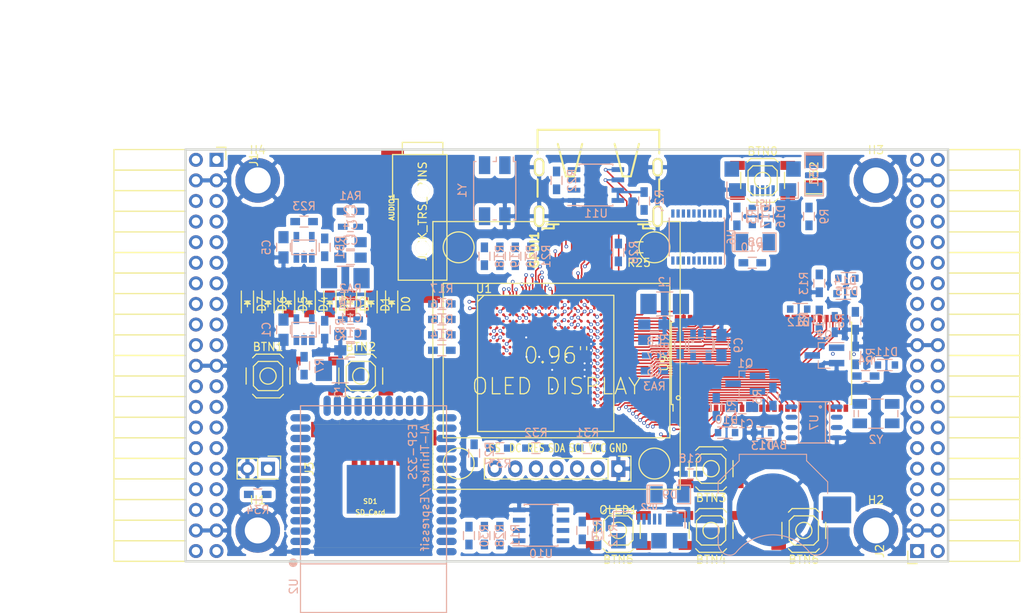
<source format=kicad_pcb>
(kicad_pcb (version 4) (host pcbnew 4.0.5+dfsg1-4)
  (layers (0 F.Cu signal) (1 In1.Cu signal) (2 In2.Cu signal) (31 B.Cu signal) (34 B.Paste user) (35 F.Paste user) (36 B.SilkS user) (37 F.SilkS user) (38 B.Mask user) (39 F.Mask user) (44 Edge.Cuts user))
  (net 0 "")
  (net 1 GND)
  (net 2 +5V)
  (net 3 /gpio/IN5V)
  (net 4 /gpio/OUT5V)
  (net 5 +3V3)
  (net 6 "Net-(L1-Pad1)")
  (net 7 "Net-(L2-Pad1)")
  (net 8 +1V2)
  (net 9 BTN_D)
  (net 10 BTN_F1)
  (net 11 BTN_F2)
  (net 12 BTN_L)
  (net 13 BTN_R)
  (net 14 BTN_U)
  (net 15 /power/FB1)
  (net 16 +2V5)
  (net 17 "Net-(L3-Pad1)")
  (net 18 /power/PWREN)
  (net 19 /power/FB3)
  (net 20 /power/FB2)
  (net 21 "Net-(D9-Pad1)")
  (net 22 /power/VBAT)
  (net 23 JTAG_TDI)
  (net 24 JTAG_TCK)
  (net 25 JTAG_TMS)
  (net 26 JTAG_TDO)
  (net 27 /power/WAKEUPn)
  (net 28 /power/WKUP)
  (net 29 /power/SHUT)
  (net 30 /power/WAKE)
  (net 31 /power/HOLD)
  (net 32 /power/WKn)
  (net 33 /power/OSCI_32k)
  (net 34 /power/OSCO_32k)
  (net 35 FTDI_nSUSPEND)
  (net 36 "Net-(Q2-Pad3)")
  (net 37 SHUTDOWN)
  (net 38 /analog/AUDIO_L)
  (net 39 /analog/AUDIO_R)
  (net 40 GPDI_5V_SCL)
  (net 41 GPDI_5V_SDA)
  (net 42 GPDI_SDA)
  (net 43 GPDI_SCL)
  (net 44 /gpdi/VREF2)
  (net 45 /blinkey/BTNPU)
  (net 46 SD_CMD)
  (net 47 SD_CLK)
  (net 48 SD_D0)
  (net 49 SD_D1)
  (net 50 USB5V)
  (net 51 "Net-(BTN0-Pad1)")
  (net 52 GPDI_CEC)
  (net 53 nRESET)
  (net 54 /usb/FT3V3)
  (net 55 FTDI_nDTR)
  (net 56 SDRAM_CKE)
  (net 57 SDRAM_A7)
  (net 58 SDRAM_D15)
  (net 59 SDRAM_BA1)
  (net 60 SDRAM_D7)
  (net 61 SDRAM_A6)
  (net 62 SDRAM_CLK)
  (net 63 SDRAM_D13)
  (net 64 SDRAM_BA0)
  (net 65 SDRAM_D6)
  (net 66 SDRAM_A5)
  (net 67 SDRAM_D14)
  (net 68 SDRAM_A11)
  (net 69 SDRAM_D12)
  (net 70 SDRAM_D5)
  (net 71 SDRAM_A4)
  (net 72 SDRAM_A10)
  (net 73 SDRAM_D11)
  (net 74 SDRAM_A3)
  (net 75 SDRAM_D4)
  (net 76 SDRAM_D10)
  (net 77 SDRAM_D9)
  (net 78 SDRAM_A9)
  (net 79 SDRAM_D3)
  (net 80 SDRAM_D8)
  (net 81 SDRAM_A8)
  (net 82 SDRAM_A2)
  (net 83 SDRAM_A1)
  (net 84 SDRAM_A0)
  (net 85 SDRAM_D2)
  (net 86 SDRAM_D1)
  (net 87 SDRAM_D0)
  (net 88 SDRAM_DQM0)
  (net 89 SDRAM_nCS)
  (net 90 SDRAM_nRAS)
  (net 91 SDRAM_DQM1)
  (net 92 SDRAM_nCAS)
  (net 93 SDRAM_nWE)
  (net 94 /flash/FLASH_nWP)
  (net 95 /flash/FLASH_nHOLD)
  (net 96 /flash/FLASH_MOSI)
  (net 97 /flash/FLASH_MISO)
  (net 98 /flash/FLASH_SCK)
  (net 99 /flash/FLASH_nCS)
  (net 100 /flash/FPGA_PROGRAMN)
  (net 101 /flash/FPGA_DONE)
  (net 102 /flash/FPGA_INITN)
  (net 103 OLED_RES)
  (net 104 OLED_DC)
  (net 105 OLED_CS)
  (net 106 WIFI_EN)
  (net 107 FTDI_nRTS)
  (net 108 WIFI_GPIO2)
  (net 109 FTDI_TXD)
  (net 110 FTDI_RXD)
  (net 111 WIFI_RXD)
  (net 112 WIFI_GPIO0)
  (net 113 FTDI_nCTS)
  (net 114 WIFI_TXD)
  (net 115 FTDI_nRI)
  (net 116 FTDI_nDCD)
  (net 117 /gpdi/CLK_25MHz)
  (net 118 GPDI_ETH-)
  (net 119 GPDI_ETH+)
  (net 120 GPDI_D2+)
  (net 121 GPDI_D2-)
  (net 122 GPDI_D1+)
  (net 123 GPDI_D1-)
  (net 124 GPDI_D0+)
  (net 125 GPDI_D0-)
  (net 126 GPDI_CLK+)
  (net 127 GPDI_CLK-)
  (net 128 USB_FPGA_D+)
  (net 129 USB_FPGA_D-)
  (net 130 USB_FTDI_D+)
  (net 131 USB_FTDI_D-)
  (net 132 J1_17-)
  (net 133 J1_17+)
  (net 134 J1_23-)
  (net 135 J1_23+)
  (net 136 J1_25-)
  (net 137 J1_25+)
  (net 138 J1_27-)
  (net 139 J1_27+)
  (net 140 J1_29-)
  (net 141 J1_29+)
  (net 142 J1_31-)
  (net 143 J1_31+)
  (net 144 J1_33-)
  (net 145 J1_33+)
  (net 146 J1_35-)
  (net 147 J1_35+)
  (net 148 J2_5-)
  (net 149 J2_5+)
  (net 150 J2_7-)
  (net 151 J2_7+)
  (net 152 J2_9-)
  (net 153 J2_9+)
  (net 154 J2_13-)
  (net 155 J2_13+)
  (net 156 J2_17-)
  (net 157 J2_17+)
  (net 158 J2_11-)
  (net 159 J2_11+)
  (net 160 J2_23-)
  (net 161 J2_23+)
  (net 162 J1_5-)
  (net 163 J1_5+)
  (net 164 J1_7-)
  (net 165 J1_7+)
  (net 166 J1_9-)
  (net 167 J1_9+)
  (net 168 J1_11-)
  (net 169 J1_11+)
  (net 170 J1_13-)
  (net 171 J1_13+)
  (net 172 J1_15-)
  (net 173 J1_15+)
  (net 174 J2_15-)
  (net 175 J2_15+)
  (net 176 J2_25-)
  (net 177 J2_25+)
  (net 178 J2_27-)
  (net 179 J2_27+)
  (net 180 J2_29-)
  (net 181 J2_29+)
  (net 182 J2_31-)
  (net 183 J2_31+)
  (net 184 J2_33-)
  (net 185 J2_33+)
  (net 186 J2_35-)
  (net 187 J2_35+)
  (net 188 SD_D3)
  (net 189 AUDIO_L3)
  (net 190 AUDIO_L2)
  (net 191 AUDIO_L1)
  (net 192 AUDIO_L0)
  (net 193 AUDIO_R3)
  (net 194 AUDIO_R2)
  (net 195 AUDIO_R1)
  (net 196 AUDIO_R0)
  (net 197 FTDI_nDSR)
  (net 198 OLED_CLK)
  (net 199 OLED_MOSI)
  (net 200 WIFI_GPIO15)
  (net 201 LED0)
  (net 202 LED1)
  (net 203 LED2)
  (net 204 LED3)
  (net 205 LED4)
  (net 206 LED5)
  (net 207 LED6)
  (net 208 LED7)
  (net 209 BTN_PWRn)
  (module lfe5bg381:BGA-381_pitch0.8mm_dia0.4mm (layer F.Cu) (at 138.48 87.8)
    (fp_text reference U1 (at -7.6 -9.2) (layer F.SilkS))
    (fp_text value LFE5U-25F-6BG381C)
    (pad A2 smd circle (at -6.8 -7.6) (size 0.35 0.35) (layers F.Cu F.Paste F.Mask) (net 139 J1_27+))
    (pad A3 smd circle (at -6 -7.6) (size 0.35 0.35) (layers F.Cu F.Paste F.Mask) (net 192 AUDIO_L0))
    (pad A4 smd circle (at -5.2 -7.6) (size 0.35 0.35) (layers F.Cu F.Paste F.Mask) (net 137 J1_25+))
    (pad A5 smd circle (at -4.4 -7.6) (size 0.35 0.35) (layers F.Cu F.Paste F.Mask) (net 136 J1_25-))
    (pad A6 smd circle (at -3.6 -7.6) (size 0.35 0.35) (layers F.Cu F.Paste F.Mask) (net 135 J1_23+))
    (pad A7 smd circle (at -2.8 -7.6) (size 0.35 0.35) (layers F.Cu F.Paste F.Mask) (net 173 J1_15+))
    (pad A8 smd circle (at -2 -7.6) (size 0.35 0.35) (layers F.Cu F.Paste F.Mask) (net 172 J1_15-))
    (pad A9 smd circle (at -1.2 -7.6) (size 0.35 0.35) (layers F.Cu F.Paste F.Mask) (net 166 J1_9-))
    (pad A10 smd circle (at -0.4 -7.6) (size 0.35 0.35) (layers F.Cu F.Paste F.Mask) (net 165 J1_7+))
    (pad A11 smd circle (at 0.4 -7.6) (size 0.35 0.35) (layers F.Cu F.Paste F.Mask) (net 164 J1_7-))
    (pad A12 smd circle (at 1.2 -7.6) (size 0.35 0.35) (layers F.Cu F.Paste F.Mask) (net 119 GPDI_ETH+))
    (pad A13 smd circle (at 2 -7.6) (size 0.35 0.35) (layers F.Cu F.Paste F.Mask) (net 118 GPDI_ETH-))
    (pad A14 smd circle (at 2.8 -7.6) (size 0.35 0.35) (layers F.Cu F.Paste F.Mask) (net 120 GPDI_D2+))
    (pad A15 smd circle (at 3.6 -7.6) (size 0.35 0.35) (layers F.Cu F.Paste F.Mask))
    (pad A16 smd circle (at 4.4 -7.6) (size 0.35 0.35) (layers F.Cu F.Paste F.Mask) (net 122 GPDI_D1+))
    (pad A17 smd circle (at 5.2 -7.6) (size 0.35 0.35) (layers F.Cu F.Paste F.Mask) (net 124 GPDI_D0+))
    (pad A18 smd circle (at 6 -7.6) (size 0.35 0.35) (layers F.Cu F.Paste F.Mask) (net 126 GPDI_CLK+))
    (pad A19 smd circle (at 6.8 -7.6) (size 0.35 0.35) (layers F.Cu F.Paste F.Mask) (net 52 GPDI_CEC))
    (pad B1 smd circle (at -7.6 -6.8) (size 0.35 0.35) (layers F.Cu F.Paste F.Mask) (net 138 J1_27-))
    (pad B2 smd circle (at -6.8 -6.8) (size 0.35 0.35) (layers F.Cu F.Paste F.Mask) (net 203 LED2))
    (pad B3 smd circle (at -6 -6.8) (size 0.35 0.35) (layers F.Cu F.Paste F.Mask) (net 193 AUDIO_R3))
    (pad B4 smd circle (at -5.2 -6.8) (size 0.35 0.35) (layers F.Cu F.Paste F.Mask) (net 140 J1_29-))
    (pad B5 smd circle (at -4.4 -6.8) (size 0.35 0.35) (layers F.Cu F.Paste F.Mask) (net 191 AUDIO_L1))
    (pad B6 smd circle (at -3.6 -6.8) (size 0.35 0.35) (layers F.Cu F.Paste F.Mask) (net 134 J1_23-))
    (pad B7 smd circle (at -2.8 -6.8) (size 0.35 0.35) (layers F.Cu F.Paste F.Mask) (net 1 GND))
    (pad B8 smd circle (at -2 -6.8) (size 0.35 0.35) (layers F.Cu F.Paste F.Mask) (net 170 J1_13-))
    (pad B9 smd circle (at -1.2 -6.8) (size 0.35 0.35) (layers F.Cu F.Paste F.Mask) (net 169 J1_11+))
    (pad B10 smd circle (at -0.4 -6.8) (size 0.35 0.35) (layers F.Cu F.Paste F.Mask) (net 167 J1_9+))
    (pad B11 smd circle (at 0.4 -6.8) (size 0.35 0.35) (layers F.Cu F.Paste F.Mask) (net 163 J1_5+))
    (pad B12 smd circle (at 1.2 -6.8) (size 0.35 0.35) (layers F.Cu F.Paste F.Mask) (net 117 /gpdi/CLK_25MHz))
    (pad B13 smd circle (at 2 -6.8) (size 0.35 0.35) (layers F.Cu F.Paste F.Mask) (net 187 J2_35+))
    (pad B14 smd circle (at 2.8 -6.8) (size 0.35 0.35) (layers F.Cu F.Paste F.Mask) (net 1 GND))
    (pad B15 smd circle (at 3.6 -6.8) (size 0.35 0.35) (layers F.Cu F.Paste F.Mask) (net 183 J2_31+))
    (pad B16 smd circle (at 4.4 -6.8) (size 0.35 0.35) (layers F.Cu F.Paste F.Mask) (net 123 GPDI_D1-))
    (pad B17 smd circle (at 5.2 -6.8) (size 0.35 0.35) (layers F.Cu F.Paste F.Mask) (net 179 J2_27+))
    (pad B18 smd circle (at 6 -6.8) (size 0.35 0.35) (layers F.Cu F.Paste F.Mask) (net 125 GPDI_D0-))
    (pad B19 smd circle (at 6.8 -6.8) (size 0.35 0.35) (layers F.Cu F.Paste F.Mask) (net 127 GPDI_CLK-))
    (pad B20 smd circle (at 7.6 -6.8) (size 0.35 0.35) (layers F.Cu F.Paste F.Mask) (net 43 GPDI_SCL))
    (pad C1 smd circle (at -7.6 -6) (size 0.35 0.35) (layers F.Cu F.Paste F.Mask) (net 207 LED6))
    (pad C2 smd circle (at -6.8 -6) (size 0.35 0.35) (layers F.Cu F.Paste F.Mask) (net 204 LED3))
    (pad C3 smd circle (at -6 -6) (size 0.35 0.35) (layers F.Cu F.Paste F.Mask) (net 190 AUDIO_L2))
    (pad C4 smd circle (at -5.2 -6) (size 0.35 0.35) (layers F.Cu F.Paste F.Mask) (net 141 J1_29+))
    (pad C5 smd circle (at -4.4 -6) (size 0.35 0.35) (layers F.Cu F.Paste F.Mask) (net 195 AUDIO_R1))
    (pad C6 smd circle (at -3.6 -6) (size 0.35 0.35) (layers F.Cu F.Paste F.Mask) (net 133 J1_17+))
    (pad C7 smd circle (at -2.8 -6) (size 0.35 0.35) (layers F.Cu F.Paste F.Mask) (net 132 J1_17-))
    (pad C8 smd circle (at -2 -6) (size 0.35 0.35) (layers F.Cu F.Paste F.Mask) (net 171 J1_13+))
    (pad C9 smd circle (at -1.2 -6) (size 0.35 0.35) (layers F.Cu F.Paste F.Mask))
    (pad C10 smd circle (at -0.4 -6) (size 0.35 0.35) (layers F.Cu F.Paste F.Mask) (net 168 J1_11-))
    (pad C11 smd circle (at 0.4 -6) (size 0.35 0.35) (layers F.Cu F.Paste F.Mask) (net 162 J1_5-))
    (pad C12 smd circle (at 1.2 -6) (size 0.35 0.35) (layers F.Cu F.Paste F.Mask) (net 42 GPDI_SDA))
    (pad C13 smd circle (at 2 -6) (size 0.35 0.35) (layers F.Cu F.Paste F.Mask) (net 186 J2_35-))
    (pad C14 smd circle (at 2.8 -6) (size 0.35 0.35) (layers F.Cu F.Paste F.Mask) (net 121 GPDI_D2-))
    (pad C15 smd circle (at 3.6 -6) (size 0.35 0.35) (layers F.Cu F.Paste F.Mask) (net 182 J2_31-))
    (pad C16 smd circle (at 4.4 -6) (size 0.35 0.35) (layers F.Cu F.Paste F.Mask) (net 181 J2_29+))
    (pad C17 smd circle (at 5.2 -6) (size 0.35 0.35) (layers F.Cu F.Paste F.Mask) (net 178 J2_27-))
    (pad C18 smd circle (at 6 -6) (size 0.35 0.35) (layers F.Cu F.Paste F.Mask) (net 161 J2_23+))
    (pad C19 smd circle (at 6.8 -6) (size 0.35 0.35) (layers F.Cu F.Paste F.Mask) (net 1 GND))
    (pad C20 smd circle (at 7.6 -6) (size 0.35 0.35) (layers F.Cu F.Paste F.Mask) (net 58 SDRAM_D15))
    (pad D1 smd circle (at -7.6 -5.2) (size 0.35 0.35) (layers F.Cu F.Paste F.Mask) (net 208 LED7))
    (pad D2 smd circle (at -6.8 -5.2) (size 0.35 0.35) (layers F.Cu F.Paste F.Mask) (net 205 LED4))
    (pad D3 smd circle (at -6 -5.2) (size 0.35 0.35) (layers F.Cu F.Paste F.Mask) (net 194 AUDIO_R2))
    (pad D4 smd circle (at -5.2 -5.2) (size 0.35 0.35) (layers F.Cu F.Paste F.Mask) (net 1 GND))
    (pad D5 smd circle (at -4.4 -5.2) (size 0.35 0.35) (layers F.Cu F.Paste F.Mask) (net 202 LED1))
    (pad D6 smd circle (at -3.6 -5.2) (size 0.35 0.35) (layers F.Cu F.Paste F.Mask) (net 209 BTN_PWRn))
    (pad D7 smd circle (at -2.8 -5.2) (size 0.35 0.35) (layers F.Cu F.Paste F.Mask))
    (pad D8 smd circle (at -2 -5.2) (size 0.35 0.35) (layers F.Cu F.Paste F.Mask))
    (pad D9 smd circle (at -1.2 -5.2) (size 0.35 0.35) (layers F.Cu F.Paste F.Mask))
    (pad D10 smd circle (at -0.4 -5.2) (size 0.35 0.35) (layers F.Cu F.Paste F.Mask))
    (pad D11 smd circle (at 0.4 -5.2) (size 0.35 0.35) (layers F.Cu F.Paste F.Mask) (net 14 BTN_U))
    (pad D12 smd circle (at 1.2 -5.2) (size 0.35 0.35) (layers F.Cu F.Paste F.Mask))
    (pad D13 smd circle (at 2 -5.2) (size 0.35 0.35) (layers F.Cu F.Paste F.Mask) (net 185 J2_33+))
    (pad D14 smd circle (at 2.8 -5.2) (size 0.35 0.35) (layers F.Cu F.Paste F.Mask))
    (pad D15 smd circle (at 3.6 -5.2) (size 0.35 0.35) (layers F.Cu F.Paste F.Mask) (net 177 J2_25+))
    (pad D16 smd circle (at 4.4 -5.2) (size 0.35 0.35) (layers F.Cu F.Paste F.Mask) (net 180 J2_29-))
    (pad D17 smd circle (at 5.2 -5.2) (size 0.35 0.35) (layers F.Cu F.Paste F.Mask) (net 160 J2_23-))
    (pad D18 smd circle (at 6 -5.2) (size 0.35 0.35) (layers F.Cu F.Paste F.Mask) (net 157 J2_17+))
    (pad D19 smd circle (at 6.8 -5.2) (size 0.35 0.35) (layers F.Cu F.Paste F.Mask) (net 67 SDRAM_D14))
    (pad D20 smd circle (at 7.6 -5.2) (size 0.35 0.35) (layers F.Cu F.Paste F.Mask) (net 63 SDRAM_D13))
    (pad E1 smd circle (at -7.6 -4.4) (size 0.35 0.35) (layers F.Cu F.Paste F.Mask) (net 206 LED5))
    (pad E2 smd circle (at -6.8 -4.4) (size 0.35 0.35) (layers F.Cu F.Paste F.Mask))
    (pad E3 smd circle (at -6 -4.4) (size 0.35 0.35) (layers F.Cu F.Paste F.Mask) (net 142 J1_31-))
    (pad E4 smd circle (at -5.2 -4.4) (size 0.35 0.35) (layers F.Cu F.Paste F.Mask) (net 201 LED0))
    (pad E5 smd circle (at -4.4 -4.4) (size 0.35 0.35) (layers F.Cu F.Paste F.Mask) (net 189 AUDIO_L3))
    (pad E6 smd circle (at -3.6 -4.4) (size 0.35 0.35) (layers F.Cu F.Paste F.Mask))
    (pad E7 smd circle (at -2.8 -4.4) (size 0.35 0.35) (layers F.Cu F.Paste F.Mask))
    (pad E8 smd circle (at -2 -4.4) (size 0.35 0.35) (layers F.Cu F.Paste F.Mask))
    (pad E9 smd circle (at -1.2 -4.4) (size 0.35 0.35) (layers F.Cu F.Paste F.Mask))
    (pad E10 smd circle (at -0.4 -4.4) (size 0.35 0.35) (layers F.Cu F.Paste F.Mask))
    (pad E11 smd circle (at 0.4 -4.4) (size 0.35 0.35) (layers F.Cu F.Paste F.Mask))
    (pad E12 smd circle (at 1.2 -4.4) (size 0.35 0.35) (layers F.Cu F.Paste F.Mask))
    (pad E13 smd circle (at 2 -4.4) (size 0.35 0.35) (layers F.Cu F.Paste F.Mask) (net 184 J2_33-))
    (pad E14 smd circle (at 2.8 -4.4) (size 0.35 0.35) (layers F.Cu F.Paste F.Mask))
    (pad E15 smd circle (at 3.6 -4.4) (size 0.35 0.35) (layers F.Cu F.Paste F.Mask) (net 176 J2_25-))
    (pad E16 smd circle (at 4.4 -4.4) (size 0.35 0.35) (layers F.Cu F.Paste F.Mask))
    (pad E17 smd circle (at 5.2 -4.4) (size 0.35 0.35) (layers F.Cu F.Paste F.Mask) (net 156 J2_17-))
    (pad E18 smd circle (at 6 -4.4) (size 0.35 0.35) (layers F.Cu F.Paste F.Mask) (net 75 SDRAM_D4))
    (pad E19 smd circle (at 6.8 -4.4) (size 0.35 0.35) (layers F.Cu F.Paste F.Mask) (net 69 SDRAM_D12))
    (pad E20 smd circle (at 7.6 -4.4) (size 0.35 0.35) (layers F.Cu F.Paste F.Mask) (net 73 SDRAM_D11))
    (pad F1 smd circle (at -7.6 -3.6) (size 0.35 0.35) (layers F.Cu F.Paste F.Mask) (net 110 FTDI_RXD))
    (pad F2 smd circle (at -6.8 -3.6) (size 0.35 0.35) (layers F.Cu F.Paste F.Mask))
    (pad F3 smd circle (at -6 -3.6) (size 0.35 0.35) (layers F.Cu F.Paste F.Mask) (net 144 J1_33-))
    (pad F4 smd circle (at -5.2 -3.6) (size 0.35 0.35) (layers F.Cu F.Paste F.Mask) (net 143 J1_31+))
    (pad F5 smd circle (at -4.4 -3.6) (size 0.35 0.35) (layers F.Cu F.Paste F.Mask) (net 196 AUDIO_R0))
    (pad F6 smd circle (at -3.6 -3.6) (size 0.35 0.35) (layers F.Cu F.Paste F.Mask) (net 16 +2V5))
    (pad F7 smd circle (at -2.8 -3.6) (size 0.35 0.35) (layers F.Cu F.Paste F.Mask) (net 1 GND))
    (pad F8 smd circle (at -2 -3.6) (size 0.35 0.35) (layers F.Cu F.Paste F.Mask) (net 1 GND))
    (pad F9 smd circle (at -1.2 -3.6) (size 0.35 0.35) (layers F.Cu F.Paste F.Mask) (net 5 +3V3))
    (pad F10 smd circle (at -0.4 -3.6) (size 0.35 0.35) (layers F.Cu F.Paste F.Mask) (net 5 +3V3))
    (pad F11 smd circle (at 0.4 -3.6) (size 0.35 0.35) (layers F.Cu F.Paste F.Mask) (net 5 +3V3))
    (pad F12 smd circle (at 1.2 -3.6) (size 0.35 0.35) (layers F.Cu F.Paste F.Mask) (net 5 +3V3))
    (pad F13 smd circle (at 2 -3.6) (size 0.35 0.35) (layers F.Cu F.Paste F.Mask) (net 1 GND))
    (pad F14 smd circle (at 2.8 -3.6) (size 0.35 0.35) (layers F.Cu F.Paste F.Mask) (net 1 GND))
    (pad F15 smd circle (at 3.6 -3.6) (size 0.35 0.35) (layers F.Cu F.Paste F.Mask) (net 16 +2V5))
    (pad F16 smd circle (at 4.4 -3.6) (size 0.35 0.35) (layers F.Cu F.Paste F.Mask))
    (pad F17 smd circle (at 5.2 -3.6) (size 0.35 0.35) (layers F.Cu F.Paste F.Mask) (net 175 J2_15+))
    (pad F18 smd circle (at 6 -3.6) (size 0.35 0.35) (layers F.Cu F.Paste F.Mask) (net 70 SDRAM_D5))
    (pad F19 smd circle (at 6.8 -3.6) (size 0.35 0.35) (layers F.Cu F.Paste F.Mask) (net 76 SDRAM_D10))
    (pad F20 smd circle (at 7.6 -3.6) (size 0.35 0.35) (layers F.Cu F.Paste F.Mask) (net 77 SDRAM_D9))
    (pad G1 smd circle (at -7.6 -2.8) (size 0.35 0.35) (layers F.Cu F.Paste F.Mask) (net 109 FTDI_TXD))
    (pad G2 smd circle (at -6.8 -2.8) (size 0.35 0.35) (layers F.Cu F.Paste F.Mask) (net 111 WIFI_RXD))
    (pad G3 smd circle (at -6 -2.8) (size 0.35 0.35) (layers F.Cu F.Paste F.Mask) (net 145 J1_33+))
    (pad G4 smd circle (at -5.2 -2.8) (size 0.35 0.35) (layers F.Cu F.Paste F.Mask) (net 1 GND))
    (pad G5 smd circle (at -4.4 -2.8) (size 0.35 0.35) (layers F.Cu F.Paste F.Mask) (net 146 J1_35-))
    (pad G6 smd circle (at -3.6 -2.8) (size 0.35 0.35) (layers F.Cu F.Paste F.Mask) (net 1 GND))
    (pad G7 smd circle (at -2.8 -2.8) (size 0.35 0.35) (layers F.Cu F.Paste F.Mask) (net 1 GND))
    (pad G8 smd circle (at -2 -2.8) (size 0.35 0.35) (layers F.Cu F.Paste F.Mask) (net 1 GND))
    (pad G9 smd circle (at -1.2 -2.8) (size 0.35 0.35) (layers F.Cu F.Paste F.Mask) (net 1 GND))
    (pad G10 smd circle (at -0.4 -2.8) (size 0.35 0.35) (layers F.Cu F.Paste F.Mask) (net 1 GND))
    (pad G11 smd circle (at 0.4 -2.8) (size 0.35 0.35) (layers F.Cu F.Paste F.Mask) (net 1 GND))
    (pad G12 smd circle (at 1.2 -2.8) (size 0.35 0.35) (layers F.Cu F.Paste F.Mask) (net 1 GND))
    (pad G13 smd circle (at 2 -2.8) (size 0.35 0.35) (layers F.Cu F.Paste F.Mask) (net 1 GND))
    (pad G14 smd circle (at 2.8 -2.8) (size 0.35 0.35) (layers F.Cu F.Paste F.Mask) (net 1 GND))
    (pad G15 smd circle (at 3.6 -2.8) (size 0.35 0.35) (layers F.Cu F.Paste F.Mask) (net 1 GND))
    (pad G16 smd circle (at 4.4 -2.8) (size 0.35 0.35) (layers F.Cu F.Paste F.Mask))
    (pad G17 smd circle (at 5.2 -2.8) (size 0.35 0.35) (layers F.Cu F.Paste F.Mask) (net 1 GND))
    (pad G18 smd circle (at 6 -2.8) (size 0.35 0.35) (layers F.Cu F.Paste F.Mask) (net 174 J2_15-))
    (pad G19 smd circle (at 6.8 -2.8) (size 0.35 0.35) (layers F.Cu F.Paste F.Mask) (net 80 SDRAM_D8))
    (pad G20 smd circle (at 7.6 -2.8) (size 0.35 0.35) (layers F.Cu F.Paste F.Mask) (net 91 SDRAM_DQM1))
    (pad H1 smd circle (at -7.6 -2) (size 0.35 0.35) (layers F.Cu F.Paste F.Mask) (net 200 WIFI_GPIO15))
    (pad H2 smd circle (at -6.8 -2) (size 0.35 0.35) (layers F.Cu F.Paste F.Mask) (net 114 WIFI_TXD))
    (pad H3 smd circle (at -6 -2) (size 0.35 0.35) (layers F.Cu F.Paste F.Mask))
    (pad H4 smd circle (at -5.2 -2) (size 0.35 0.35) (layers F.Cu F.Paste F.Mask) (net 147 J1_35+))
    (pad H5 smd circle (at -4.4 -2) (size 0.35 0.35) (layers F.Cu F.Paste F.Mask))
    (pad H6 smd circle (at -3.6 -2) (size 0.35 0.35) (layers F.Cu F.Paste F.Mask) (net 5 +3V3))
    (pad H7 smd circle (at -2.8 -2) (size 0.35 0.35) (layers F.Cu F.Paste F.Mask) (net 5 +3V3))
    (pad H8 smd circle (at -2 -2) (size 0.35 0.35) (layers F.Cu F.Paste F.Mask) (net 8 +1V2))
    (pad H9 smd circle (at -1.2 -2) (size 0.35 0.35) (layers F.Cu F.Paste F.Mask) (net 8 +1V2))
    (pad H10 smd circle (at -0.4 -2) (size 0.35 0.35) (layers F.Cu F.Paste F.Mask) (net 8 +1V2))
    (pad H11 smd circle (at 0.4 -2) (size 0.35 0.35) (layers F.Cu F.Paste F.Mask) (net 8 +1V2))
    (pad H12 smd circle (at 1.2 -2) (size 0.35 0.35) (layers F.Cu F.Paste F.Mask) (net 8 +1V2))
    (pad H13 smd circle (at 2 -2) (size 0.35 0.35) (layers F.Cu F.Paste F.Mask) (net 8 +1V2))
    (pad H14 smd circle (at 2.8 -2) (size 0.35 0.35) (layers F.Cu F.Paste F.Mask) (net 5 +3V3))
    (pad H15 smd circle (at 3.6 -2) (size 0.35 0.35) (layers F.Cu F.Paste F.Mask) (net 5 +3V3))
    (pad H16 smd circle (at 4.4 -2) (size 0.35 0.35) (layers F.Cu F.Paste F.Mask))
    (pad H17 smd circle (at 5.2 -2) (size 0.35 0.35) (layers F.Cu F.Paste F.Mask) (net 154 J2_13-))
    (pad H18 smd circle (at 6 -2) (size 0.35 0.35) (layers F.Cu F.Paste F.Mask) (net 155 J2_13+))
    (pad H19 smd circle (at 6.8 -2) (size 0.35 0.35) (layers F.Cu F.Paste F.Mask) (net 1 GND))
    (pad H20 smd circle (at 7.6 -2) (size 0.35 0.35) (layers F.Cu F.Paste F.Mask) (net 62 SDRAM_CLK))
    (pad J1 smd circle (at -7.6 -1.2) (size 0.35 0.35) (layers F.Cu F.Paste F.Mask) (net 198 OLED_CLK))
    (pad J2 smd circle (at -6.8 -1.2) (size 0.35 0.35) (layers F.Cu F.Paste F.Mask) (net 1 GND))
    (pad J3 smd circle (at -6 -1.2) (size 0.35 0.35) (layers F.Cu F.Paste F.Mask) (net 112 WIFI_GPIO0))
    (pad J4 smd circle (at -5.2 -1.2) (size 0.35 0.35) (layers F.Cu F.Paste F.Mask) (net 108 WIFI_GPIO2))
    (pad J5 smd circle (at -4.4 -1.2) (size 0.35 0.35) (layers F.Cu F.Paste F.Mask) (net 113 FTDI_nCTS))
    (pad J6 smd circle (at -3.6 -1.2) (size 0.35 0.35) (layers F.Cu F.Paste F.Mask) (net 5 +3V3))
    (pad J7 smd circle (at -2.8 -1.2) (size 0.35 0.35) (layers F.Cu F.Paste F.Mask) (net 1 GND))
    (pad J8 smd circle (at -2 -1.2) (size 0.35 0.35) (layers F.Cu F.Paste F.Mask) (net 8 +1V2))
    (pad J9 smd circle (at -1.2 -1.2) (size 0.35 0.35) (layers F.Cu F.Paste F.Mask) (net 1 GND))
    (pad J10 smd circle (at -0.4 -1.2) (size 0.35 0.35) (layers F.Cu F.Paste F.Mask) (net 1 GND))
    (pad J11 smd circle (at 0.4 -1.2) (size 0.35 0.35) (layers F.Cu F.Paste F.Mask) (net 1 GND))
    (pad J12 smd circle (at 1.2 -1.2) (size 0.35 0.35) (layers F.Cu F.Paste F.Mask) (net 1 GND))
    (pad J13 smd circle (at 2 -1.2) (size 0.35 0.35) (layers F.Cu F.Paste F.Mask) (net 8 +1V2))
    (pad J14 smd circle (at 2.8 -1.2) (size 0.35 0.35) (layers F.Cu F.Paste F.Mask) (net 1 GND))
    (pad J15 smd circle (at 3.6 -1.2) (size 0.35 0.35) (layers F.Cu F.Paste F.Mask) (net 5 +3V3))
    (pad J16 smd circle (at 4.4 -1.2) (size 0.35 0.35) (layers F.Cu F.Paste F.Mask))
    (pad J17 smd circle (at 5.2 -1.2) (size 0.35 0.35) (layers F.Cu F.Paste F.Mask))
    (pad J18 smd circle (at 6 -1.2) (size 0.35 0.35) (layers F.Cu F.Paste F.Mask) (net 79 SDRAM_D3))
    (pad J19 smd circle (at 6.8 -1.2) (size 0.35 0.35) (layers F.Cu F.Paste F.Mask) (net 56 SDRAM_CKE))
    (pad J20 smd circle (at 7.6 -1.2) (size 0.35 0.35) (layers F.Cu F.Paste F.Mask) (net 68 SDRAM_A11))
    (pad K1 smd circle (at -7.6 -0.4) (size 0.35 0.35) (layers F.Cu F.Paste F.Mask) (net 55 FTDI_nDTR))
    (pad K2 smd circle (at -6.8 -0.4) (size 0.35 0.35) (layers F.Cu F.Paste F.Mask) (net 199 OLED_MOSI))
    (pad K3 smd circle (at -6 -0.4) (size 0.35 0.35) (layers F.Cu F.Paste F.Mask) (net 107 FTDI_nRTS))
    (pad K4 smd circle (at -5.2 -0.4) (size 0.35 0.35) (layers F.Cu F.Paste F.Mask) (net 103 OLED_RES))
    (pad K5 smd circle (at -4.4 -0.4) (size 0.35 0.35) (layers F.Cu F.Paste F.Mask) (net 104 OLED_DC))
    (pad K6 smd circle (at -3.6 -0.4) (size 0.35 0.35) (layers F.Cu F.Paste F.Mask) (net 1 GND))
    (pad K7 smd circle (at -2.8 -0.4) (size 0.35 0.35) (layers F.Cu F.Paste F.Mask) (net 1 GND))
    (pad K8 smd circle (at -2 -0.4) (size 0.35 0.35) (layers F.Cu F.Paste F.Mask) (net 8 +1V2))
    (pad K9 smd circle (at -1.2 -0.4) (size 0.35 0.35) (layers F.Cu F.Paste F.Mask) (net 1 GND))
    (pad K10 smd circle (at -0.4 -0.4) (size 0.35 0.35) (layers F.Cu F.Paste F.Mask) (net 1 GND))
    (pad K11 smd circle (at 0.4 -0.4) (size 0.35 0.35) (layers F.Cu F.Paste F.Mask) (net 1 GND))
    (pad K12 smd circle (at 1.2 -0.4) (size 0.35 0.35) (layers F.Cu F.Paste F.Mask) (net 1 GND))
    (pad K13 smd circle (at 2 -0.4) (size 0.35 0.35) (layers F.Cu F.Paste F.Mask) (net 8 +1V2))
    (pad K14 smd circle (at 2.8 -0.4) (size 0.35 0.35) (layers F.Cu F.Paste F.Mask) (net 1 GND))
    (pad K15 smd circle (at 3.6 -0.4) (size 0.35 0.35) (layers F.Cu F.Paste F.Mask) (net 1 GND))
    (pad K16 smd circle (at 4.4 -0.4) (size 0.35 0.35) (layers F.Cu F.Paste F.Mask))
    (pad K17 smd circle (at 5.2 -0.4) (size 0.35 0.35) (layers F.Cu F.Paste F.Mask))
    (pad K18 smd circle (at 6 -0.4) (size 0.35 0.35) (layers F.Cu F.Paste F.Mask) (net 85 SDRAM_D2))
    (pad K19 smd circle (at 6.8 -0.4) (size 0.35 0.35) (layers F.Cu F.Paste F.Mask) (net 78 SDRAM_A9))
    (pad K20 smd circle (at 7.6 -0.4) (size 0.35 0.35) (layers F.Cu F.Paste F.Mask) (net 81 SDRAM_A8))
    (pad L1 smd circle (at -7.6 0.4) (size 0.35 0.35) (layers F.Cu F.Paste F.Mask) (net 48 SD_D0))
    (pad L2 smd circle (at -6.8 0.4) (size 0.35 0.35) (layers F.Cu F.Paste F.Mask) (net 116 FTDI_nDCD))
    (pad L3 smd circle (at -6 0.4) (size 0.35 0.35) (layers F.Cu F.Paste F.Mask))
    (pad L4 smd circle (at -5.2 0.4) (size 0.35 0.35) (layers F.Cu F.Paste F.Mask) (net 106 WIFI_EN))
    (pad L5 smd circle (at -4.4 0.4) (size 0.35 0.35) (layers F.Cu F.Paste F.Mask) (net 197 FTDI_nDSR))
    (pad L6 smd circle (at -3.6 0.4) (size 0.35 0.35) (layers F.Cu F.Paste F.Mask) (net 5 +3V3))
    (pad L7 smd circle (at -2.8 0.4) (size 0.35 0.35) (layers F.Cu F.Paste F.Mask) (net 5 +3V3))
    (pad L8 smd circle (at -2 0.4) (size 0.35 0.35) (layers F.Cu F.Paste F.Mask) (net 8 +1V2))
    (pad L9 smd circle (at -1.2 0.4) (size 0.35 0.35) (layers F.Cu F.Paste F.Mask) (net 1 GND))
    (pad L10 smd circle (at -0.4 0.4) (size 0.35 0.35) (layers F.Cu F.Paste F.Mask) (net 1 GND))
    (pad L11 smd circle (at 0.4 0.4) (size 0.35 0.35) (layers F.Cu F.Paste F.Mask) (net 1 GND))
    (pad L12 smd circle (at 1.2 0.4) (size 0.35 0.35) (layers F.Cu F.Paste F.Mask) (net 1 GND))
    (pad L13 smd circle (at 2 0.4) (size 0.35 0.35) (layers F.Cu F.Paste F.Mask) (net 8 +1V2))
    (pad L14 smd circle (at 2.8 0.4) (size 0.35 0.35) (layers F.Cu F.Paste F.Mask) (net 5 +3V3))
    (pad L15 smd circle (at 3.6 0.4) (size 0.35 0.35) (layers F.Cu F.Paste F.Mask) (net 5 +3V3))
    (pad L16 smd circle (at 4.4 0.4) (size 0.35 0.35) (layers F.Cu F.Paste F.Mask) (net 159 J2_11+))
    (pad L17 smd circle (at 5.2 0.4) (size 0.35 0.35) (layers F.Cu F.Paste F.Mask) (net 158 J2_11-))
    (pad L18 smd circle (at 6 0.4) (size 0.35 0.35) (layers F.Cu F.Paste F.Mask) (net 86 SDRAM_D1))
    (pad L19 smd circle (at 6.8 0.4) (size 0.35 0.35) (layers F.Cu F.Paste F.Mask) (net 57 SDRAM_A7))
    (pad L20 smd circle (at 7.6 0.4) (size 0.35 0.35) (layers F.Cu F.Paste F.Mask) (net 61 SDRAM_A6))
    (pad M1 smd circle (at -7.6 1.2) (size 0.35 0.35) (layers F.Cu F.Paste F.Mask) (net 46 SD_CMD))
    (pad M2 smd circle (at -6.8 1.2) (size 0.35 0.35) (layers F.Cu F.Paste F.Mask) (net 1 GND))
    (pad M3 smd circle (at -6 1.2) (size 0.35 0.35) (layers F.Cu F.Paste F.Mask) (net 129 USB_FPGA_D-))
    (pad M4 smd circle (at -5.2 1.2) (size 0.35 0.35) (layers F.Cu F.Paste F.Mask))
    (pad M5 smd circle (at -4.4 1.2) (size 0.35 0.35) (layers F.Cu F.Paste F.Mask))
    (pad M6 smd circle (at -3.6 1.2) (size 0.35 0.35) (layers F.Cu F.Paste F.Mask) (net 5 +3V3))
    (pad M7 smd circle (at -2.8 1.2) (size 0.35 0.35) (layers F.Cu F.Paste F.Mask) (net 1 GND))
    (pad M8 smd circle (at -2 1.2) (size 0.35 0.35) (layers F.Cu F.Paste F.Mask) (net 8 +1V2))
    (pad M9 smd circle (at -1.2 1.2) (size 0.35 0.35) (layers F.Cu F.Paste F.Mask) (net 1 GND))
    (pad M10 smd circle (at -0.4 1.2) (size 0.35 0.35) (layers F.Cu F.Paste F.Mask) (net 1 GND))
    (pad M11 smd circle (at 0.4 1.2) (size 0.35 0.35) (layers F.Cu F.Paste F.Mask) (net 1 GND))
    (pad M12 smd circle (at 1.2 1.2) (size 0.35 0.35) (layers F.Cu F.Paste F.Mask) (net 1 GND))
    (pad M13 smd circle (at 2 1.2) (size 0.35 0.35) (layers F.Cu F.Paste F.Mask) (net 8 +1V2))
    (pad M14 smd circle (at 2.8 1.2) (size 0.35 0.35) (layers F.Cu F.Paste F.Mask) (net 1 GND))
    (pad M15 smd circle (at 3.6 1.2) (size 0.35 0.35) (layers F.Cu F.Paste F.Mask) (net 5 +3V3))
    (pad M16 smd circle (at 4.4 1.2) (size 0.35 0.35) (layers F.Cu F.Paste F.Mask) (net 1 GND))
    (pad M17 smd circle (at 5.2 1.2) (size 0.35 0.35) (layers F.Cu F.Paste F.Mask) (net 152 J2_9-))
    (pad M18 smd circle (at 6 1.2) (size 0.35 0.35) (layers F.Cu F.Paste F.Mask) (net 87 SDRAM_D0))
    (pad M19 smd circle (at 6.8 1.2) (size 0.35 0.35) (layers F.Cu F.Paste F.Mask) (net 66 SDRAM_A5))
    (pad M20 smd circle (at 7.6 1.2) (size 0.35 0.35) (layers F.Cu F.Paste F.Mask) (net 71 SDRAM_A4))
    (pad N1 smd circle (at -7.6 2) (size 0.35 0.35) (layers F.Cu F.Paste F.Mask) (net 47 SD_CLK))
    (pad N2 smd circle (at -6.8 2) (size 0.35 0.35) (layers F.Cu F.Paste F.Mask) (net 49 SD_D1))
    (pad N3 smd circle (at -6 2) (size 0.35 0.35) (layers F.Cu F.Paste F.Mask) (net 128 USB_FPGA_D+))
    (pad N4 smd circle (at -5.2 2) (size 0.35 0.35) (layers F.Cu F.Paste F.Mask) (net 105 OLED_CS))
    (pad N5 smd circle (at -4.4 2) (size 0.35 0.35) (layers F.Cu F.Paste F.Mask))
    (pad N6 smd circle (at -3.6 2) (size 0.35 0.35) (layers F.Cu F.Paste F.Mask) (net 1 GND))
    (pad N7 smd circle (at -2.8 2) (size 0.35 0.35) (layers F.Cu F.Paste F.Mask) (net 1 GND))
    (pad N8 smd circle (at -2 2) (size 0.35 0.35) (layers F.Cu F.Paste F.Mask) (net 8 +1V2))
    (pad N9 smd circle (at -1.2 2) (size 0.35 0.35) (layers F.Cu F.Paste F.Mask) (net 8 +1V2))
    (pad N10 smd circle (at -0.4 2) (size 0.35 0.35) (layers F.Cu F.Paste F.Mask) (net 8 +1V2))
    (pad N11 smd circle (at 0.4 2) (size 0.35 0.35) (layers F.Cu F.Paste F.Mask) (net 8 +1V2))
    (pad N12 smd circle (at 1.2 2) (size 0.35 0.35) (layers F.Cu F.Paste F.Mask) (net 8 +1V2))
    (pad N13 smd circle (at 2 2) (size 0.35 0.35) (layers F.Cu F.Paste F.Mask) (net 8 +1V2))
    (pad N14 smd circle (at 2.8 2) (size 0.35 0.35) (layers F.Cu F.Paste F.Mask) (net 1 GND))
    (pad N15 smd circle (at 3.6 2) (size 0.35 0.35) (layers F.Cu F.Paste F.Mask) (net 1 GND))
    (pad N16 smd circle (at 4.4 2) (size 0.35 0.35) (layers F.Cu F.Paste F.Mask) (net 153 J2_9+))
    (pad N17 smd circle (at 5.2 2) (size 0.35 0.35) (layers F.Cu F.Paste F.Mask) (net 151 J2_7+))
    (pad N18 smd circle (at 6 2) (size 0.35 0.35) (layers F.Cu F.Paste F.Mask) (net 65 SDRAM_D6))
    (pad N19 smd circle (at 6.8 2) (size 0.35 0.35) (layers F.Cu F.Paste F.Mask) (net 74 SDRAM_A3))
    (pad N20 smd circle (at 7.6 2) (size 0.35 0.35) (layers F.Cu F.Paste F.Mask) (net 82 SDRAM_A2))
    (pad P1 smd circle (at -7.6 2.8) (size 0.35 0.35) (layers F.Cu F.Paste F.Mask) (net 188 SD_D3))
    (pad P2 smd circle (at -6.8 2.8) (size 0.35 0.35) (layers F.Cu F.Paste F.Mask))
    (pad P3 smd circle (at -6 2.8) (size 0.35 0.35) (layers F.Cu F.Paste F.Mask))
    (pad P4 smd circle (at -5.2 2.8) (size 0.35 0.35) (layers F.Cu F.Paste F.Mask))
    (pad P5 smd circle (at -4.4 2.8) (size 0.35 0.35) (layers F.Cu F.Paste F.Mask) (net 115 FTDI_nRI))
    (pad P6 smd circle (at -3.6 2.8) (size 0.35 0.35) (layers F.Cu F.Paste F.Mask) (net 16 +2V5))
    (pad P7 smd circle (at -2.8 2.8) (size 0.35 0.35) (layers F.Cu F.Paste F.Mask) (net 1 GND))
    (pad P8 smd circle (at -2 2.8) (size 0.35 0.35) (layers F.Cu F.Paste F.Mask) (net 1 GND))
    (pad P9 smd circle (at -1.2 2.8) (size 0.35 0.35) (layers F.Cu F.Paste F.Mask) (net 5 +3V3))
    (pad P10 smd circle (at -0.4 2.8) (size 0.35 0.35) (layers F.Cu F.Paste F.Mask) (net 5 +3V3))
    (pad P11 smd circle (at 0.4 2.8) (size 0.35 0.35) (layers F.Cu F.Paste F.Mask) (net 1 GND))
    (pad P12 smd circle (at 1.2 2.8) (size 0.35 0.35) (layers F.Cu F.Paste F.Mask) (net 1 GND))
    (pad P13 smd circle (at 2 2.8) (size 0.35 0.35) (layers F.Cu F.Paste F.Mask) (net 1 GND))
    (pad P14 smd circle (at 2.8 2.8) (size 0.35 0.35) (layers F.Cu F.Paste F.Mask) (net 1 GND))
    (pad P15 smd circle (at 3.6 2.8) (size 0.35 0.35) (layers F.Cu F.Paste F.Mask) (net 16 +2V5))
    (pad P16 smd circle (at 4.4 2.8) (size 0.35 0.35) (layers F.Cu F.Paste F.Mask) (net 150 J2_7-))
    (pad P17 smd circle (at 5.2 2.8) (size 0.35 0.35) (layers F.Cu F.Paste F.Mask))
    (pad P18 smd circle (at 6 2.8) (size 0.35 0.35) (layers F.Cu F.Paste F.Mask) (net 60 SDRAM_D7))
    (pad P19 smd circle (at 6.8 2.8) (size 0.35 0.35) (layers F.Cu F.Paste F.Mask) (net 83 SDRAM_A1))
    (pad P20 smd circle (at 7.6 2.8) (size 0.35 0.35) (layers F.Cu F.Paste F.Mask) (net 84 SDRAM_A0))
    (pad R1 smd circle (at -7.6 3.6) (size 0.35 0.35) (layers F.Cu F.Paste F.Mask) (net 10 BTN_F1))
    (pad R2 smd circle (at -6.8 3.6) (size 0.35 0.35) (layers F.Cu F.Paste F.Mask) (net 99 /flash/FLASH_nCS))
    (pad R3 smd circle (at -6 3.6) (size 0.35 0.35) (layers F.Cu F.Paste F.Mask))
    (pad R4 smd circle (at -5.2 3.6) (size 0.35 0.35) (layers F.Cu F.Paste F.Mask) (net 1 GND))
    (pad R5 smd circle (at -4.4 3.6) (size 0.35 0.35) (layers F.Cu F.Paste F.Mask) (net 23 JTAG_TDI))
    (pad R16 smd circle (at 4.4 3.6) (size 0.35 0.35) (layers F.Cu F.Paste F.Mask))
    (pad R17 smd circle (at 5.2 3.6) (size 0.35 0.35) (layers F.Cu F.Paste F.Mask))
    (pad R18 smd circle (at 6 3.6) (size 0.35 0.35) (layers F.Cu F.Paste F.Mask) (net 88 SDRAM_DQM0))
    (pad R19 smd circle (at 6.8 3.6) (size 0.35 0.35) (layers F.Cu F.Paste F.Mask) (net 1 GND))
    (pad R20 smd circle (at 7.6 3.6) (size 0.35 0.35) (layers F.Cu F.Paste F.Mask) (net 72 SDRAM_A10))
    (pad T1 smd circle (at -7.6 4.4) (size 0.35 0.35) (layers F.Cu F.Paste F.Mask) (net 11 BTN_F2))
    (pad T2 smd circle (at -6.8 4.4) (size 0.35 0.35) (layers F.Cu F.Paste F.Mask) (net 5 +3V3))
    (pad T3 smd circle (at -6 4.4) (size 0.35 0.35) (layers F.Cu F.Paste F.Mask) (net 5 +3V3))
    (pad T4 smd circle (at -5.2 4.4) (size 0.35 0.35) (layers F.Cu F.Paste F.Mask) (net 5 +3V3))
    (pad T5 smd circle (at -4.4 4.4) (size 0.35 0.35) (layers F.Cu F.Paste F.Mask) (net 24 JTAG_TCK))
    (pad T6 smd circle (at -3.6 4.4) (size 0.35 0.35) (layers F.Cu F.Paste F.Mask) (net 1 GND))
    (pad T7 smd circle (at -2.8 4.4) (size 0.35 0.35) (layers F.Cu F.Paste F.Mask) (net 1 GND))
    (pad T8 smd circle (at -2 4.4) (size 0.35 0.35) (layers F.Cu F.Paste F.Mask) (net 1 GND))
    (pad T9 smd circle (at -1.2 4.4) (size 0.35 0.35) (layers F.Cu F.Paste F.Mask) (net 1 GND))
    (pad T10 smd circle (at -0.4 4.4) (size 0.35 0.35) (layers F.Cu F.Paste F.Mask) (net 1 GND))
    (pad T11 smd circle (at 0.4 4.4) (size 0.35 0.35) (layers F.Cu F.Paste F.Mask))
    (pad T12 smd circle (at 1.2 4.4) (size 0.35 0.35) (layers F.Cu F.Paste F.Mask))
    (pad T13 smd circle (at 2 4.4) (size 0.35 0.35) (layers F.Cu F.Paste F.Mask))
    (pad T14 smd circle (at 2.8 4.4) (size 0.35 0.35) (layers F.Cu F.Paste F.Mask))
    (pad T15 smd circle (at 3.6 4.4) (size 0.35 0.35) (layers F.Cu F.Paste F.Mask))
    (pad T16 smd circle (at 4.4 4.4) (size 0.35 0.35) (layers F.Cu F.Paste F.Mask))
    (pad T17 smd circle (at 5.2 4.4) (size 0.35 0.35) (layers F.Cu F.Paste F.Mask) (net 92 SDRAM_nCAS))
    (pad T18 smd circle (at 6 4.4) (size 0.35 0.35) (layers F.Cu F.Paste F.Mask) (net 93 SDRAM_nWE))
    (pad T19 smd circle (at 6.8 4.4) (size 0.35 0.35) (layers F.Cu F.Paste F.Mask) (net 59 SDRAM_BA1))
    (pad T20 smd circle (at 7.6 4.4) (size 0.35 0.35) (layers F.Cu F.Paste F.Mask) (net 64 SDRAM_BA0))
    (pad U1 smd circle (at -7.6 5.2) (size 0.35 0.35) (layers F.Cu F.Paste F.Mask) (net 14 BTN_U))
    (pad U2 smd circle (at -6.8 5.2) (size 0.35 0.35) (layers F.Cu F.Paste F.Mask) (net 5 +3V3))
    (pad U3 smd circle (at -6 5.2) (size 0.35 0.35) (layers F.Cu F.Paste F.Mask) (net 98 /flash/FLASH_SCK))
    (pad U4 smd circle (at -5.2 5.2) (size 0.35 0.35) (layers F.Cu F.Paste F.Mask) (net 1 GND))
    (pad U5 smd circle (at -4.4 5.2) (size 0.35 0.35) (layers F.Cu F.Paste F.Mask) (net 25 JTAG_TMS))
    (pad U6 smd circle (at -3.6 5.2) (size 0.35 0.35) (layers F.Cu F.Paste F.Mask) (net 1 GND))
    (pad U7 smd circle (at -2.8 5.2) (size 0.35 0.35) (layers F.Cu F.Paste F.Mask) (net 1 GND))
    (pad U8 smd circle (at -2 5.2) (size 0.35 0.35) (layers F.Cu F.Paste F.Mask) (net 1 GND))
    (pad U9 smd circle (at -1.2 5.2) (size 0.35 0.35) (layers F.Cu F.Paste F.Mask) (net 1 GND))
    (pad U10 smd circle (at -0.4 5.2) (size 0.35 0.35) (layers F.Cu F.Paste F.Mask) (net 1 GND))
    (pad U11 smd circle (at 0.4 5.2) (size 0.35 0.35) (layers F.Cu F.Paste F.Mask) (net 1 GND))
    (pad U12 smd circle (at 1.2 5.2) (size 0.35 0.35) (layers F.Cu F.Paste F.Mask) (net 1 GND))
    (pad U13 smd circle (at 2 5.2) (size 0.35 0.35) (layers F.Cu F.Paste F.Mask) (net 1 GND))
    (pad U14 smd circle (at 2.8 5.2) (size 0.35 0.35) (layers F.Cu F.Paste F.Mask) (net 1 GND))
    (pad U15 smd circle (at 3.6 5.2) (size 0.35 0.35) (layers F.Cu F.Paste F.Mask))
    (pad U16 smd circle (at 4.4 5.2) (size 0.35 0.35) (layers F.Cu F.Paste F.Mask))
    (pad U17 smd circle (at 5.2 5.2) (size 0.35 0.35) (layers F.Cu F.Paste F.Mask) (net 148 J2_5-))
    (pad U18 smd circle (at 6 5.2) (size 0.35 0.35) (layers F.Cu F.Paste F.Mask) (net 149 J2_5+))
    (pad U19 smd circle (at 6.8 5.2) (size 0.35 0.35) (layers F.Cu F.Paste F.Mask) (net 89 SDRAM_nCS))
    (pad U20 smd circle (at 7.6 5.2) (size 0.35 0.35) (layers F.Cu F.Paste F.Mask) (net 90 SDRAM_nRAS))
    (pad V1 smd circle (at -7.6 6) (size 0.35 0.35) (layers F.Cu F.Paste F.Mask) (net 9 BTN_D))
    (pad V2 smd circle (at -6.8 6) (size 0.35 0.35) (layers F.Cu F.Paste F.Mask) (net 97 /flash/FLASH_MISO))
    (pad V3 smd circle (at -6 6) (size 0.35 0.35) (layers F.Cu F.Paste F.Mask) (net 102 /flash/FPGA_INITN))
    (pad V4 smd circle (at -5.2 6) (size 0.35 0.35) (layers F.Cu F.Paste F.Mask) (net 26 JTAG_TDO))
    (pad V5 smd circle (at -4.4 6) (size 0.35 0.35) (layers F.Cu F.Paste F.Mask) (net 1 GND))
    (pad V6 smd circle (at -3.6 6) (size 0.35 0.35) (layers F.Cu F.Paste F.Mask) (net 1 GND))
    (pad V7 smd circle (at -2.8 6) (size 0.35 0.35) (layers F.Cu F.Paste F.Mask) (net 1 GND))
    (pad V8 smd circle (at -2 6) (size 0.35 0.35) (layers F.Cu F.Paste F.Mask) (net 1 GND))
    (pad V9 smd circle (at -1.2 6) (size 0.35 0.35) (layers F.Cu F.Paste F.Mask) (net 1 GND))
    (pad V10 smd circle (at -0.4 6) (size 0.35 0.35) (layers F.Cu F.Paste F.Mask) (net 1 GND))
    (pad V11 smd circle (at 0.4 6) (size 0.35 0.35) (layers F.Cu F.Paste F.Mask) (net 1 GND))
    (pad V12 smd circle (at 1.2 6) (size 0.35 0.35) (layers F.Cu F.Paste F.Mask) (net 1 GND))
    (pad V13 smd circle (at 2 6) (size 0.35 0.35) (layers F.Cu F.Paste F.Mask) (net 1 GND))
    (pad V14 smd circle (at 2.8 6) (size 0.35 0.35) (layers F.Cu F.Paste F.Mask) (net 1 GND))
    (pad V15 smd circle (at 3.6 6) (size 0.35 0.35) (layers F.Cu F.Paste F.Mask) (net 1 GND))
    (pad V16 smd circle (at 4.4 6) (size 0.35 0.35) (layers F.Cu F.Paste F.Mask) (net 1 GND))
    (pad V17 smd circle (at 5.2 6) (size 0.35 0.35) (layers F.Cu F.Paste F.Mask))
    (pad V18 smd circle (at 6 6) (size 0.35 0.35) (layers F.Cu F.Paste F.Mask))
    (pad V19 smd circle (at 6.8 6) (size 0.35 0.35) (layers F.Cu F.Paste F.Mask) (net 1 GND))
    (pad V20 smd circle (at 7.6 6) (size 0.35 0.35) (layers F.Cu F.Paste F.Mask) (net 1 GND))
    (pad W1 smd circle (at -7.6 6.8) (size 0.35 0.35) (layers F.Cu F.Paste F.Mask) (net 12 BTN_L))
    (pad W2 smd circle (at -6.8 6.8) (size 0.35 0.35) (layers F.Cu F.Paste F.Mask) (net 96 /flash/FLASH_MOSI))
    (pad W3 smd circle (at -6 6.8) (size 0.35 0.35) (layers F.Cu F.Paste F.Mask) (net 100 /flash/FPGA_PROGRAMN))
    (pad W4 smd circle (at -5.2 6.8) (size 0.35 0.35) (layers F.Cu F.Paste F.Mask))
    (pad W5 smd circle (at -4.4 6.8) (size 0.35 0.35) (layers F.Cu F.Paste F.Mask))
    (pad W6 smd circle (at -3.6 6.8) (size 0.35 0.35) (layers F.Cu F.Paste F.Mask) (net 1 GND))
    (pad W7 smd circle (at -2.8 6.8) (size 0.35 0.35) (layers F.Cu F.Paste F.Mask) (net 1 GND))
    (pad W8 smd circle (at -2 6.8) (size 0.35 0.35) (layers F.Cu F.Paste F.Mask))
    (pad W9 smd circle (at -1.2 6.8) (size 0.35 0.35) (layers F.Cu F.Paste F.Mask))
    (pad W10 smd circle (at -0.4 6.8) (size 0.35 0.35) (layers F.Cu F.Paste F.Mask))
    (pad W11 smd circle (at 0.4 6.8) (size 0.35 0.35) (layers F.Cu F.Paste F.Mask))
    (pad W12 smd circle (at 1.2 6.8) (size 0.35 0.35) (layers F.Cu F.Paste F.Mask) (net 1 GND))
    (pad W13 smd circle (at 2 6.8) (size 0.35 0.35) (layers F.Cu F.Paste F.Mask))
    (pad W14 smd circle (at 2.8 6.8) (size 0.35 0.35) (layers F.Cu F.Paste F.Mask))
    (pad W15 smd circle (at 3.6 6.8) (size 0.35 0.35) (layers F.Cu F.Paste F.Mask) (net 1 GND))
    (pad W16 smd circle (at 4.4 6.8) (size 0.35 0.35) (layers F.Cu F.Paste F.Mask) (net 1 GND))
    (pad W17 smd circle (at 5.2 6.8) (size 0.35 0.35) (layers F.Cu F.Paste F.Mask))
    (pad W18 smd circle (at 6 6.8) (size 0.35 0.35) (layers F.Cu F.Paste F.Mask))
    (pad W19 smd circle (at 6.8 6.8) (size 0.35 0.35) (layers F.Cu F.Paste F.Mask) (net 1 GND))
    (pad W20 smd circle (at 7.6 6.8) (size 0.35 0.35) (layers F.Cu F.Paste F.Mask))
    (pad Y2 smd circle (at -6.8 7.6) (size 0.35 0.35) (layers F.Cu F.Paste F.Mask) (net 13 BTN_R))
    (pad Y3 smd circle (at -6 7.6) (size 0.35 0.35) (layers F.Cu F.Paste F.Mask) (net 101 /flash/FPGA_DONE))
    (pad Y5 smd circle (at -4.4 7.6) (size 0.35 0.35) (layers F.Cu F.Paste F.Mask) (net 1 GND))
    (pad Y6 smd circle (at -3.6 7.6) (size 0.35 0.35) (layers F.Cu F.Paste F.Mask) (net 1 GND))
    (pad Y7 smd circle (at -2.8 7.6) (size 0.35 0.35) (layers F.Cu F.Paste F.Mask) (net 1 GND))
    (pad Y8 smd circle (at -2 7.6) (size 0.35 0.35) (layers F.Cu F.Paste F.Mask) (net 1 GND))
    (pad Y11 smd circle (at 0.4 7.6) (size 0.35 0.35) (layers F.Cu F.Paste F.Mask) (net 1 GND))
    (pad Y12 smd circle (at 1.2 7.6) (size 0.35 0.35) (layers F.Cu F.Paste F.Mask) (net 1 GND))
    (pad Y14 smd circle (at 2.8 7.6) (size 0.35 0.35) (layers F.Cu F.Paste F.Mask))
    (pad Y15 smd circle (at 3.6 7.6) (size 0.35 0.35) (layers F.Cu F.Paste F.Mask))
    (pad Y16 smd circle (at 4.4 7.6) (size 0.35 0.35) (layers F.Cu F.Paste F.Mask))
    (pad Y17 smd circle (at 5.2 7.6) (size 0.35 0.35) (layers F.Cu F.Paste F.Mask))
    (pad Y19 smd circle (at 6.8 7.6) (size 0.35 0.35) (layers F.Cu F.Paste F.Mask))
  )
  (module Keystone_3000_1x12mm-CoinCell:Keystone_3000_1x12mm-CoinCell (layer B.Cu) (at 166.49 105.87 180)
    (fp_text reference BAT1 (at 0 8 180) (layer B.SilkS) (effects (justify mirror)))
    (fp_text value CR1225)
    (pad 1 smd rect (at -7.9 0 180) (size 3.5 3.3) (layers B.Cu B.Paste B.Mask) (net 22 /power/VBAT))
    (pad 1 smd rect (at 7.9 0 180) (size 3.5 3.3) (layers B.Cu B.Paste B.Mask) (net 22 /power/VBAT))
    (pad 2 smd circle (at 0 0 180) (size 9 9) (layers B.Cu B.Mask) (net 1 GND))
  )
  (module SMD_Packages:SMD-1206_Pol (layer F.Cu) (at 171.57 64.341 90)
    (fp_text reference D52 (at 0 0 90) (layer F.SilkS))
    (fp_text value 2A)
    (pad 1 smd rect (at -1.651 0 90) (size 1.524 2.032) (layers F.Cu F.Paste F.Mask) (net 4 /gpio/OUT5V))
    (pad 2 smd rect (at 1.651 0 90) (size 1.524 2.032) (layers F.Cu F.Paste F.Mask) (net 2 +5V))
  )
  (module SMD_Packages:SMD-1206_Pol (layer B.Cu) (at 171.57 64.595 270)
    (fp_text reference D51 (at 0 0 270) (layer B.SilkS) (effects (justify mirror)))
    (fp_text value 2A)
    (pad 1 smd rect (at -1.651 0 270) (size 1.524 2.032) (layers B.Cu B.Paste B.Mask) (net 2 +5V))
    (pad 2 smd rect (at 1.651 0 270) (size 1.524 2.032) (layers B.Cu B.Paste B.Mask) (net 3 /gpio/IN5V))
  )
  (module micro-sd:MicroSD_TF02D (layer F.Cu) (at 116.87 110.52 180)
    (fp_text reference SD1 (at 0 5.7 180) (layer F.SilkS) (effects (font (size 0.59944 0.59944) (thickness 0.12446))))
    (fp_text value SD_Card (at 0 4.35 180) (layer F.SilkS) (effects (font (size 0.59944 0.59944) (thickness 0.12446))))
    (pad 1 smd rect (at 1.94 11 180) (size 0.7 1.8) (layers F.Cu F.Paste F.Mask) (net 188 SD_D3))
    (pad 2 smd rect (at 0.84 11 180) (size 0.7 1.8) (layers F.Cu F.Paste F.Mask) (net 46 SD_CMD))
    (pad 3 smd rect (at -0.26 11 180) (size 0.7 1.8) (layers F.Cu F.Paste F.Mask) (net 1 GND))
    (pad 4 smd rect (at -1.36 11 180) (size 0.7 1.8) (layers F.Cu F.Paste F.Mask) (net 5 +3V3))
    (pad 5 smd rect (at -2.46 11 180) (size 0.7 1.8) (layers F.Cu F.Paste F.Mask) (net 47 SD_CLK))
    (pad 6 smd rect (at -3.56 11 180) (size 0.7 1.8) (layers F.Cu F.Paste F.Mask) (net 1 GND))
    (pad 7 smd rect (at -4.66 11 180) (size 0.7 1.8) (layers F.Cu F.Paste F.Mask) (net 48 SD_D0))
    (pad 8 smd rect (at -5.76 11 180) (size 0.7 1.8) (layers F.Cu F.Paste F.Mask) (net 49 SD_D1))
    (pad S smd rect (at -5.05 0.4 180) (size 1.6 1.4) (layers F.Cu F.Paste F.Mask))
    (pad S smd rect (at 0.75 0.4 180) (size 1.8 1.4) (layers F.Cu F.Paste F.Mask))
    (pad G smd rect (at -7.45 13.55 180) (size 1.4 1.9) (layers F.Cu F.Paste F.Mask))
    (pad G smd rect (at 6.6 14.55 180) (size 1.4 1.9) (layers F.Cu F.Paste F.Mask))
  )
  (module Resistors_SMD:R_1210_HandSoldering (layer B.Cu) (at 113.785 77.295)
    (fp_text reference L1 (at 0 2.7) (layer B.SilkS) (effects (justify mirror)))
    (fp_text value 2.2uH)
    (pad 1 smd rect (at -2 0) (size 2 2.5) (layers B.Cu B.Paste B.Mask) (net 6 "Net-(L1-Pad1)"))
    (pad 2 smd rect (at 2 0) (size 2 2.5) (layers B.Cu B.Paste B.Mask) (net 8 +1V2))
  )
  (module TSOT-25:TSOT-25 (layer B.Cu) (at 108.705 73.485 180)
    (fp_text reference U3 (at 0 -0.5 180) (layer B.SilkS) (effects (font (size 0.15 0.15) (thickness 0.0375)) (justify mirror)))
    (fp_text value AP3429A)
    (pad 1 smd rect (at -0.95 -1.3 180) (size 0.7 1.2) (layers B.Cu B.Paste B.Mask) (net 18 /power/PWREN))
    (pad 2 smd rect (at 0 -1.3 180) (size 0.7 1.2) (layers B.Cu B.Paste B.Mask) (net 1 GND))
    (pad 3 smd rect (at 0.95 -1.3 180) (size 0.7 1.2) (layers B.Cu B.Paste B.Mask) (net 6 "Net-(L1-Pad1)"))
    (pad 4 smd rect (at 0.95 1.3 180) (size 0.7 1.2) (layers B.Cu B.Paste B.Mask) (net 2 +5V))
    (pad 5 smd rect (at -0.95 1.3 180) (size 0.7 1.2) (layers B.Cu B.Paste B.Mask) (net 15 /power/FB1))
  )
  (module Resistors_SMD:R_1210_HandSoldering (layer B.Cu) (at 153.155 80.47 180)
    (fp_text reference L2 (at 0 2.7 180) (layer B.SilkS) (effects (justify mirror)))
    (fp_text value 2.2uH)
    (pad 1 smd rect (at -2 0 180) (size 2 2.5) (layers B.Cu B.Paste B.Mask) (net 7 "Net-(L2-Pad1)"))
    (pad 2 smd rect (at 2 0 180) (size 2 2.5) (layers B.Cu B.Paste B.Mask) (net 5 +3V3))
  )
  (module TSOT-25:TSOT-25 (layer B.Cu) (at 157.6 85.52)
    (fp_text reference U4 (at 0 -0.5) (layer B.SilkS) (effects (font (size 0.15 0.15) (thickness 0.0375)) (justify mirror)))
    (fp_text value AP3429A)
    (pad 1 smd rect (at -0.95 -1.3) (size 0.7 1.2) (layers B.Cu B.Paste B.Mask) (net 18 /power/PWREN))
    (pad 2 smd rect (at 0 -1.3) (size 0.7 1.2) (layers B.Cu B.Paste B.Mask) (net 1 GND))
    (pad 3 smd rect (at 0.95 -1.3) (size 0.7 1.2) (layers B.Cu B.Paste B.Mask) (net 7 "Net-(L2-Pad1)"))
    (pad 4 smd rect (at 0.95 1.3) (size 0.7 1.2) (layers B.Cu B.Paste B.Mask) (net 2 +5V))
    (pad 5 smd rect (at -0.95 1.3) (size 0.7 1.2) (layers B.Cu B.Paste B.Mask) (net 19 /power/FB3))
  )
  (module Buttons_Switches_SMD:SW_SPST_SKQG (layer F.Cu) (at 104.26 89.36)
    (fp_text reference BTN1 (at 0 -3.6) (layer F.SilkS))
    (fp_text value FIRE1)
    (pad 1 smd rect (at -3.1 -1.85) (size 1.8 1.1) (layers F.Cu F.Paste F.Mask) (net 45 /blinkey/BTNPU))
    (pad 1 smd rect (at 3.1 -1.85) (size 1.8 1.1) (layers F.Cu F.Paste F.Mask) (net 45 /blinkey/BTNPU))
    (pad 2 smd rect (at -3.1 1.85) (size 1.8 1.1) (layers F.Cu F.Paste F.Mask) (net 10 BTN_F1))
    (pad 2 smd rect (at 3.1 1.85) (size 1.8 1.1) (layers F.Cu F.Paste F.Mask) (net 10 BTN_F1))
  )
  (module Buttons_Switches_SMD:SW_SPST_SKQG (layer F.Cu) (at 115.69 89.36)
    (fp_text reference BTN2 (at 0 -3.6) (layer F.SilkS))
    (fp_text value FIRE2)
    (pad 1 smd rect (at -3.1 -1.85) (size 1.8 1.1) (layers F.Cu F.Paste F.Mask) (net 45 /blinkey/BTNPU))
    (pad 1 smd rect (at 3.1 -1.85) (size 1.8 1.1) (layers F.Cu F.Paste F.Mask) (net 45 /blinkey/BTNPU))
    (pad 2 smd rect (at -3.1 1.85) (size 1.8 1.1) (layers F.Cu F.Paste F.Mask) (net 11 BTN_F2))
    (pad 2 smd rect (at 3.1 1.85) (size 1.8 1.1) (layers F.Cu F.Paste F.Mask) (net 11 BTN_F2))
  )
  (module Buttons_Switches_SMD:SW_SPST_SKQG (layer F.Cu) (at 158.87 100.79 180)
    (fp_text reference BTN3 (at 0 -3.6 180) (layer F.SilkS))
    (fp_text value UP)
    (pad 1 smd rect (at -3.1 -1.85 180) (size 1.8 1.1) (layers F.Cu F.Paste F.Mask) (net 45 /blinkey/BTNPU))
    (pad 1 smd rect (at 3.1 -1.85 180) (size 1.8 1.1) (layers F.Cu F.Paste F.Mask) (net 45 /blinkey/BTNPU))
    (pad 2 smd rect (at -3.1 1.85 180) (size 1.8 1.1) (layers F.Cu F.Paste F.Mask) (net 14 BTN_U))
    (pad 2 smd rect (at 3.1 1.85 180) (size 1.8 1.1) (layers F.Cu F.Paste F.Mask) (net 14 BTN_U))
  )
  (module Buttons_Switches_SMD:SW_SPST_SKQG (layer F.Cu) (at 158.87 108.41 180)
    (fp_text reference BTN4 (at 0 -3.6 180) (layer F.SilkS))
    (fp_text value DOWN)
    (pad 1 smd rect (at -3.1 -1.85 180) (size 1.8 1.1) (layers F.Cu F.Paste F.Mask) (net 45 /blinkey/BTNPU))
    (pad 1 smd rect (at 3.1 -1.85 180) (size 1.8 1.1) (layers F.Cu F.Paste F.Mask) (net 45 /blinkey/BTNPU))
    (pad 2 smd rect (at -3.1 1.85 180) (size 1.8 1.1) (layers F.Cu F.Paste F.Mask) (net 9 BTN_D))
    (pad 2 smd rect (at 3.1 1.85 180) (size 1.8 1.1) (layers F.Cu F.Paste F.Mask) (net 9 BTN_D))
  )
  (module Buttons_Switches_SMD:SW_SPST_SKQG (layer F.Cu) (at 147.44 108.41 180)
    (fp_text reference BTN5 (at 0 -3.6 180) (layer F.SilkS))
    (fp_text value LEFT)
    (pad 1 smd rect (at -3.1 -1.85 180) (size 1.8 1.1) (layers F.Cu F.Paste F.Mask) (net 45 /blinkey/BTNPU))
    (pad 1 smd rect (at 3.1 -1.85 180) (size 1.8 1.1) (layers F.Cu F.Paste F.Mask) (net 45 /blinkey/BTNPU))
    (pad 2 smd rect (at -3.1 1.85 180) (size 1.8 1.1) (layers F.Cu F.Paste F.Mask) (net 12 BTN_L))
    (pad 2 smd rect (at 3.1 1.85 180) (size 1.8 1.1) (layers F.Cu F.Paste F.Mask) (net 12 BTN_L))
  )
  (module Buttons_Switches_SMD:SW_SPST_SKQG (layer F.Cu) (at 170.3 108.41 180)
    (fp_text reference BTN6 (at 0 -3.6 180) (layer F.SilkS))
    (fp_text value RIGHT)
    (pad 1 smd rect (at -3.1 -1.85 180) (size 1.8 1.1) (layers F.Cu F.Paste F.Mask) (net 45 /blinkey/BTNPU))
    (pad 1 smd rect (at 3.1 -1.85 180) (size 1.8 1.1) (layers F.Cu F.Paste F.Mask) (net 45 /blinkey/BTNPU))
    (pad 2 smd rect (at -3.1 1.85 180) (size 1.8 1.1) (layers F.Cu F.Paste F.Mask) (net 13 BTN_R))
    (pad 2 smd rect (at 3.1 1.85 180) (size 1.8 1.1) (layers F.Cu F.Paste F.Mask) (net 13 BTN_R))
  )
  (module LEDs:LED_0805 (layer F.Cu) (at 119.5 80.47 270)
    (fp_text reference D0 (at 0 -1.75 270) (layer F.SilkS))
    (fp_text value LED)
    (pad 2 smd rect (at 1.04902 0 90) (size 1.19888 1.19888) (layers F.Cu F.Paste F.Mask) (net 201 LED0))
    (pad 1 smd rect (at -1.04902 0 90) (size 1.19888 1.19888) (layers F.Cu F.Paste F.Mask) (net 1 GND))
  )
  (module LEDs:LED_0805 (layer F.Cu) (at 116.96 80.47 270)
    (fp_text reference D1 (at 0 -1.75 270) (layer F.SilkS))
    (fp_text value LED)
    (pad 2 smd rect (at 1.04902 0 90) (size 1.19888 1.19888) (layers F.Cu F.Paste F.Mask) (net 202 LED1))
    (pad 1 smd rect (at -1.04902 0 90) (size 1.19888 1.19888) (layers F.Cu F.Paste F.Mask) (net 1 GND))
  )
  (module LEDs:LED_0805 (layer F.Cu) (at 114.42 80.47 270)
    (fp_text reference D2 (at 0 -1.75 270) (layer F.SilkS))
    (fp_text value LED)
    (pad 2 smd rect (at 1.04902 0 90) (size 1.19888 1.19888) (layers F.Cu F.Paste F.Mask) (net 203 LED2))
    (pad 1 smd rect (at -1.04902 0 90) (size 1.19888 1.19888) (layers F.Cu F.Paste F.Mask) (net 1 GND))
  )
  (module LEDs:LED_0805 (layer F.Cu) (at 111.88 80.47 270)
    (fp_text reference D3 (at 0 -1.75 270) (layer F.SilkS))
    (fp_text value LED)
    (pad 2 smd rect (at 1.04902 0 90) (size 1.19888 1.19888) (layers F.Cu F.Paste F.Mask) (net 204 LED3))
    (pad 1 smd rect (at -1.04902 0 90) (size 1.19888 1.19888) (layers F.Cu F.Paste F.Mask) (net 1 GND))
  )
  (module LEDs:LED_0805 (layer F.Cu) (at 109.34 80.47 270)
    (fp_text reference D4 (at 0 -1.75 270) (layer F.SilkS))
    (fp_text value LED)
    (pad 2 smd rect (at 1.04902 0 90) (size 1.19888 1.19888) (layers F.Cu F.Paste F.Mask) (net 205 LED4))
    (pad 1 smd rect (at -1.04902 0 90) (size 1.19888 1.19888) (layers F.Cu F.Paste F.Mask) (net 1 GND))
  )
  (module LEDs:LED_0805 (layer F.Cu) (at 106.8 80.47 270)
    (fp_text reference D5 (at 0 -1.75 270) (layer F.SilkS))
    (fp_text value LED)
    (pad 2 smd rect (at 1.04902 0 90) (size 1.19888 1.19888) (layers F.Cu F.Paste F.Mask) (net 206 LED5))
    (pad 1 smd rect (at -1.04902 0 90) (size 1.19888 1.19888) (layers F.Cu F.Paste F.Mask) (net 1 GND))
  )
  (module LEDs:LED_0805 (layer F.Cu) (at 104.26 80.47 270)
    (fp_text reference D6 (at 0 -1.75 270) (layer F.SilkS))
    (fp_text value LED)
    (pad 2 smd rect (at 1.04902 0 90) (size 1.19888 1.19888) (layers F.Cu F.Paste F.Mask) (net 207 LED6))
    (pad 1 smd rect (at -1.04902 0 90) (size 1.19888 1.19888) (layers F.Cu F.Paste F.Mask) (net 1 GND))
  )
  (module LEDs:LED_0805 (layer F.Cu) (at 101.72 80.47 270)
    (fp_text reference D7 (at 0 -1.75 270) (layer F.SilkS))
    (fp_text value LED)
    (pad 2 smd rect (at 1.04902 0 90) (size 1.19888 1.19888) (layers F.Cu F.Paste F.Mask) (net 208 LED7))
    (pad 1 smd rect (at -1.04902 0 90) (size 1.19888 1.19888) (layers F.Cu F.Paste F.Mask) (net 1 GND))
  )
  (module Resistors_SMD:R_1210_HandSoldering (layer B.Cu) (at 113.15 88.725)
    (fp_text reference L3 (at 0 2.7) (layer B.SilkS) (effects (justify mirror)))
    (fp_text value 2.2uH)
    (pad 1 smd rect (at -2 0) (size 2 2.5) (layers B.Cu B.Paste B.Mask) (net 17 "Net-(L3-Pad1)"))
    (pad 2 smd rect (at 2 0) (size 2 2.5) (layers B.Cu B.Paste B.Mask) (net 16 +2V5))
  )
  (module TSOT-25:TSOT-25 (layer B.Cu) (at 108.705 83.645 180)
    (fp_text reference U5 (at 0 -0.5 180) (layer B.SilkS) (effects (font (size 0.15 0.15) (thickness 0.0375)) (justify mirror)))
    (fp_text value AP3429A)
    (pad 1 smd rect (at -0.95 -1.3 180) (size 0.7 1.2) (layers B.Cu B.Paste B.Mask) (net 18 /power/PWREN))
    (pad 2 smd rect (at 0 -1.3 180) (size 0.7 1.2) (layers B.Cu B.Paste B.Mask) (net 1 GND))
    (pad 3 smd rect (at 0.95 -1.3 180) (size 0.7 1.2) (layers B.Cu B.Paste B.Mask) (net 17 "Net-(L3-Pad1)"))
    (pad 4 smd rect (at 0.95 1.3 180) (size 0.7 1.2) (layers B.Cu B.Paste B.Mask) (net 2 +5V))
    (pad 5 smd rect (at -0.95 1.3 180) (size 0.7 1.2) (layers B.Cu B.Paste B.Mask) (net 20 /power/FB2))
  )
  (module Capacitors_SMD:C_0805_HandSoldering (layer B.Cu) (at 106.165 83.645 270)
    (fp_text reference C1 (at 0 2.1 270) (layer B.SilkS) (effects (justify mirror)))
    (fp_text value 22uF)
    (pad 1 smd rect (at -1.25 0 270) (size 1.5 1.25) (layers B.Cu B.Paste B.Mask) (net 2 +5V))
    (pad 2 smd rect (at 1.25 0 270) (size 1.5 1.25) (layers B.Cu B.Paste B.Mask) (net 1 GND))
  )
  (module Capacitors_SMD:C_0805_HandSoldering (layer B.Cu) (at 114.42 74.755 180)
    (fp_text reference C3 (at 0 2.1 180) (layer B.SilkS) (effects (justify mirror)))
    (fp_text value 22uF)
    (pad 1 smd rect (at -1.25 0 180) (size 1.5 1.25) (layers B.Cu B.Paste B.Mask) (net 8 +1V2))
    (pad 2 smd rect (at 1.25 0 180) (size 1.5 1.25) (layers B.Cu B.Paste B.Mask) (net 1 GND))
  )
  (module Capacitors_SMD:C_0805_HandSoldering (layer B.Cu) (at 114.42 72.85 180)
    (fp_text reference C4 (at 0 2.1 180) (layer B.SilkS) (effects (justify mirror)))
    (fp_text value 22uF)
    (pad 1 smd rect (at -1.25 0 180) (size 1.5 1.25) (layers B.Cu B.Paste B.Mask) (net 8 +1V2))
    (pad 2 smd rect (at 1.25 0 180) (size 1.5 1.25) (layers B.Cu B.Paste B.Mask) (net 1 GND))
  )
  (module Capacitors_SMD:C_0805_HandSoldering (layer B.Cu) (at 106.165 73.485 270)
    (fp_text reference C5 (at 0 2.1 270) (layer B.SilkS) (effects (justify mirror)))
    (fp_text value 22uF)
    (pad 1 smd rect (at -1.25 0 270) (size 1.5 1.25) (layers B.Cu B.Paste B.Mask) (net 2 +5V))
    (pad 2 smd rect (at 1.25 0 270) (size 1.5 1.25) (layers B.Cu B.Paste B.Mask) (net 1 GND))
  )
  (module Capacitors_SMD:C_0805_HandSoldering (layer B.Cu) (at 151.885 84.915)
    (fp_text reference C7 (at 0 2.1) (layer B.SilkS) (effects (justify mirror)))
    (fp_text value 22uF)
    (pad 1 smd rect (at -1.25 0) (size 1.5 1.25) (layers B.Cu B.Paste B.Mask) (net 5 +3V3))
    (pad 2 smd rect (at 1.25 0) (size 1.5 1.25) (layers B.Cu B.Paste B.Mask) (net 1 GND))
  )
  (module Capacitors_SMD:C_0805_HandSoldering (layer B.Cu) (at 151.885 83.01)
    (fp_text reference C8 (at 0 2.1) (layer B.SilkS) (effects (justify mirror)))
    (fp_text value 22uF)
    (pad 1 smd rect (at -1.25 0) (size 1.5 1.25) (layers B.Cu B.Paste B.Mask) (net 5 +3V3))
    (pad 2 smd rect (at 1.25 0) (size 1.5 1.25) (layers B.Cu B.Paste B.Mask) (net 1 GND))
  )
  (module Capacitors_SMD:C_0805_HandSoldering (layer B.Cu) (at 160.14 85.55 90)
    (fp_text reference C9 (at 0 2.1 90) (layer B.SilkS) (effects (justify mirror)))
    (fp_text value 22uF)
    (pad 1 smd rect (at -1.25 0 90) (size 1.5 1.25) (layers B.Cu B.Paste B.Mask) (net 2 +5V))
    (pad 2 smd rect (at 1.25 0 90) (size 1.5 1.25) (layers B.Cu B.Paste B.Mask) (net 1 GND))
  )
  (module Capacitors_SMD:C_0805_HandSoldering (layer B.Cu) (at 114.42 84.28 180)
    (fp_text reference C11 (at 0 2.1 180) (layer B.SilkS) (effects (justify mirror)))
    (fp_text value 22uF)
    (pad 1 smd rect (at -1.25 0 180) (size 1.5 1.25) (layers B.Cu B.Paste B.Mask) (net 16 +2V5))
    (pad 2 smd rect (at 1.25 0 180) (size 1.5 1.25) (layers B.Cu B.Paste B.Mask) (net 1 GND))
  )
  (module Capacitors_SMD:C_0805_HandSoldering (layer B.Cu) (at 114.42 86.185 180)
    (fp_text reference C12 (at 0 2.1 180) (layer B.SilkS) (effects (justify mirror)))
    (fp_text value 22uF)
    (pad 1 smd rect (at -1.25 0 180) (size 1.5 1.25) (layers B.Cu B.Paste B.Mask) (net 16 +2V5))
    (pad 2 smd rect (at 1.25 0 180) (size 1.5 1.25) (layers B.Cu B.Paste B.Mask) (net 1 GND))
  )
  (module SMD_Packages:SMD-1206_Pol (layer B.Cu) (at 164.331 72.85)
    (fp_text reference D8 (at 0 0) (layer B.SilkS) (effects (justify mirror)))
    (fp_text value 2A)
    (pad 1 smd rect (at -1.651 0) (size 1.524 2.032) (layers B.Cu B.Paste B.Mask) (net 2 +5V))
    (pad 2 smd rect (at 1.651 0) (size 1.524 2.032) (layers B.Cu B.Paste B.Mask) (net 50 USB5V))
  )
  (module SMD_Packages:SMD-1206_Pol (layer B.Cu) (at 153.79 103.965)
    (fp_text reference D9 (at 0 0) (layer B.SilkS) (effects (justify mirror)))
    (fp_text value 2A)
    (pad 1 smd rect (at -1.651 0) (size 1.524 2.032) (layers B.Cu B.Paste B.Mask) (net 21 "Net-(D9-Pad1)"))
    (pad 2 smd rect (at 1.651 0) (size 1.524 2.032) (layers B.Cu B.Paste B.Mask) (net 2 +5V))
  )
  (module Power_Integrations:SO-8 (layer B.Cu) (at 171.57 95.075 270)
    (fp_text reference U7 (at 0 0 270) (layer B.SilkS) (effects (justify mirror)))
    (fp_text value PCF8523)
    (pad 1 smd oval (at -1.905 -2.794 270) (size 0.6096 1.4732) (layers B.Cu B.Paste B.Mask) (net 33 /power/OSCI_32k))
    (pad 2 smd oval (at -0.635 -2.794 270) (size 0.6096 1.4732) (layers B.Cu B.Paste B.Mask) (net 34 /power/OSCO_32k))
    (pad 3 smd oval (at 0.635 -2.794 270) (size 0.6096 1.4732) (layers B.Cu B.Paste B.Mask) (net 22 /power/VBAT))
    (pad 4 smd oval (at 1.905 -2.794 270) (size 0.6096 1.4732) (layers B.Cu B.Paste B.Mask) (net 1 GND))
    (pad 5 smd oval (at 1.905 2.794 270) (size 0.6096 1.4732) (layers B.Cu B.Paste B.Mask))
    (pad 6 smd oval (at 0.635 2.794 270) (size 0.6096 1.4732) (layers B.Cu B.Paste B.Mask))
    (pad 7 smd oval (at -0.635 2.794 270) (size 0.6096 1.4732) (layers B.Cu B.Paste B.Mask) (net 27 /power/WAKEUPn))
    (pad 8 smd oval (at -1.905 2.794 270) (size 0.6096 1.4732) (layers B.Cu B.Paste B.Mask) (net 16 +2V5))
  )
  (module Capacitors_SMD:C_0805_HandSoldering (layer B.Cu) (at 162.68 93.17)
    (fp_text reference C13 (at 0 2.1) (layer B.SilkS) (effects (justify mirror)))
    (fp_text value 2.2uF)
    (pad 1 smd rect (at -1.25 0) (size 1.5 1.25) (layers B.Cu B.Paste B.Mask) (net 2 +5V))
    (pad 2 smd rect (at 1.25 0) (size 1.5 1.25) (layers B.Cu B.Paste B.Mask) (net 28 /power/WKUP))
  )
  (module Diodes_SMD:D_0805 (layer B.Cu) (at 160.775 96.345)
    (fp_text reference D10 (at 0 -1.6) (layer B.SilkS) (effects (justify mirror)))
    (fp_text value 1N4148)
    (pad 1 smd rect (at -1.05 0) (size 0.8 0.9) (layers B.Cu B.Paste B.Mask) (net 30 /power/WAKE))
    (pad 2 smd rect (at 1.05 0) (size 0.8 0.9) (layers B.Cu B.Paste B.Mask) (net 28 /power/WKUP))
  )
  (module Diodes_SMD:D_0805 (layer B.Cu) (at 180.48 88)
    (fp_text reference D11 (at 0 -1.6) (layer B.SilkS) (effects (justify mirror)))
    (fp_text value 1N4148)
    (pad 1 smd rect (at -1.05 0) (size 0.8 0.9) (layers B.Cu B.Paste B.Mask) (net 31 /power/HOLD))
    (pad 2 smd rect (at 1.05 0) (size 0.8 0.9) (layers B.Cu B.Paste B.Mask) (net 5 +3V3))
  )
  (module Diodes_SMD:D_0805 (layer B.Cu) (at 175.6 77.295 180)
    (fp_text reference D15 (at 0 -1.6 180) (layer B.SilkS) (effects (justify mirror)))
    (fp_text value BAT42)
    (pad 1 smd rect (at -1.05 0 180) (size 0.8 0.9) (layers B.Cu B.Paste B.Mask) (net 29 /power/SHUT))
    (pad 2 smd rect (at 1.05 0 180) (size 0.8 0.9) (layers B.Cu B.Paste B.Mask) (net 37 SHUTDOWN))
  )
  (module Diodes_SMD:D_0805 (layer B.Cu) (at 169.665 81.105 180)
    (fp_text reference D12 (at 0 -1.6 180) (layer B.SilkS) (effects (justify mirror)))
    (fp_text value 1N4148)
    (pad 1 smd rect (at -1.05 0 180) (size 0.8 0.9) (layers B.Cu B.Paste B.Mask) (net 18 /power/PWREN))
    (pad 2 smd rect (at 1.05 0 180) (size 0.8 0.9) (layers B.Cu B.Paste B.Mask) (net 35 FTDI_nSUSPEND))
  )
  (module usb_otg:USB-MICRO-B-FCI-10118192-0001LF (layer B.Cu) (at 165.22 63.825)
    (fp_text reference US1 (at 0 4.2) (layer B.SilkS) (effects (font (size 0.7 0.7)) (justify mirror)))
    (fp_text value USB_FTDI hide)
    (pad 6 smd rect (at -3.1 2.55) (size 2.1 1.6) (layers B.Cu B.Paste B.Mask) (net 1 GND))
    (pad 6 smd rect (at 3.1 2.55) (size 2.1 1.6) (layers B.Cu B.Paste B.Mask) (net 1 GND))
    (pad "" smd rect (at -1.2 0) (size 1.9 1.9) (layers B.Cu B.Paste B.Mask))
    (pad "" smd rect (at 1.2 0) (size 1.9 1.9) (layers B.Cu B.Paste B.Mask))
    (pad 1 smd rect (at -1.3 2.675) (size 0.4 1.35) (layers B.Cu B.Paste B.Mask) (net 50 USB5V))
    (pad 2 smd rect (at -0.65 2.675) (size 0.4 1.35) (layers B.Cu B.Paste B.Mask) (net 131 USB_FTDI_D-))
    (pad 3 smd rect (at 0 2.675) (size 0.4 1.35) (layers B.Cu B.Paste B.Mask) (net 130 USB_FTDI_D+))
    (pad 4 smd rect (at 0.65 2.675) (size 0.4 1.35) (layers B.Cu B.Paste B.Mask))
    (pad 5 smd rect (at 1.3 2.675) (size 0.4 1.35) (layers B.Cu B.Paste B.Mask) (net 1 GND))
    (pad "" smd rect (at -3.8 0) (size 1.8 1.9) (layers B.Cu B.Paste B.Mask))
    (pad "" smd rect (at 3.8 0) (size 1.8 1.9) (layers B.Cu B.Paste B.Mask))
  )
  (module usb_otg:USB-MICRO-B-FCI-10118192-0001LF (layer B.Cu) (at 151.25 109.68 180)
    (fp_text reference US2 (at 0 4.2 180) (layer B.SilkS) (effects (font (size 0.7 0.7)) (justify mirror)))
    (fp_text value USB_FPGA hide)
    (pad 6 smd rect (at -3.1 2.55 180) (size 2.1 1.6) (layers B.Cu B.Paste B.Mask) (net 1 GND))
    (pad 6 smd rect (at 3.1 2.55 180) (size 2.1 1.6) (layers B.Cu B.Paste B.Mask) (net 1 GND))
    (pad "" smd rect (at -1.2 0 180) (size 1.9 1.9) (layers B.Cu B.Paste B.Mask))
    (pad "" smd rect (at 1.2 0 180) (size 1.9 1.9) (layers B.Cu B.Paste B.Mask))
    (pad 1 smd rect (at -1.3 2.675 180) (size 0.4 1.35) (layers B.Cu B.Paste B.Mask) (net 21 "Net-(D9-Pad1)"))
    (pad 2 smd rect (at -0.65 2.675 180) (size 0.4 1.35) (layers B.Cu B.Paste B.Mask) (net 129 USB_FPGA_D-))
    (pad 3 smd rect (at 0 2.675 180) (size 0.4 1.35) (layers B.Cu B.Paste B.Mask) (net 128 USB_FPGA_D+))
    (pad 4 smd rect (at 0.65 2.675 180) (size 0.4 1.35) (layers B.Cu B.Paste B.Mask))
    (pad 5 smd rect (at 1.3 2.675 180) (size 0.4 1.35) (layers B.Cu B.Paste B.Mask) (net 1 GND))
    (pad "" smd rect (at -3.8 0 180) (size 1.8 1.9) (layers B.Cu B.Paste B.Mask))
    (pad "" smd rect (at 3.8 0 180) (size 1.8 1.9) (layers B.Cu B.Paste B.Mask))
  )
  (module audio-jack:CUI_SJ-43516-SMT (layer F.Cu) (at 123.31 69.04 270)
    (fp_text reference AUDIO1 (at -0.5 3.8 270) (layer F.SilkS) (effects (font (size 0.6096 0.6096) (thickness 0.1524))))
    (fp_text value JACK_TRS_6PINS (at 0 0 270) (layer F.SilkS))
    (pad 1 smd rect (at -6.4 3.7 270) (size 2.2 2.8) (layers F.Cu F.Paste F.Mask) (net 38 /analog/AUDIO_L))
    (pad 4 smd rect (at -3.6 3.7 270) (size 2.2 2.8) (layers F.Cu F.Paste F.Mask))
    (pad 2 smd rect (at 5.8 3.7 270) (size 2.8 2.8) (layers F.Cu F.Paste F.Mask) (net 1 GND))
    (pad 5 smd rect (at 9.9 -0.75 270) (size 2.8 2.8) (layers F.Cu F.Paste F.Mask))
    (pad 3 smd rect (at -1.7 -3.7 270) (size 2 2.8) (layers F.Cu F.Paste F.Mask) (net 39 /analog/AUDIO_R))
    (pad 6 smd rect (at -4.5 -3.7 270) (size 2 2.8) (layers F.Cu F.Paste F.Mask))
    (pad "" np_thru_hole circle (at -2.5 0 270) (size 1.7 1.7) (drill 1.7) (layers *.Cu *.Mask F.SilkS) (clearance 0.4))
    (pad "" np_thru_hole circle (at 4.5 0 270) (size 1.7 1.7) (drill 1.7) (layers *.Cu *.Mask F.SilkS) (clearance 0.4))
  )
  (module TSOP54:TSOP54 (layer F.Cu) (at 165.08 87.8 90)
    (fp_text reference U9 (at 0 -12 90) (layer F.SilkS))
    (fp_text value MT48LC16M16A2TG)
    (pad 28 smd rect (at 5.53 10.4 90) (size 0.9 0.56) (layers F.Cu F.Paste F.Mask) (net 1 GND))
    (pad 1 smd rect (at -5.53 -10.4 90) (size 0.9 0.56) (layers F.Cu F.Paste F.Mask) (net 5 +3V3))
    (pad 2 smd rect (at -5.53 -9.6 90) (size 0.9 0.56) (layers F.Cu F.Paste F.Mask) (net 87 SDRAM_D0))
    (pad 3 smd rect (at -5.53 -8.8 90) (size 0.9 0.56) (layers F.Cu F.Paste F.Mask) (net 5 +3V3))
    (pad 4 smd rect (at -5.53 -8 90) (size 0.9 0.56) (layers F.Cu F.Paste F.Mask) (net 86 SDRAM_D1))
    (pad 5 smd rect (at -5.53 -7.2 90) (size 0.9 0.56) (layers F.Cu F.Paste F.Mask) (net 85 SDRAM_D2))
    (pad 6 smd rect (at -5.53 -6.4 90) (size 0.9 0.56) (layers F.Cu F.Paste F.Mask) (net 1 GND))
    (pad 7 smd rect (at -5.53 -5.6 90) (size 0.9 0.56) (layers F.Cu F.Paste F.Mask) (net 79 SDRAM_D3))
    (pad 8 smd rect (at -5.53 -4.8 90) (size 0.9 0.56) (layers F.Cu F.Paste F.Mask) (net 75 SDRAM_D4))
    (pad 9 smd rect (at -5.53 -4 90) (size 0.9 0.56) (layers F.Cu F.Paste F.Mask) (net 5 +3V3))
    (pad 10 smd rect (at -5.53 -3.2 90) (size 0.9 0.56) (layers F.Cu F.Paste F.Mask) (net 70 SDRAM_D5))
    (pad 11 smd rect (at -5.53 -2.4 90) (size 0.9 0.56) (layers F.Cu F.Paste F.Mask) (net 65 SDRAM_D6))
    (pad 12 smd rect (at -5.53 -1.6 90) (size 0.9 0.56) (layers F.Cu F.Paste F.Mask) (net 1 GND))
    (pad 13 smd rect (at -5.53 -0.8 90) (size 0.9 0.56) (layers F.Cu F.Paste F.Mask) (net 60 SDRAM_D7))
    (pad 14 smd rect (at -5.53 0 90) (size 0.9 0.56) (layers F.Cu F.Paste F.Mask) (net 5 +3V3))
    (pad 15 smd rect (at -5.53 0.8 90) (size 0.9 0.56) (layers F.Cu F.Paste F.Mask) (net 88 SDRAM_DQM0))
    (pad 16 smd rect (at -5.53 1.6 90) (size 0.9 0.56) (layers F.Cu F.Paste F.Mask) (net 93 SDRAM_nWE))
    (pad 17 smd rect (at -5.53 2.4 90) (size 0.9 0.56) (layers F.Cu F.Paste F.Mask) (net 92 SDRAM_nCAS))
    (pad 18 smd rect (at -5.53 3.2 90) (size 0.9 0.56) (layers F.Cu F.Paste F.Mask) (net 90 SDRAM_nRAS))
    (pad 19 smd rect (at -5.53 4 90) (size 0.9 0.56) (layers F.Cu F.Paste F.Mask) (net 89 SDRAM_nCS))
    (pad 20 smd rect (at -5.53 4.8 90) (size 0.9 0.56) (layers F.Cu F.Paste F.Mask) (net 64 SDRAM_BA0))
    (pad 21 smd rect (at -5.53 5.6 90) (size 0.9 0.56) (layers F.Cu F.Paste F.Mask) (net 59 SDRAM_BA1))
    (pad 22 smd rect (at -5.53 6.4 90) (size 0.9 0.56) (layers F.Cu F.Paste F.Mask) (net 72 SDRAM_A10))
    (pad 23 smd rect (at -5.53 7.2 90) (size 0.9 0.56) (layers F.Cu F.Paste F.Mask) (net 84 SDRAM_A0))
    (pad 24 smd rect (at -5.53 8 90) (size 0.9 0.56) (layers F.Cu F.Paste F.Mask) (net 83 SDRAM_A1))
    (pad 25 smd rect (at -5.53 8.8 90) (size 0.9 0.56) (layers F.Cu F.Paste F.Mask) (net 82 SDRAM_A2))
    (pad 26 smd rect (at -5.53 9.6 90) (size 0.9 0.56) (layers F.Cu F.Paste F.Mask) (net 74 SDRAM_A3))
    (pad 27 smd rect (at -5.53 10.4 90) (size 0.9 0.56) (layers F.Cu F.Paste F.Mask) (net 5 +3V3))
    (pad 29 smd rect (at 5.53 9.6 90) (size 0.9 0.56) (layers F.Cu F.Paste F.Mask) (net 71 SDRAM_A4))
    (pad 30 smd rect (at 5.53 8.8 90) (size 0.9 0.56) (layers F.Cu F.Paste F.Mask) (net 66 SDRAM_A5))
    (pad 31 smd rect (at 5.53 8 90) (size 0.9 0.56) (layers F.Cu F.Paste F.Mask) (net 61 SDRAM_A6))
    (pad 32 smd rect (at 5.53 7.2 90) (size 0.9 0.56) (layers F.Cu F.Paste F.Mask) (net 57 SDRAM_A7))
    (pad 33 smd rect (at 5.53 6.4 90) (size 0.9 0.56) (layers F.Cu F.Paste F.Mask) (net 81 SDRAM_A8))
    (pad 34 smd rect (at 5.53 5.6 90) (size 0.9 0.56) (layers F.Cu F.Paste F.Mask) (net 78 SDRAM_A9))
    (pad 35 smd rect (at 5.53 4.8 90) (size 0.9 0.56) (layers F.Cu F.Paste F.Mask) (net 68 SDRAM_A11))
    (pad 36 smd rect (at 5.53 4 90) (size 0.9 0.56) (layers F.Cu F.Paste F.Mask))
    (pad 37 smd rect (at 5.53 3.2 90) (size 0.9 0.56) (layers F.Cu F.Paste F.Mask) (net 56 SDRAM_CKE))
    (pad 38 smd rect (at 5.53 2.4 90) (size 0.9 0.56) (layers F.Cu F.Paste F.Mask) (net 62 SDRAM_CLK))
    (pad 39 smd rect (at 5.53 1.6 90) (size 0.9 0.56) (layers F.Cu F.Paste F.Mask) (net 91 SDRAM_DQM1))
    (pad 40 smd rect (at 5.53 0.8 90) (size 0.9 0.56) (layers F.Cu F.Paste F.Mask))
    (pad 41 smd rect (at 5.53 0 90) (size 0.9 0.56) (layers F.Cu F.Paste F.Mask) (net 1 GND))
    (pad 42 smd rect (at 5.53 -0.8 90) (size 0.9 0.56) (layers F.Cu F.Paste F.Mask) (net 80 SDRAM_D8))
    (pad 43 smd rect (at 5.53 -1.6 90) (size 0.9 0.56) (layers F.Cu F.Paste F.Mask) (net 5 +3V3))
    (pad 44 smd rect (at 5.53 -2.4 90) (size 0.9 0.56) (layers F.Cu F.Paste F.Mask) (net 77 SDRAM_D9))
    (pad 45 smd rect (at 5.53 -3.2 90) (size 0.9 0.56) (layers F.Cu F.Paste F.Mask) (net 76 SDRAM_D10))
    (pad 46 smd rect (at 5.53 -4 90) (size 0.9 0.56) (layers F.Cu F.Paste F.Mask) (net 1 GND))
    (pad 47 smd rect (at 5.53 -4.8 90) (size 0.9 0.56) (layers F.Cu F.Paste F.Mask) (net 73 SDRAM_D11))
    (pad 48 smd rect (at 5.53 -5.6 90) (size 0.9 0.56) (layers F.Cu F.Paste F.Mask) (net 69 SDRAM_D12))
    (pad 49 smd rect (at 5.53 -6.4 90) (size 0.9 0.56) (layers F.Cu F.Paste F.Mask) (net 5 +3V3))
    (pad 50 smd rect (at 5.53 -7.2 90) (size 0.9 0.56) (layers F.Cu F.Paste F.Mask) (net 63 SDRAM_D13))
    (pad 51 smd rect (at 5.53 -8 90) (size 0.9 0.56) (layers F.Cu F.Paste F.Mask) (net 67 SDRAM_D14))
    (pad 52 smd rect (at 5.53 -8.8 90) (size 0.9 0.56) (layers F.Cu F.Paste F.Mask) (net 1 GND))
    (pad 53 smd rect (at 5.53 -9.6 90) (size 0.9 0.56) (layers F.Cu F.Paste F.Mask) (net 58 SDRAM_D15))
    (pad 54 smd rect (at 5.53 -10.4 90) (size 0.9 0.56) (layers F.Cu F.Paste F.Mask) (net 1 GND))
  )
  (module TO_SOT_Packages_SMD:SOT-23_Handsoldering (layer B.Cu) (at 163.085 90.31 180)
    (fp_text reference Q1 (at 0 2.5 180) (layer B.SilkS) (effects (justify mirror)))
    (fp_text value BC857)
    (pad 1 smd rect (at -1.5 0.95 180) (size 1.9 0.8) (layers B.Cu B.Paste B.Mask) (net 32 /power/WKn))
    (pad 2 smd rect (at -1.5 -0.95 180) (size 1.9 0.8) (layers B.Cu B.Paste B.Mask) (net 2 +5V))
    (pad 3 smd rect (at 1.5 0 180) (size 1.9 0.8) (layers B.Cu B.Paste B.Mask) (net 28 /power/WKUP))
  )
  (module TO_SOT_Packages_SMD:SOT-23_Handsoldering (layer B.Cu) (at 172.84 86.82 180)
    (fp_text reference Q2 (at 0 2.5 180) (layer B.SilkS) (effects (justify mirror)))
    (fp_text value 2N7002)
    (pad 1 smd rect (at -1.5 0.95 180) (size 1.9 0.8) (layers B.Cu B.Paste B.Mask) (net 29 /power/SHUT))
    (pad 2 smd rect (at -1.5 -0.95 180) (size 1.9 0.8) (layers B.Cu B.Paste B.Mask) (net 1 GND))
    (pad 3 smd rect (at 1.5 0 180) (size 1.9 0.8) (layers B.Cu B.Paste B.Mask) (net 36 "Net-(Q2-Pad3)"))
  )
  (module Capacitors_SMD:C_0603_HandSoldering (layer B.Cu) (at 114.42 70.945 180)
    (fp_text reference C2 (at 0 1.9 180) (layer B.SilkS) (effects (justify mirror)))
    (fp_text value 470pF)
    (pad 1 smd rect (at -0.95 0 180) (size 1.2 0.75) (layers B.Cu B.Paste B.Mask) (net 8 +1V2))
    (pad 2 smd rect (at 0.95 0 180) (size 1.2 0.75) (layers B.Cu B.Paste B.Mask) (net 15 /power/FB1))
  )
  (module Capacitors_SMD:C_0603_HandSoldering (layer B.Cu) (at 151.885 86.82)
    (fp_text reference C6 (at 0 1.9) (layer B.SilkS) (effects (justify mirror)))
    (fp_text value 470pF)
    (pad 1 smd rect (at -0.95 0) (size 1.2 0.75) (layers B.Cu B.Paste B.Mask) (net 5 +3V3))
    (pad 2 smd rect (at 0.95 0) (size 1.2 0.75) (layers B.Cu B.Paste B.Mask) (net 19 /power/FB3))
  )
  (module Capacitors_SMD:C_0603_HandSoldering (layer B.Cu) (at 114.42 82.375 180)
    (fp_text reference C10 (at 0 1.9 180) (layer B.SilkS) (effects (justify mirror)))
    (fp_text value 470pF)
    (pad 1 smd rect (at -0.95 0 180) (size 1.2 0.75) (layers B.Cu B.Paste B.Mask) (net 16 +2V5))
    (pad 2 smd rect (at 0.95 0 180) (size 1.2 0.75) (layers B.Cu B.Paste B.Mask) (net 20 /power/FB2))
  )
  (module Capacitors_SMD:C_0603_HandSoldering (layer B.Cu) (at 174.11 83.01 270)
    (fp_text reference C14 (at 0 1.9 270) (layer B.SilkS) (effects (justify mirror)))
    (fp_text value 100nF)
    (pad 1 smd rect (at -0.95 0 270) (size 1.2 0.75) (layers B.Cu B.Paste B.Mask) (net 29 /power/SHUT))
    (pad 2 smd rect (at 0.95 0 270) (size 1.2 0.75) (layers B.Cu B.Paste B.Mask) (net 1 GND))
  )
  (module Resistors_SMD:R_0603_HandSoldering (layer B.Cu) (at 159.505 93.17 90)
    (fp_text reference R1 (at 0 1.9 90) (layer B.SilkS) (effects (justify mirror)))
    (fp_text value 15k)
    (pad 1 smd rect (at -1.1 0 90) (size 1.2 0.9) (layers B.Cu B.Paste B.Mask) (net 30 /power/WAKE))
    (pad 2 smd rect (at 1.1 0 90) (size 1.2 0.9) (layers B.Cu B.Paste B.Mask) (net 18 /power/PWREN))
  )
  (module Resistors_SMD:R_0603_HandSoldering (layer B.Cu) (at 176.65 86.82 90)
    (fp_text reference R2 (at 0 1.9 90) (layer B.SilkS) (effects (justify mirror)))
    (fp_text value 47k)
    (pad 1 smd rect (at -1.1 0 90) (size 1.2 0.9) (layers B.Cu B.Paste B.Mask) (net 18 /power/PWREN))
    (pad 2 smd rect (at 1.1 0 90) (size 1.2 0.9) (layers B.Cu B.Paste B.Mask) (net 1 GND))
  )
  (module Resistors_SMD:R_0603_HandSoldering (layer B.Cu) (at 177.92 89.36 180)
    (fp_text reference R4 (at 0 1.9 180) (layer B.SilkS) (effects (justify mirror)))
    (fp_text value 15k)
    (pad 1 smd rect (at -1.1 0 180) (size 1.2 0.9) (layers B.Cu B.Paste B.Mask) (net 31 /power/HOLD))
    (pad 2 smd rect (at 1.1 0 180) (size 1.2 0.9) (layers B.Cu B.Paste B.Mask) (net 18 /power/PWREN))
  )
  (module Resistors_SMD:R_0603_HandSoldering (layer B.Cu) (at 176.65 82.545 270)
    (fp_text reference R5 (at 0 1.9 270) (layer B.SilkS) (effects (justify mirror)))
    (fp_text value 4.7M)
    (pad 1 smd rect (at -1.1 0 270) (size 1.2 0.9) (layers B.Cu B.Paste B.Mask) (net 29 /power/SHUT))
    (pad 2 smd rect (at 1.1 0 270) (size 1.2 0.9) (layers B.Cu B.Paste B.Mask) (net 1 GND))
  )
  (module Resistors_SMD:R_0603_HandSoldering (layer B.Cu) (at 166.49 91.9 270)
    (fp_text reference R6 (at 0 1.9 270) (layer B.SilkS) (effects (justify mirror)))
    (fp_text value 1k)
    (pad 1 smd rect (at -1.1 0 270) (size 1.2 0.9) (layers B.Cu B.Paste B.Mask) (net 32 /power/WKn))
    (pad 2 smd rect (at 1.1 0 270) (size 1.2 0.9) (layers B.Cu B.Paste B.Mask) (net 27 /power/WAKEUPn))
  )
  (module Resistors_SMD:R_0603_HandSoldering (layer B.Cu) (at 108.705 88.09 90)
    (fp_text reference R7 (at 0 1.9 90) (layer B.SilkS) (effects (justify mirror)))
    (fp_text value 220)
    (pad 1 smd rect (at -1.1 0 90) (size 1.2 0.9) (layers B.Cu B.Paste B.Mask) (net 5 +3V3))
    (pad 2 smd rect (at 1.1 0 90) (size 1.2 0.9) (layers B.Cu B.Paste B.Mask) (net 45 /blinkey/BTNPU))
  )
  (module Resistors_SMD:R_0603_HandSoldering (layer B.Cu) (at 172.205 82.375 270)
    (fp_text reference R8 (at 0 1.9 270) (layer B.SilkS) (effects (justify mirror)))
    (fp_text value 1k)
    (pad 1 smd rect (at -1.1 0 270) (size 1.2 0.9) (layers B.Cu B.Paste B.Mask) (net 18 /power/PWREN))
    (pad 2 smd rect (at 1.1 0 270) (size 1.2 0.9) (layers B.Cu B.Paste B.Mask) (net 36 "Net-(Q2-Pad3)"))
  )
  (module Resistors_SMD:R_0603_HandSoldering (layer B.Cu) (at 170.935 69.675 90)
    (fp_text reference R9 (at 0 1.9 90) (layer B.SilkS) (effects (justify mirror)))
    (fp_text value 15k)
    (pad 1 smd rect (at -1.1 0 90) (size 1.2 0.9) (layers B.Cu B.Paste B.Mask) (net 53 nRESET))
    (pad 2 smd rect (at 1.1 0 90) (size 1.2 0.9) (layers B.Cu B.Paste B.Mask) (net 54 /usb/FT3V3))
  )
  (module Resistors_SMD:R_0603_HandSoldering (layer B.Cu) (at 163.95 75.39 180)
    (fp_text reference R10 (at 0 1.9 180) (layer B.SilkS) (effects (justify mirror)))
    (fp_text value 220)
    (pad 1 smd rect (at -1.1 0 180) (size 1.2 0.9) (layers B.Cu B.Paste B.Mask) (net 35 FTDI_nSUSPEND))
    (pad 2 smd rect (at 1.1 0 180) (size 1.2 0.9) (layers B.Cu B.Paste B.Mask) (net 55 FTDI_nDTR))
  )
  (module Resistors_SMD:R_0603_HandSoldering (layer B.Cu) (at 172.205 77.93 270)
    (fp_text reference R13 (at 0 1.9 270) (layer B.SilkS) (effects (justify mirror)))
    (fp_text value 15k)
    (pad 1 smd rect (at -1.1 0 270) (size 1.2 0.9) (layers B.Cu B.Paste B.Mask) (net 37 SHUTDOWN))
    (pad 2 smd rect (at 1.1 0 270) (size 1.2 0.9) (layers B.Cu B.Paste B.Mask) (net 1 GND))
  )
  (module Resistors_SMD:R_0603_HandSoldering (layer B.Cu) (at 114.42 69.04 180)
    (fp_text reference RA1 (at 0 1.9 180) (layer B.SilkS) (effects (justify mirror)))
    (fp_text value 15k)
    (pad 1 smd rect (at -1.1 0 180) (size 1.2 0.9) (layers B.Cu B.Paste B.Mask) (net 8 +1V2))
    (pad 2 smd rect (at 1.1 0 180) (size 1.2 0.9) (layers B.Cu B.Paste B.Mask) (net 15 /power/FB1))
  )
  (module Resistors_SMD:R_0603_HandSoldering (layer B.Cu) (at 114.42 80.47 180)
    (fp_text reference RA2 (at 0 1.9 180) (layer B.SilkS) (effects (justify mirror)))
    (fp_text value 15k)
    (pad 1 smd rect (at -1.1 0 180) (size 1.2 0.9) (layers B.Cu B.Paste B.Mask) (net 16 +2V5))
    (pad 2 smd rect (at 1.1 0 180) (size 1.2 0.9) (layers B.Cu B.Paste B.Mask) (net 20 /power/FB2))
  )
  (module Resistors_SMD:R_0603_HandSoldering (layer B.Cu) (at 151.885 88.725)
    (fp_text reference RA3 (at 0 1.9) (layer B.SilkS) (effects (justify mirror)))
    (fp_text value 15k)
    (pad 1 smd rect (at -1.1 0) (size 1.2 0.9) (layers B.Cu B.Paste B.Mask) (net 5 +3V3))
    (pad 2 smd rect (at 1.1 0) (size 1.2 0.9) (layers B.Cu B.Paste B.Mask) (net 19 /power/FB3))
  )
  (module Resistors_SMD:R_0603_HandSoldering (layer B.Cu) (at 111.245 73.485 90)
    (fp_text reference RB1 (at 0 1.9 90) (layer B.SilkS) (effects (justify mirror)))
    (fp_text value 15k)
    (pad 1 smd rect (at -1.1 0 90) (size 1.2 0.9) (layers B.Cu B.Paste B.Mask) (net 1 GND))
    (pad 2 smd rect (at 1.1 0 90) (size 1.2 0.9) (layers B.Cu B.Paste B.Mask) (net 15 /power/FB1))
  )
  (module Resistors_SMD:R_0603_HandSoldering (layer B.Cu) (at 111.245 83.645 90)
    (fp_text reference RB2 (at 0 1.9 90) (layer B.SilkS) (effects (justify mirror)))
    (fp_text value 4.7k)
    (pad 1 smd rect (at -1.1 0 90) (size 1.2 0.9) (layers B.Cu B.Paste B.Mask) (net 1 GND))
    (pad 2 smd rect (at 1.1 0 90) (size 1.2 0.9) (layers B.Cu B.Paste B.Mask) (net 20 /power/FB2))
  )
  (module Resistors_SMD:R_0603_HandSoldering (layer B.Cu) (at 155.06 85.55 270)
    (fp_text reference RB3 (at 0 1.9 270) (layer B.SilkS) (effects (justify mirror)))
    (fp_text value 3.3k)
    (pad 1 smd rect (at -1.1 0 270) (size 1.2 0.9) (layers B.Cu B.Paste B.Mask) (net 1 GND))
    (pad 2 smd rect (at 1.1 0 270) (size 1.2 0.9) (layers B.Cu B.Paste B.Mask) (net 19 /power/FB3))
  )
  (module Resistors_SMD:R_0603_HandSoldering (layer B.Cu) (at 125.682 86.185 180)
    (fp_text reference R14 (at 0 1.9 180) (layer B.SilkS) (effects (justify mirror)))
    (fp_text value 800)
    (pad 1 smd rect (at -1.1 0 180) (size 1.2 0.9) (layers B.Cu B.Paste B.Mask) (net 189 AUDIO_L3))
    (pad 2 smd rect (at 1.1 0 180) (size 1.2 0.9) (layers B.Cu B.Paste B.Mask) (net 38 /analog/AUDIO_L))
  )
  (module Resistors_SMD:R_0603_HandSoldering (layer B.Cu) (at 125.682 84.279 180)
    (fp_text reference R15 (at 0 1.9 180) (layer B.SilkS) (effects (justify mirror)))
    (fp_text value 400)
    (pad 1 smd rect (at -1.1 0 180) (size 1.2 0.9) (layers B.Cu B.Paste B.Mask) (net 190 AUDIO_L2))
    (pad 2 smd rect (at 1.1 0 180) (size 1.2 0.9) (layers B.Cu B.Paste B.Mask) (net 38 /analog/AUDIO_L))
  )
  (module Resistors_SMD:R_0603_HandSoldering (layer B.Cu) (at 125.682 82.375 180)
    (fp_text reference R16 (at 0 1.9 180) (layer B.SilkS) (effects (justify mirror)))
    (fp_text value 200)
    (pad 1 smd rect (at -1.1 0 180) (size 1.2 0.9) (layers B.Cu B.Paste B.Mask) (net 191 AUDIO_L1))
    (pad 2 smd rect (at 1.1 0 180) (size 1.2 0.9) (layers B.Cu B.Paste B.Mask) (net 38 /analog/AUDIO_L))
  )
  (module Resistors_SMD:R_0603_HandSoldering (layer B.Cu) (at 125.682 80.47 180)
    (fp_text reference R17 (at 0 1.9 180) (layer B.SilkS) (effects (justify mirror)))
    (fp_text value 100)
    (pad 1 smd rect (at -1.1 0 180) (size 1.2 0.9) (layers B.Cu B.Paste B.Mask) (net 192 AUDIO_L0))
    (pad 2 smd rect (at 1.1 0 180) (size 1.2 0.9) (layers B.Cu B.Paste B.Mask) (net 38 /analog/AUDIO_L))
  )
  (module Resistors_SMD:R_0603_HandSoldering (layer B.Cu) (at 130.93 74.587 90)
    (fp_text reference R18 (at 0 1.9 90) (layer B.SilkS) (effects (justify mirror)))
    (fp_text value 800)
    (pad 1 smd rect (at -1.1 0 90) (size 1.2 0.9) (layers B.Cu B.Paste B.Mask) (net 193 AUDIO_R3))
    (pad 2 smd rect (at 1.1 0 90) (size 1.2 0.9) (layers B.Cu B.Paste B.Mask) (net 39 /analog/AUDIO_R))
  )
  (module Resistors_SMD:R_0603_HandSoldering (layer B.Cu) (at 132.835 74.587 90)
    (fp_text reference R19 (at 0 1.9 90) (layer B.SilkS) (effects (justify mirror)))
    (fp_text value 400)
    (pad 1 smd rect (at -1.1 0 90) (size 1.2 0.9) (layers B.Cu B.Paste B.Mask) (net 194 AUDIO_R2))
    (pad 2 smd rect (at 1.1 0 90) (size 1.2 0.9) (layers B.Cu B.Paste B.Mask) (net 39 /analog/AUDIO_R))
  )
  (module Resistors_SMD:R_0603_HandSoldering (layer B.Cu) (at 134.74 74.587 90)
    (fp_text reference R20 (at 0 1.9 90) (layer B.SilkS) (effects (justify mirror)))
    (fp_text value 200)
    (pad 1 smd rect (at -1.1 0 90) (size 1.2 0.9) (layers B.Cu B.Paste B.Mask) (net 195 AUDIO_R1))
    (pad 2 smd rect (at 1.1 0 90) (size 1.2 0.9) (layers B.Cu B.Paste B.Mask) (net 39 /analog/AUDIO_R))
  )
  (module Resistors_SMD:R_0603_HandSoldering (layer B.Cu) (at 136.645 74.587 90)
    (fp_text reference R21 (at 0 1.9 90) (layer B.SilkS) (effects (justify mirror)))
    (fp_text value 100)
    (pad 1 smd rect (at -1.1 0 90) (size 1.2 0.9) (layers B.Cu B.Paste B.Mask) (net 196 AUDIO_R0))
    (pad 2 smd rect (at 1.1 0 90) (size 1.2 0.9) (layers B.Cu B.Paste B.Mask) (net 39 /analog/AUDIO_R))
  )
  (module hdmi-swm-19:hdmi-swm-19 (layer F.Cu) (at 144.98 65.05)
    (fp_text reference GPDI1 (at -7.874 8.763 90) (layer F.SilkS) (effects (font (size 1.016 1.016) (thickness 0.254))))
    (fp_text value MICRO-GPDI-D)
    (pad 0 thru_hole oval (at 7.3 4.6) (size 1.3 2.7) (drill oval 0.8 2.2) (layers *.Cu *.Mask F.SilkS) (net 1 GND))
    (pad 0 thru_hole oval (at -7.3 4.6) (size 1.3 2.7) (drill oval 0.8 2.2) (layers *.Cu *.Mask F.SilkS) (net 1 GND))
    (pad 0 thru_hole oval (at -7.3 -1.45) (size 1.3 2.3) (drill oval 0.8 1.8) (layers *.Cu *.Mask F.SilkS) (net 1 GND))
    (pad 1 smd rect (at -4.5 5.55 90) (size 1.6 0.25) (layers F.Cu F.Paste F.Mask) (net 118 GPDI_ETH-))
    (pad 2 smd rect (at -4 5.55 90) (size 1.6 0.25) (layers F.Cu F.Paste F.Mask) (net 119 GPDI_ETH+))
    (pad 3 smd rect (at -3.5 5.55 90) (size 1.6 0.25) (layers F.Cu F.Paste F.Mask) (net 120 GPDI_D2+))
    (pad 4 smd rect (at -3 5.55 90) (size 1.6 0.25) (layers F.Cu F.Paste F.Mask) (net 1 GND))
    (pad 5 smd rect (at -2.5 5.55 90) (size 1.6 0.25) (layers F.Cu F.Paste F.Mask) (net 121 GPDI_D2-))
    (pad 6 smd rect (at -2 5.55 90) (size 1.6 0.25) (layers F.Cu F.Paste F.Mask) (net 122 GPDI_D1+))
    (pad 7 smd rect (at -1.5 5.55 90) (size 1.6 0.25) (layers F.Cu F.Paste F.Mask) (net 1 GND))
    (pad 8 smd rect (at -1 5.55 90) (size 1.6 0.25) (layers F.Cu F.Paste F.Mask) (net 123 GPDI_D1-))
    (pad 9 smd rect (at -0.5 5.55 90) (size 1.6 0.25) (layers F.Cu F.Paste F.Mask) (net 124 GPDI_D0+))
    (pad 10 smd rect (at 0 5.55 90) (size 1.6 0.25) (layers F.Cu F.Paste F.Mask) (net 1 GND))
    (pad 11 smd rect (at 0.5 5.55 90) (size 1.6 0.25) (layers F.Cu F.Paste F.Mask) (net 125 GPDI_D0-))
    (pad 12 smd rect (at 1 5.55 90) (size 1.6 0.25) (layers F.Cu F.Paste F.Mask) (net 126 GPDI_CLK+))
    (pad 13 smd rect (at 1.5 5.55 90) (size 1.6 0.25) (layers F.Cu F.Paste F.Mask) (net 1 GND))
    (pad 14 smd rect (at 2 5.55 90) (size 1.6 0.25) (layers F.Cu F.Paste F.Mask) (net 127 GPDI_CLK-))
    (pad 15 smd rect (at 2.5 5.55 90) (size 1.6 0.25) (layers F.Cu F.Paste F.Mask) (net 52 GPDI_CEC))
    (pad 16 smd rect (at 3 5.55 90) (size 1.6 0.25) (layers F.Cu F.Paste F.Mask) (net 1 GND))
    (pad 17 smd rect (at 3.5 5.55 90) (size 1.6 0.25) (layers F.Cu F.Paste F.Mask) (net 40 GPDI_5V_SCL))
    (pad 18 smd rect (at 4 5.55 90) (size 1.6 0.25) (layers F.Cu F.Paste F.Mask) (net 41 GPDI_5V_SDA))
    (pad 19 smd rect (at 4.5 5.55 90) (size 1.6 0.25) (layers F.Cu F.Paste F.Mask) (net 2 +5V))
    (pad 0 thru_hole oval (at 7.3 -1.45) (size 1.3 2.3) (drill oval 0.8 1.8) (layers *.Cu *.Mask F.SilkS) (net 1 GND))
  )
  (module Housings_SOIC:SOIC-8_3.9x4.9mm_Pitch1.27mm (layer B.Cu) (at 137.915 107.775)
    (fp_text reference U10 (at 0 3.5) (layer B.SilkS) (effects (justify mirror)))
    (fp_text value S25FL164K0XMFI011)
    (pad 1 smd rect (at -2.7 1.905) (size 1.55 0.6) (layers B.Cu B.Paste B.Mask) (net 99 /flash/FLASH_nCS))
    (pad 2 smd rect (at -2.7 0.635) (size 1.55 0.6) (layers B.Cu B.Paste B.Mask) (net 97 /flash/FLASH_MISO))
    (pad 3 smd rect (at -2.7 -0.635) (size 1.55 0.6) (layers B.Cu B.Paste B.Mask) (net 94 /flash/FLASH_nWP))
    (pad 4 smd rect (at -2.7 -1.905) (size 1.55 0.6) (layers B.Cu B.Paste B.Mask) (net 1 GND))
    (pad 5 smd rect (at 2.7 -1.905) (size 1.55 0.6) (layers B.Cu B.Paste B.Mask) (net 96 /flash/FLASH_MOSI))
    (pad 6 smd rect (at 2.7 -0.635) (size 1.55 0.6) (layers B.Cu B.Paste B.Mask) (net 98 /flash/FLASH_SCK))
    (pad 7 smd rect (at 2.7 0.635) (size 1.55 0.6) (layers B.Cu B.Paste B.Mask) (net 95 /flash/FLASH_nHOLD))
    (pad 8 smd rect (at 2.7 1.905) (size 1.55 0.6) (layers B.Cu B.Paste B.Mask) (net 5 +3V3))
  )
  (module Capacitors_SMD:C_0603_HandSoldering (layer B.Cu) (at 156.33 101.425 180)
    (fp_text reference C18 (at 0 1.9 180) (layer B.SilkS) (effects (justify mirror)))
    (fp_text value 100nF)
    (pad 1 smd rect (at -0.95 0 180) (size 1.2 0.75) (layers B.Cu B.Paste B.Mask) (net 2 +5V))
    (pad 2 smd rect (at 0.95 0 180) (size 1.2 0.75) (layers B.Cu B.Paste B.Mask) (net 1 GND))
  )
  (module Housings_SOIC:SOIC-8_3.9x4.9mm_Pitch1.27mm (layer B.Cu) (at 144.68 65.8)
    (fp_text reference U11 (at 0 3.5) (layer B.SilkS) (effects (justify mirror)))
    (fp_text value PCA9306DCTR)
    (pad 1 smd rect (at -2.7 1.905) (size 1.55 0.6) (layers B.Cu B.Paste B.Mask) (net 1 GND))
    (pad 2 smd rect (at -2.7 0.635) (size 1.55 0.6) (layers B.Cu B.Paste B.Mask) (net 5 +3V3))
    (pad 3 smd rect (at -2.7 -0.635) (size 1.55 0.6) (layers B.Cu B.Paste B.Mask) (net 43 GPDI_SCL))
    (pad 4 smd rect (at -2.7 -1.905) (size 1.55 0.6) (layers B.Cu B.Paste B.Mask) (net 42 GPDI_SDA))
    (pad 5 smd rect (at 2.7 -1.905) (size 1.55 0.6) (layers B.Cu B.Paste B.Mask) (net 41 GPDI_5V_SDA))
    (pad 6 smd rect (at 2.7 -0.635) (size 1.55 0.6) (layers B.Cu B.Paste B.Mask) (net 40 GPDI_5V_SCL))
    (pad 7 smd rect (at 2.7 0.635) (size 1.55 0.6) (layers B.Cu B.Paste B.Mask) (net 44 /gpdi/VREF2))
    (pad 8 smd rect (at 2.7 1.905) (size 1.55 0.6) (layers B.Cu B.Paste B.Mask) (net 44 /gpdi/VREF2))
  )
  (module Diodes_SMD:D_0805 (layer B.Cu) (at 165.22 96.345 180)
    (fp_text reference D13 (at 0 -1.6 180) (layer B.SilkS) (effects (justify mirror)))
    (fp_text value 1N4148)
    (pad 1 smd rect (at -1.05 0 180) (size 0.8 0.9) (layers B.Cu B.Paste B.Mask) (net 28 /power/WKUP))
    (pad 2 smd rect (at 1.05 0 180) (size 0.8 0.9) (layers B.Cu B.Paste B.Mask) (net 1 GND))
  )
  (module Diodes_SMD:D_0805 (layer B.Cu) (at 175.38 79.2)
    (fp_text reference D14 (at 0 -1.6) (layer B.SilkS) (effects (justify mirror)))
    (fp_text value 1N4148)
    (pad 1 smd rect (at -1.05 0) (size 0.8 0.9) (layers B.Cu B.Paste B.Mask) (net 5 +3V3))
    (pad 2 smd rect (at 1.05 0) (size 0.8 0.9) (layers B.Cu B.Paste B.Mask) (net 29 /power/SHUT))
  )
  (module ESP32-footprints-Lib:ESP-32S (layer B.Cu) (at 117.313 101.513)
    (fp_text reference U2 (at -9.9 13.8 90) (layer B.SilkS) (effects (justify mirror)))
    (fp_text value ESP-32S)
    (fp_text user AI-Thinker/Espressif (at 6.3 1.6 270) (layer B.SilkS) (effects (justify mirror)))
    (fp_text user ESP-32S (at 4.8 -2.8 270) (layer B.SilkS) (effects (justify mirror)))
    (pad 38 smd oval (at 8.947434 9.517338 180) (size 2.5 0.9) (layers B.Cu B.Paste B.Mask))
    (pad 37 smd oval (at 8.947434 8.247338 180) (size 2.5 0.9) (layers B.Cu B.Paste B.Mask))
    (pad 36 smd oval (at 8.947434 6.977338 180) (size 2.5 0.9) (layers B.Cu B.Paste B.Mask))
    (pad 35 smd oval (at 8.947434 5.707338 180) (size 2.5 0.9) (layers B.Cu B.Paste B.Mask) (net 114 WIFI_TXD))
    (pad 34 smd oval (at 8.947434 4.437338 180) (size 2.5 0.9) (layers B.Cu B.Paste B.Mask) (net 111 WIFI_RXD))
    (pad 33 smd oval (at 8.947434 3.167338 180) (size 2.5 0.9) (layers B.Cu B.Paste B.Mask) (net 25 JTAG_TMS))
    (pad 32 smd oval (at 8.947434 1.897338 180) (size 2.5 0.9) (layers B.Cu B.Paste B.Mask) (net 26 JTAG_TDO))
    (pad 31 smd oval (at 8.947434 0.627338 180) (size 2.5 0.9) (layers B.Cu B.Paste B.Mask) (net 23 JTAG_TDI))
    (pad 30 smd oval (at 8.947434 -0.642662 180) (size 2.5 0.9) (layers B.Cu B.Paste B.Mask) (net 24 JTAG_TCK))
    (pad 29 smd oval (at 8.947434 -1.912662 180) (size 2.5 0.9) (layers B.Cu B.Paste B.Mask))
    (pad 28 smd oval (at 8.947434 -3.182662 180) (size 2.5 0.9) (layers B.Cu B.Paste B.Mask))
    (pad 27 smd oval (at 8.947434 -4.452662 180) (size 2.5 0.9) (layers B.Cu B.Paste B.Mask))
    (pad 26 smd oval (at 8.947434 -5.722662 180) (size 2.5 0.9) (layers B.Cu B.Paste B.Mask))
    (pad 25 smd oval (at 8.947434 -6.992662 180) (size 2.5 0.9) (layers B.Cu B.Paste B.Mask) (net 112 WIFI_GPIO0))
    (pad 24 smd oval (at 5.662434 -8.482662 180) (size 0.9 2.5) (layers B.Cu B.Paste B.Mask) (net 108 WIFI_GPIO2))
    (pad 23 smd oval (at 4.392434 -8.482662 180) (size 0.9 2.5) (layers B.Cu B.Paste B.Mask) (net 200 WIFI_GPIO15))
    (pad 22 smd oval (at 3.122434 -8.482662 180) (size 0.9 2.5) (layers B.Cu B.Paste B.Mask) (net 49 SD_D1))
    (pad 21 smd oval (at 1.852434 -8.482662 180) (size 0.9 2.5) (layers B.Cu B.Paste B.Mask) (net 48 SD_D0))
    (pad 20 smd oval (at 0.582434 -8.482662 180) (size 0.9 2.5) (layers B.Cu B.Paste B.Mask) (net 47 SD_CLK))
    (pad 19 smd oval (at -0.687566 -8.482662 180) (size 0.9 2.5) (layers B.Cu B.Paste B.Mask) (net 46 SD_CMD))
    (pad 18 smd oval (at -1.957566 -8.482662 180) (size 0.9 2.5) (layers B.Cu B.Paste B.Mask))
    (pad 17 smd oval (at -3.227566 -8.482662 180) (size 0.9 2.5) (layers B.Cu B.Paste B.Mask))
    (pad 16 smd oval (at -4.497566 -8.482662 180) (size 0.9 2.5) (layers B.Cu B.Paste B.Mask))
    (pad 15 smd oval (at -5.767566 -8.482662 180) (size 0.9 2.5) (layers B.Cu B.Paste B.Mask))
    (pad 14 smd oval (at -9.052566 -6.992662 180) (size 2.5 0.9) (layers B.Cu B.Paste B.Mask))
    (pad 13 smd oval (at -9.052566 -5.722662 180) (size 2.5 0.9) (layers B.Cu B.Paste B.Mask))
    (pad 12 smd oval (at -9.052566 -4.452662 180) (size 2.5 0.9) (layers B.Cu B.Paste B.Mask))
    (pad 11 smd oval (at -9.052566 -3.182662 180) (size 2.5 0.9) (layers B.Cu B.Paste B.Mask))
    (pad 10 smd oval (at -9.052566 -1.912662 180) (size 2.5 0.9) (layers B.Cu B.Paste B.Mask))
    (pad 9 smd oval (at -9.052566 -0.642662 180) (size 2.5 0.9) (layers B.Cu B.Paste B.Mask))
    (pad 8 smd oval (at -9.052566 0.627338 180) (size 2.5 0.9) (layers B.Cu B.Paste B.Mask))
    (pad 7 smd oval (at -9.052566 1.897338 180) (size 2.5 0.9) (layers B.Cu B.Paste B.Mask))
    (pad 6 smd oval (at -9.052566 3.167338 180) (size 2.5 0.9) (layers B.Cu B.Paste B.Mask))
    (pad 5 smd oval (at -9.052566 4.437338 180) (size 2.5 0.9) (layers B.Cu B.Paste B.Mask))
    (pad 4 smd oval (at -9.052566 5.707338 180) (size 2.5 0.9) (layers B.Cu B.Paste B.Mask))
    (pad 3 smd oval (at -9.052566 6.977338 180) (size 2.5 0.9) (layers B.Cu B.Paste B.Mask) (net 106 WIFI_EN))
    (pad 2 smd oval (at -9.052566 8.247338 180) (size 2.5 0.9) (layers B.Cu B.Paste B.Mask) (net 5 +3V3))
    (pad 1 smd oval (at -9.052566 9.517338 180) (size 2.5 0.9) (layers B.Cu B.Paste B.Mask) (net 1 GND))
    (pad 39 smd rect (at -0.352566 1.817338 180) (size 6 6) (layers B.Cu B.Paste B.Mask))
  )
  (module Socket_Strips:Socket_Strip_Angled_2x20 (layer F.Cu) (at 97.91 62.69 270)
    (fp_text reference J1 (at 0 -4.6 270) (layer F.SilkS))
    (fp_text value CONN_02X20)
    (pad 1 thru_hole rect (at 0 0 270) (size 1.7272 1.7272) (drill 1.016) (layers *.Cu *.Mask) (net 5 +3V3))
    (pad 2 thru_hole oval (at 0 2.54 270) (size 1.7272 1.7272) (drill 1.016) (layers *.Cu *.Mask) (net 5 +3V3))
    (pad 3 thru_hole oval (at 2.54 0 270) (size 1.7272 1.7272) (drill 1.016) (layers *.Cu *.Mask) (net 1 GND))
    (pad 4 thru_hole oval (at 2.54 2.54 270) (size 1.7272 1.7272) (drill 1.016) (layers *.Cu *.Mask) (net 1 GND))
    (pad 5 thru_hole oval (at 5.08 0 270) (size 1.7272 1.7272) (drill 1.016) (layers *.Cu *.Mask) (net 162 J1_5-))
    (pad 6 thru_hole oval (at 5.08 2.54 270) (size 1.7272 1.7272) (drill 1.016) (layers *.Cu *.Mask) (net 163 J1_5+))
    (pad 7 thru_hole oval (at 7.62 0 270) (size 1.7272 1.7272) (drill 1.016) (layers *.Cu *.Mask) (net 164 J1_7-))
    (pad 8 thru_hole oval (at 7.62 2.54 270) (size 1.7272 1.7272) (drill 1.016) (layers *.Cu *.Mask) (net 165 J1_7+))
    (pad 9 thru_hole oval (at 10.16 0 270) (size 1.7272 1.7272) (drill 1.016) (layers *.Cu *.Mask) (net 166 J1_9-))
    (pad 10 thru_hole oval (at 10.16 2.54 270) (size 1.7272 1.7272) (drill 1.016) (layers *.Cu *.Mask) (net 167 J1_9+))
    (pad 11 thru_hole oval (at 12.7 0 270) (size 1.7272 1.7272) (drill 1.016) (layers *.Cu *.Mask) (net 168 J1_11-))
    (pad 12 thru_hole oval (at 12.7 2.54 270) (size 1.7272 1.7272) (drill 1.016) (layers *.Cu *.Mask) (net 169 J1_11+))
    (pad 13 thru_hole oval (at 15.24 0 270) (size 1.7272 1.7272) (drill 1.016) (layers *.Cu *.Mask) (net 170 J1_13-))
    (pad 14 thru_hole oval (at 15.24 2.54 270) (size 1.7272 1.7272) (drill 1.016) (layers *.Cu *.Mask) (net 171 J1_13+))
    (pad 15 thru_hole oval (at 17.78 0 270) (size 1.7272 1.7272) (drill 1.016) (layers *.Cu *.Mask) (net 172 J1_15-))
    (pad 16 thru_hole oval (at 17.78 2.54 270) (size 1.7272 1.7272) (drill 1.016) (layers *.Cu *.Mask) (net 173 J1_15+))
    (pad 17 thru_hole oval (at 20.32 0 270) (size 1.7272 1.7272) (drill 1.016) (layers *.Cu *.Mask) (net 132 J1_17-))
    (pad 18 thru_hole oval (at 20.32 2.54 270) (size 1.7272 1.7272) (drill 1.016) (layers *.Cu *.Mask) (net 133 J1_17+))
    (pad 19 thru_hole oval (at 22.86 0 270) (size 1.7272 1.7272) (drill 1.016) (layers *.Cu *.Mask) (net 5 +3V3))
    (pad 20 thru_hole oval (at 22.86 2.54 270) (size 1.7272 1.7272) (drill 1.016) (layers *.Cu *.Mask) (net 5 +3V3))
    (pad 21 thru_hole oval (at 25.4 0 270) (size 1.7272 1.7272) (drill 1.016) (layers *.Cu *.Mask) (net 1 GND))
    (pad 22 thru_hole oval (at 25.4 2.54 270) (size 1.7272 1.7272) (drill 1.016) (layers *.Cu *.Mask) (net 1 GND))
    (pad 23 thru_hole oval (at 27.94 0 270) (size 1.7272 1.7272) (drill 1.016) (layers *.Cu *.Mask) (net 134 J1_23-))
    (pad 24 thru_hole oval (at 27.94 2.54 270) (size 1.7272 1.7272) (drill 1.016) (layers *.Cu *.Mask) (net 135 J1_23+))
    (pad 25 thru_hole oval (at 30.48 0 270) (size 1.7272 1.7272) (drill 1.016) (layers *.Cu *.Mask) (net 136 J1_25-))
    (pad 26 thru_hole oval (at 30.48 2.54 270) (size 1.7272 1.7272) (drill 1.016) (layers *.Cu *.Mask) (net 137 J1_25+))
    (pad 27 thru_hole oval (at 33.02 0 270) (size 1.7272 1.7272) (drill 1.016) (layers *.Cu *.Mask) (net 138 J1_27-))
    (pad 28 thru_hole oval (at 33.02 2.54 270) (size 1.7272 1.7272) (drill 1.016) (layers *.Cu *.Mask) (net 139 J1_27+))
    (pad 29 thru_hole oval (at 35.56 0 270) (size 1.7272 1.7272) (drill 1.016) (layers *.Cu *.Mask) (net 140 J1_29-))
    (pad 30 thru_hole oval (at 35.56 2.54 270) (size 1.7272 1.7272) (drill 1.016) (layers *.Cu *.Mask) (net 141 J1_29+))
    (pad 31 thru_hole oval (at 38.1 0 270) (size 1.7272 1.7272) (drill 1.016) (layers *.Cu *.Mask) (net 142 J1_31-))
    (pad 32 thru_hole oval (at 38.1 2.54 270) (size 1.7272 1.7272) (drill 1.016) (layers *.Cu *.Mask) (net 143 J1_31+))
    (pad 33 thru_hole oval (at 40.64 0 270) (size 1.7272 1.7272) (drill 1.016) (layers *.Cu *.Mask) (net 144 J1_33-))
    (pad 34 thru_hole oval (at 40.64 2.54 270) (size 1.7272 1.7272) (drill 1.016) (layers *.Cu *.Mask) (net 145 J1_33+))
    (pad 35 thru_hole oval (at 43.18 0 270) (size 1.7272 1.7272) (drill 1.016) (layers *.Cu *.Mask) (net 146 J1_35-))
    (pad 36 thru_hole oval (at 43.18 2.54 270) (size 1.7272 1.7272) (drill 1.016) (layers *.Cu *.Mask) (net 147 J1_35+))
    (pad 37 thru_hole oval (at 45.72 0 270) (size 1.7272 1.7272) (drill 1.016) (layers *.Cu *.Mask) (net 1 GND))
    (pad 38 thru_hole oval (at 45.72 2.54 270) (size 1.7272 1.7272) (drill 1.016) (layers *.Cu *.Mask) (net 1 GND))
    (pad 39 thru_hole oval (at 48.26 0 270) (size 1.7272 1.7272) (drill 1.016) (layers *.Cu *.Mask) (net 5 +3V3))
    (pad 40 thru_hole oval (at 48.26 2.54 270) (size 1.7272 1.7272) (drill 1.016) (layers *.Cu *.Mask) (net 5 +3V3))
  )
  (module Socket_Strips:Socket_Strip_Angled_2x20 (layer F.Cu) (at 184.27 110.95 90)
    (fp_text reference J2 (at 0 -4.6 90) (layer F.SilkS))
    (fp_text value CONN_02X20)
    (pad 1 thru_hole rect (at 0 0 90) (size 1.7272 1.7272) (drill 1.016) (layers *.Cu *.Mask) (net 5 +3V3))
    (pad 2 thru_hole oval (at 0 2.54 90) (size 1.7272 1.7272) (drill 1.016) (layers *.Cu *.Mask) (net 5 +3V3))
    (pad 3 thru_hole oval (at 2.54 0 90) (size 1.7272 1.7272) (drill 1.016) (layers *.Cu *.Mask) (net 1 GND))
    (pad 4 thru_hole oval (at 2.54 2.54 90) (size 1.7272 1.7272) (drill 1.016) (layers *.Cu *.Mask) (net 1 GND))
    (pad 5 thru_hole oval (at 5.08 0 90) (size 1.7272 1.7272) (drill 1.016) (layers *.Cu *.Mask) (net 148 J2_5-))
    (pad 6 thru_hole oval (at 5.08 2.54 90) (size 1.7272 1.7272) (drill 1.016) (layers *.Cu *.Mask) (net 149 J2_5+))
    (pad 7 thru_hole oval (at 7.62 0 90) (size 1.7272 1.7272) (drill 1.016) (layers *.Cu *.Mask) (net 150 J2_7-))
    (pad 8 thru_hole oval (at 7.62 2.54 90) (size 1.7272 1.7272) (drill 1.016) (layers *.Cu *.Mask) (net 151 J2_7+))
    (pad 9 thru_hole oval (at 10.16 0 90) (size 1.7272 1.7272) (drill 1.016) (layers *.Cu *.Mask) (net 152 J2_9-))
    (pad 10 thru_hole oval (at 10.16 2.54 90) (size 1.7272 1.7272) (drill 1.016) (layers *.Cu *.Mask) (net 153 J2_9+))
    (pad 11 thru_hole oval (at 12.7 0 90) (size 1.7272 1.7272) (drill 1.016) (layers *.Cu *.Mask) (net 158 J2_11-))
    (pad 12 thru_hole oval (at 12.7 2.54 90) (size 1.7272 1.7272) (drill 1.016) (layers *.Cu *.Mask) (net 159 J2_11+))
    (pad 13 thru_hole oval (at 15.24 0 90) (size 1.7272 1.7272) (drill 1.016) (layers *.Cu *.Mask) (net 154 J2_13-))
    (pad 14 thru_hole oval (at 15.24 2.54 90) (size 1.7272 1.7272) (drill 1.016) (layers *.Cu *.Mask) (net 155 J2_13+))
    (pad 15 thru_hole oval (at 17.78 0 90) (size 1.7272 1.7272) (drill 1.016) (layers *.Cu *.Mask) (net 174 J2_15-))
    (pad 16 thru_hole oval (at 17.78 2.54 90) (size 1.7272 1.7272) (drill 1.016) (layers *.Cu *.Mask) (net 175 J2_15+))
    (pad 17 thru_hole oval (at 20.32 0 90) (size 1.7272 1.7272) (drill 1.016) (layers *.Cu *.Mask) (net 156 J2_17-))
    (pad 18 thru_hole oval (at 20.32 2.54 90) (size 1.7272 1.7272) (drill 1.016) (layers *.Cu *.Mask) (net 157 J2_17+))
    (pad 19 thru_hole oval (at 22.86 0 90) (size 1.7272 1.7272) (drill 1.016) (layers *.Cu *.Mask) (net 5 +3V3))
    (pad 20 thru_hole oval (at 22.86 2.54 90) (size 1.7272 1.7272) (drill 1.016) (layers *.Cu *.Mask) (net 5 +3V3))
    (pad 21 thru_hole oval (at 25.4 0 90) (size 1.7272 1.7272) (drill 1.016) (layers *.Cu *.Mask) (net 1 GND))
    (pad 22 thru_hole oval (at 25.4 2.54 90) (size 1.7272 1.7272) (drill 1.016) (layers *.Cu *.Mask) (net 1 GND))
    (pad 23 thru_hole oval (at 27.94 0 90) (size 1.7272 1.7272) (drill 1.016) (layers *.Cu *.Mask) (net 160 J2_23-))
    (pad 24 thru_hole oval (at 27.94 2.54 90) (size 1.7272 1.7272) (drill 1.016) (layers *.Cu *.Mask) (net 161 J2_23+))
    (pad 25 thru_hole oval (at 30.48 0 90) (size 1.7272 1.7272) (drill 1.016) (layers *.Cu *.Mask) (net 176 J2_25-))
    (pad 26 thru_hole oval (at 30.48 2.54 90) (size 1.7272 1.7272) (drill 1.016) (layers *.Cu *.Mask) (net 177 J2_25+))
    (pad 27 thru_hole oval (at 33.02 0 90) (size 1.7272 1.7272) (drill 1.016) (layers *.Cu *.Mask) (net 178 J2_27-))
    (pad 28 thru_hole oval (at 33.02 2.54 90) (size 1.7272 1.7272) (drill 1.016) (layers *.Cu *.Mask) (net 179 J2_27+))
    (pad 29 thru_hole oval (at 35.56 0 90) (size 1.7272 1.7272) (drill 1.016) (layers *.Cu *.Mask) (net 180 J2_29-))
    (pad 30 thru_hole oval (at 35.56 2.54 90) (size 1.7272 1.7272) (drill 1.016) (layers *.Cu *.Mask) (net 181 J2_29+))
    (pad 31 thru_hole oval (at 38.1 0 90) (size 1.7272 1.7272) (drill 1.016) (layers *.Cu *.Mask) (net 182 J2_31-))
    (pad 32 thru_hole oval (at 38.1 2.54 90) (size 1.7272 1.7272) (drill 1.016) (layers *.Cu *.Mask) (net 183 J2_31+))
    (pad 33 thru_hole oval (at 40.64 0 90) (size 1.7272 1.7272) (drill 1.016) (layers *.Cu *.Mask) (net 184 J2_33-))
    (pad 34 thru_hole oval (at 40.64 2.54 90) (size 1.7272 1.7272) (drill 1.016) (layers *.Cu *.Mask) (net 185 J2_33+))
    (pad 35 thru_hole oval (at 43.18 0 90) (size 1.7272 1.7272) (drill 1.016) (layers *.Cu *.Mask) (net 186 J2_35-))
    (pad 36 thru_hole oval (at 43.18 2.54 90) (size 1.7272 1.7272) (drill 1.016) (layers *.Cu *.Mask) (net 187 J2_35+))
    (pad 37 thru_hole oval (at 45.72 0 90) (size 1.7272 1.7272) (drill 1.016) (layers *.Cu *.Mask) (net 1 GND))
    (pad 38 thru_hole oval (at 45.72 2.54 90) (size 1.7272 1.7272) (drill 1.016) (layers *.Cu *.Mask) (net 1 GND))
    (pad 39 thru_hole oval (at 48.26 0 90) (size 1.7272 1.7272) (drill 1.016) (layers *.Cu *.Mask) (net 3 /gpio/IN5V))
    (pad 40 thru_hole oval (at 48.26 2.54 90) (size 1.7272 1.7272) (drill 1.016) (layers *.Cu *.Mask) (net 4 /gpio/OUT5V))
  )
  (module Mounting_Holes:MountingHole_3.2mm_M3_ISO14580_Pad (layer F.Cu) (at 102.99 108.41)
    (fp_text reference H1 (at 0 -3.75) (layer F.SilkS))
    (fp_text value HOLE)
    (pad 1 thru_hole circle (at 0 0) (size 5.5 5.5) (drill 3.2) (layers *.Cu *.Mask) (net 1 GND))
  )
  (module Mounting_Holes:MountingHole_3.2mm_M3_ISO14580_Pad (layer F.Cu) (at 179.19 108.41)
    (fp_text reference H2 (at 0 -3.75) (layer F.SilkS))
    (fp_text value HOLE)
    (pad 1 thru_hole circle (at 0 0) (size 5.5 5.5) (drill 3.2) (layers *.Cu *.Mask) (net 1 GND))
  )
  (module Mounting_Holes:MountingHole_3.2mm_M3_ISO14580_Pad (layer F.Cu) (at 179.19 65.23)
    (fp_text reference H3 (at 0 -3.75) (layer F.SilkS))
    (fp_text value HOLE)
    (pad 1 thru_hole circle (at 0 0) (size 5.5 5.5) (drill 3.2) (layers *.Cu *.Mask) (net 1 GND))
  )
  (module Mounting_Holes:MountingHole_3.2mm_M3_ISO14580_Pad (layer F.Cu) (at 102.99 65.23)
    (fp_text reference H4 (at 0 -3.75) (layer F.SilkS))
    (fp_text value HOLE)
    (pad 1 thru_hole circle (at 0 0) (size 5.5 5.5) (drill 3.2) (layers *.Cu *.Mask) (net 1 GND))
  )
  (module Buttons_Switches_SMD:SW_SPST_SKQG (layer F.Cu) (at 165.22 65.23)
    (fp_text reference BTN0 (at 0 -3.6) (layer F.SilkS))
    (fp_text value POWER)
    (pad 1 smd rect (at -3.1 -1.85) (size 1.8 1.1) (layers F.Cu F.Paste F.Mask) (net 51 "Net-(BTN0-Pad1)"))
    (pad 1 smd rect (at 3.1 -1.85) (size 1.8 1.1) (layers F.Cu F.Paste F.Mask) (net 51 "Net-(BTN0-Pad1)"))
    (pad 2 smd rect (at -3.1 1.85) (size 1.8 1.1) (layers F.Cu F.Paste F.Mask) (net 1 GND))
    (pad 2 smd rect (at 3.1 1.85) (size 1.8 1.1) (layers F.Cu F.Paste F.Mask) (net 1 GND))
  )
  (module Diodes_SMD:D_0805 (layer B.Cu) (at 165.855 69.675 270)
    (fp_text reference D16 (at 0 -1.6 270) (layer B.SilkS) (effects (justify mirror)))
    (fp_text value 1N4148)
    (pad 1 smd rect (at -1.05 0 270) (size 0.8 0.9) (layers B.Cu B.Paste B.Mask) (net 51 "Net-(BTN0-Pad1)"))
    (pad 2 smd rect (at 1.05 0 270) (size 0.8 0.9) (layers B.Cu B.Paste B.Mask) (net 27 /power/WAKEUPn))
  )
  (module Diodes_SMD:D_0805 (layer B.Cu) (at 163.95 69.675 270)
    (fp_text reference D17 (at 0 -1.6 270) (layer B.SilkS) (effects (justify mirror)))
    (fp_text value 1N4148)
    (pad 1 smd rect (at -1.05 0 270) (size 0.8 0.9) (layers B.Cu B.Paste B.Mask) (net 51 "Net-(BTN0-Pad1)"))
    (pad 2 smd rect (at 1.05 0 270) (size 0.8 0.9) (layers B.Cu B.Paste B.Mask) (net 209 BTN_PWRn))
  )
  (module Resistors_SMD:R_0603_HandSoldering (layer B.Cu) (at 162.045 69.675 90)
    (fp_text reference R3 (at 0 1.9 90) (layer B.SilkS) (effects (justify mirror)))
    (fp_text value 4.7k)
    (pad 1 smd rect (at -1.1 0 90) (size 1.2 0.9) (layers B.Cu B.Paste B.Mask) (net 2 +5V))
    (pad 2 smd rect (at 1.1 0 90) (size 1.2 0.9) (layers B.Cu B.Paste B.Mask) (net 51 "Net-(BTN0-Pad1)"))
  )
  (module Resistors_SMD:R_0603_HandSoldering (layer B.Cu) (at 139.82 65.23 90)
    (fp_text reference R22 (at 0 1.9 90) (layer B.SilkS) (effects (justify mirror)))
    (fp_text value 2.2k)
    (pad 1 smd rect (at -1.1 0 90) (size 1.2 0.9) (layers B.Cu B.Paste B.Mask) (net 5 +3V3))
    (pad 2 smd rect (at 1.1 0 90) (size 1.2 0.9) (layers B.Cu B.Paste B.Mask) (net 42 GPDI_SDA))
  )
  (module Resistors_SMD:R_0603_HandSoldering (layer B.Cu) (at 108.705 70.31 180)
    (fp_text reference R23 (at 0 1.9 180) (layer B.SilkS) (effects (justify mirror)))
    (fp_text value 2.2k)
    (pad 1 smd rect (at -1.1 0 180) (size 1.2 0.9) (layers B.Cu B.Paste B.Mask) (net 5 +3V3))
    (pad 2 smd rect (at 1.1 0 180) (size 1.2 0.9) (layers B.Cu B.Paste B.Mask) (net 43 GPDI_SCL))
  )
  (module Resistors_SMD:R_0603_HandSoldering (layer B.Cu) (at 150.615 67.77 90)
    (fp_text reference R24 (at 0 1.9 90) (layer B.SilkS) (effects (justify mirror)))
    (fp_text value 100k)
    (pad 1 smd rect (at -1.1 0 90) (size 1.2 0.9) (layers B.Cu B.Paste B.Mask) (net 2 +5V))
    (pad 2 smd rect (at 1.1 0 90) (size 1.2 0.9) (layers B.Cu B.Paste B.Mask) (net 44 /gpdi/VREF2))
  )
  (module Resistors_SMD:R_0603_HandSoldering (layer F.Cu) (at 149.98 73.485 180)
    (fp_text reference R25 (at 0 -1.9 180) (layer F.SilkS))
    (fp_text value 470)
    (pad 1 smd rect (at -1.1 0 180) (size 1.2 0.9) (layers F.Cu F.Paste F.Mask) (net 2 +5V))
    (pad 2 smd rect (at 1.1 0 180) (size 1.2 0.9) (layers F.Cu F.Paste F.Mask) (net 40 GPDI_5V_SCL))
  )
  (module Resistors_SMD:R_0603_HandSoldering (layer B.Cu) (at 147.44 74.12 90)
    (fp_text reference R26 (at 0 1.9 90) (layer B.SilkS) (effects (justify mirror)))
    (fp_text value 470)
    (pad 1 smd rect (at -1.1 0 90) (size 1.2 0.9) (layers B.Cu B.Paste B.Mask) (net 2 +5V))
    (pad 2 smd rect (at 1.1 0 90) (size 1.2 0.9) (layers B.Cu B.Paste B.Mask) (net 41 GPDI_5V_SDA))
  )
  (module Housings_SSOP:SSOP-20_4.4x6.5mm_Pitch0.65mm (layer B.Cu) (at 157.08 72.215 90)
    (fp_text reference U6 (at 0 4.3 90) (layer B.SilkS) (effects (justify mirror)))
    (fp_text value FT231XS)
    (pad 1 smd rect (at -2.9 2.925 90) (size 1 0.4) (layers B.Cu B.Paste B.Mask) (net 55 FTDI_nDTR))
    (pad 2 smd rect (at -2.9 2.275 90) (size 1 0.4) (layers B.Cu B.Paste B.Mask) (net 107 FTDI_nRTS))
    (pad 3 smd rect (at -2.9 1.625 90) (size 1 0.4) (layers B.Cu B.Paste B.Mask) (net 54 /usb/FT3V3))
    (pad 4 smd rect (at -2.9 0.975 90) (size 1 0.4) (layers B.Cu B.Paste B.Mask) (net 110 FTDI_RXD))
    (pad 5 smd rect (at -2.9 0.325 90) (size 1 0.4) (layers B.Cu B.Paste B.Mask) (net 115 FTDI_nRI))
    (pad 6 smd rect (at -2.9 -0.325 90) (size 1 0.4) (layers B.Cu B.Paste B.Mask) (net 1 GND))
    (pad 7 smd rect (at -2.9 -0.975 90) (size 1 0.4) (layers B.Cu B.Paste B.Mask) (net 197 FTDI_nDSR))
    (pad 8 smd rect (at -2.9 -1.625 90) (size 1 0.4) (layers B.Cu B.Paste B.Mask) (net 116 FTDI_nDCD))
    (pad 9 smd rect (at -2.9 -2.275 90) (size 1 0.4) (layers B.Cu B.Paste B.Mask) (net 113 FTDI_nCTS))
    (pad 10 smd rect (at -2.9 -2.925 90) (size 1 0.4) (layers B.Cu B.Paste B.Mask) (net 26 JTAG_TDO))
    (pad 11 smd rect (at 2.9 -2.925 90) (size 1 0.4) (layers B.Cu B.Paste B.Mask) (net 130 USB_FTDI_D+))
    (pad 12 smd rect (at 2.9 -2.275 90) (size 1 0.4) (layers B.Cu B.Paste B.Mask) (net 131 USB_FTDI_D-))
    (pad 13 smd rect (at 2.9 -1.625 90) (size 1 0.4) (layers B.Cu B.Paste B.Mask) (net 54 /usb/FT3V3))
    (pad 14 smd rect (at 2.9 -0.975 90) (size 1 0.4) (layers B.Cu B.Paste B.Mask) (net 53 nRESET))
    (pad 15 smd rect (at 2.9 -0.325 90) (size 1 0.4) (layers B.Cu B.Paste B.Mask) (net 2 +5V))
    (pad 16 smd rect (at 2.9 0.325 90) (size 1 0.4) (layers B.Cu B.Paste B.Mask) (net 1 GND))
    (pad 17 smd rect (at 2.9 0.975 90) (size 1 0.4) (layers B.Cu B.Paste B.Mask) (net 23 JTAG_TDI))
    (pad 18 smd rect (at 2.9 1.625 90) (size 1 0.4) (layers B.Cu B.Paste B.Mask) (net 24 JTAG_TCK))
    (pad 19 smd rect (at 2.9 2.275 90) (size 1 0.4) (layers B.Cu B.Paste B.Mask) (net 25 JTAG_TMS))
    (pad 20 smd rect (at 2.9 2.925 90) (size 1 0.4) (layers B.Cu B.Paste B.Mask) (net 109 FTDI_TXD))
  )
  (module Resistors_SMD:R_0603_HandSoldering (layer B.Cu) (at 132.835 109.045 90)
    (fp_text reference R11 (at 0 1.9 90) (layer B.SilkS) (effects (justify mirror)))
    (fp_text value 10k)
    (pad 1 smd rect (at -1.1 0 90) (size 1.2 0.9) (layers B.Cu B.Paste B.Mask) (net 5 +3V3))
    (pad 2 smd rect (at 1.1 0 90) (size 1.2 0.9) (layers B.Cu B.Paste B.Mask) (net 94 /flash/FLASH_nWP))
  )
  (module Resistors_SMD:R_0603_HandSoldering (layer B.Cu) (at 144.9 109.045 90)
    (fp_text reference R12 (at 0 1.9 90) (layer B.SilkS) (effects (justify mirror)))
    (fp_text value 10k)
    (pad 1 smd rect (at -1.1 0 90) (size 1.2 0.9) (layers B.Cu B.Paste B.Mask) (net 5 +3V3))
    (pad 2 smd rect (at 1.1 0 90) (size 1.2 0.9) (layers B.Cu B.Paste B.Mask) (net 95 /flash/FLASH_nHOLD))
  )
  (module Resistors_SMD:R_0603_HandSoldering (layer B.Cu) (at 129.66 98.885 90)
    (fp_text reference R27 (at 0 1.9 90) (layer B.SilkS) (effects (justify mirror)))
    (fp_text value 10k)
    (pad 1 smd rect (at -1.1 0 90) (size 1.2 0.9) (layers B.Cu B.Paste B.Mask) (net 5 +3V3))
    (pad 2 smd rect (at 1.1 0 90) (size 1.2 0.9) (layers B.Cu B.Paste B.Mask) (net 96 /flash/FLASH_MOSI))
  )
  (module Resistors_SMD:R_0603_HandSoldering (layer B.Cu) (at 130.93 109.045 90)
    (fp_text reference R28 (at 0 1.9 90) (layer B.SilkS) (effects (justify mirror)))
    (fp_text value 10k)
    (pad 1 smd rect (at -1.1 0 90) (size 1.2 0.9) (layers B.Cu B.Paste B.Mask) (net 5 +3V3))
    (pad 2 smd rect (at 1.1 0 90) (size 1.2 0.9) (layers B.Cu B.Paste B.Mask) (net 97 /flash/FLASH_MISO))
  )
  (module Resistors_SMD:R_0603_HandSoldering (layer B.Cu) (at 142.995 108.41 90)
    (fp_text reference R29 (at 0 1.9 90) (layer B.SilkS) (effects (justify mirror)))
    (fp_text value 1k)
    (pad 1 smd rect (at -1.1 0 90) (size 1.2 0.9) (layers B.Cu B.Paste B.Mask) (net 5 +3V3))
    (pad 2 smd rect (at 1.1 0 90) (size 1.2 0.9) (layers B.Cu B.Paste B.Mask) (net 98 /flash/FLASH_SCK))
  )
  (module Resistors_SMD:R_0603_HandSoldering (layer B.Cu) (at 129.025 109.045 90)
    (fp_text reference R30 (at 0 1.9 90) (layer B.SilkS) (effects (justify mirror)))
    (fp_text value 4.7k)
    (pad 1 smd rect (at -1.1 0 90) (size 1.2 0.9) (layers B.Cu B.Paste B.Mask) (net 5 +3V3))
    (pad 2 smd rect (at 1.1 0 90) (size 1.2 0.9) (layers B.Cu B.Paste B.Mask) (net 99 /flash/FLASH_nCS))
  )
  (module Resistors_SMD:R_0603_HandSoldering (layer B.Cu) (at 143.63 98.25 180)
    (fp_text reference R31 (at 0 1.9 180) (layer B.SilkS) (effects (justify mirror)))
    (fp_text value 10k)
    (pad 1 smd rect (at -1.1 0 180) (size 1.2 0.9) (layers B.Cu B.Paste B.Mask) (net 5 +3V3))
    (pad 2 smd rect (at 1.1 0 180) (size 1.2 0.9) (layers B.Cu B.Paste B.Mask) (net 100 /flash/FPGA_PROGRAMN))
  )
  (module Resistors_SMD:R_0603_HandSoldering (layer B.Cu) (at 137.28 98.25 180)
    (fp_text reference R32 (at 0 1.9 180) (layer B.SilkS) (effects (justify mirror)))
    (fp_text value 10k)
    (pad 1 smd rect (at -1.1 0 180) (size 1.2 0.9) (layers B.Cu B.Paste B.Mask) (net 5 +3V3))
    (pad 2 smd rect (at 1.1 0 180) (size 1.2 0.9) (layers B.Cu B.Paste B.Mask) (net 101 /flash/FPGA_DONE))
  )
  (module Resistors_SMD:R_0603_HandSoldering (layer B.Cu) (at 132.835 98.25)
    (fp_text reference R33 (at 0 1.9) (layer B.SilkS) (effects (justify mirror)))
    (fp_text value 10k)
    (pad 1 smd rect (at -1.1 0) (size 1.2 0.9) (layers B.Cu B.Paste B.Mask) (net 5 +3V3))
    (pad 2 smd rect (at 1.1 0) (size 1.2 0.9) (layers B.Cu B.Paste B.Mask) (net 102 /flash/FPGA_INITN))
  )
  (module Resistors_SMD:R_0603_HandSoldering (layer B.Cu) (at 102.99 103.965)
    (fp_text reference R34 (at 0 1.9) (layer B.SilkS) (effects (justify mirror)))
    (fp_text value 15k)
    (pad 1 smd rect (at -1.1 0) (size 1.2 0.9) (layers B.Cu B.Paste B.Mask) (net 5 +3V3))
    (pad 2 smd rect (at 1.1 0) (size 1.2 0.9) (layers B.Cu B.Paste B.Mask) (net 106 WIFI_EN))
  )
  (module abs25:Crystal_SMD_ABS25 (layer B.Cu) (at 179.19 94)
    (fp_text reference Y2 (at 0 3.2) (layer B.SilkS) (effects (justify mirror)))
    (fp_text value 32768Hz)
    (pad 4 smd rect (at -2 1.2) (size 1.8 1.2) (layers B.Cu B.Paste B.Mask) (net 34 /power/OSCO_32k))
    (pad 3 smd rect (at 2 1.2) (size 1.8 1.2) (layers B.Cu B.Paste B.Mask))
    (pad 2 smd rect (at 2 -1.2) (size 1.8 1.2) (layers B.Cu B.Paste B.Mask))
    (pad 1 smd rect (at -2 -1.2) (size 1.8 1.2) (layers B.Cu B.Paste B.Mask) (net 33 /power/OSCI_32k))
  )
  (module oscxo:Crystal_SMD_7050_4Pads (layer B.Cu) (at 132.2 66.5 270)
    (fp_text reference Y1 (at 0 4 270) (layer B.SilkS) (effects (justify mirror)))
    (fp_text value FNETHE025)
    (pad 1 smd rect (at -3.15 -1.25 270) (size 2.2 1.4) (layers B.Cu B.Paste B.Mask) (net 5 +3V3))
    (pad 2 smd rect (at 3.15 -1.25 270) (size 2.2 1.4) (layers B.Cu B.Paste B.Mask) (net 1 GND))
    (pad 3 smd rect (at 3.15 1.25 270) (size 2.2 1.4) (layers B.Cu B.Paste B.Mask) (net 117 /gpdi/CLK_25MHz))
    (pad 4 smd rect (at -3.15 1.25 270) (size 2.2 1.4) (layers B.Cu B.Paste B.Mask) (net 5 +3V3))
  )
  (module Socket_Strips:Socket_Strip_Straight_2x01 (layer F.Cu) (at 104.26 100.79 270)
    (fp_text reference J3 (at 0 -5.1 270) (layer F.SilkS))
    (fp_text value WIFI_OFF)
    (pad 1 thru_hole rect (at 0 0 270) (size 1.7272 1.7272) (drill 1.016) (layers *.Cu *.Mask) (net 106 WIFI_EN))
    (pad 2 thru_hole oval (at 0 2.54 270) (size 1.7272 1.7272) (drill 1.016) (layers *.Cu *.Mask) (net 1 GND))
  )
  (module oled:oled_13xx (layer F.Cu) (at 139.82 100.79 180)
    (fp_text reference OLED1 (at -7.62 -5.1 180) (layer F.SilkS))
    (fp_text value SSD_1331)
    (fp_text user CS (at 7.62 2.54 180) (layer F.SilkS) (effects (font (size 1 0.75))))
    (fp_text user DC (at 5.08 2.54 180) (layer F.SilkS) (effects (font (size 1 0.75))))
    (fp_text user RES (at 2.54 2.54 180) (layer F.SilkS) (effects (font (size 1 0.75))))
    (fp_text user SDA (at 0 2.54 180) (layer F.SilkS) (effects (font (size 1 0.75))))
    (fp_text user SCL (at -2.54 2.54 180) (layer F.SilkS) (effects (font (size 1 0.75))))
    (fp_text user VCC (at -5.08 2.54 180) (layer F.SilkS) (effects (font (size 1 0.75))))
    (fp_text user GND (at -7.62 2.54 180) (layer F.SilkS) (effects (font (size 1 0.75))))
    (fp_text user 0.96" (at 0 13.97 180) (layer F.SilkS) (effects (font (size 2 2))))
    (fp_text user "OLED DISPLAY" (at 0 10.16 180) (layer F.SilkS) (effects (font (size 2 2))))
    (pad 1 thru_hole rect (at -7.62 0 180) (size 1.7272 2.032) (drill 1.016) (layers *.Cu *.Mask) (net 1 GND))
    (pad 2 thru_hole oval (at -5.08 0 180) (size 1.7272 2.032) (drill 1.016) (layers *.Cu *.Mask) (net 5 +3V3))
    (pad 3 thru_hole oval (at -2.54 0 180) (size 1.7272 2.032) (drill 1.016) (layers *.Cu *.Mask) (net 198 OLED_CLK))
    (pad 4 thru_hole oval (at 0 0 180) (size 1.7272 2.032) (drill 1.016) (layers *.Cu *.Mask) (net 199 OLED_MOSI))
    (pad 5 thru_hole oval (at 2.54 0 180) (size 1.7272 2.032) (drill 1.016) (layers *.Cu *.Mask) (net 103 OLED_RES))
    (pad 6 thru_hole oval (at 5.08 0 180) (size 1.7272 2.032) (drill 1.016) (layers *.Cu *.Mask) (net 104 OLED_DC))
    (pad 7 thru_hole oval (at 7.62 0 180) (size 1.7272 2.032) (drill 1.016) (layers *.Cu *.Mask) (net 105 OLED_CS))
  )
  (gr_line (start 94.1 61.42) (end 94.1 112.22) (layer Edge.Cuts) (width 0.3))
  (gr_line (start 188.08 61.42) (end 94.1 61.42) (layer Edge.Cuts) (width 0.3))
  (gr_line (start 188.08 112.22) (end 188.08 61.42) (layer Edge.Cuts) (width 0.3))
  (gr_line (start 94.1 112.22) (end 188.08 112.22) (layer Edge.Cuts) (width 0.3))
  (segment (start 141.037856 87) (end 141.042859 86.994997) (width 0.3) (layer B.Cu) (net 1))
  (segment (start 139.28 87) (end 141.037856 87) (width 0.3) (layer B.Cu) (net 1))
  (segment (start 141.042859 86.837141) (end 141.042859 86.994997) (width 0.3) (layer F.Cu) (net 1))
  (segment (start 141.28 86.6) (end 141.042859 86.837141) (width 0.3) (layer F.Cu) (net 1))
  (via (at 141.042859 86.994997) (size 0.454) (drill 0.254) (layers F.Cu B.Cu) (net 1))
  (segment (start 139.68 87) (end 139.68 89) (width 0.3) (layer F.Cu) (net 1))
  (segment (start 139.68 86.6) (end 139.68 87) (width 0.3) (layer F.Cu) (net 1))
  (segment (start 139.68 87) (end 139.28 87) (width 0.3) (layer F.Cu) (net 1))
  (via (at 139.28 87) (size 0.454) (drill 0.254) (layers F.Cu B.Cu) (net 1))
  (segment (start 135.684597 86.995403) (end 135.789964 86.995403) (width 0.3) (layer F.Cu) (net 1))
  (segment (start 135.68 87) (end 135.684597 86.995403) (width 0.3) (layer F.Cu) (net 1))
  (segment (start 136.432016 86.995403) (end 136.11099 86.995403) (width 0.3) (layer B.Cu) (net 1))
  (segment (start 137.284597 86.995403) (end 136.432016 86.995403) (width 0.3) (layer B.Cu) (net 1))
  (segment (start 137.68 86.6) (end 137.284597 86.995403) (width 0.3) (layer B.Cu) (net 1))
  (via (at 136.11099 86.995403) (size 0.454) (drill 0.254) (layers F.Cu B.Cu) (net 1))
  (segment (start 135.789964 86.995403) (end 136.11099 86.995403) (width 0.3) (layer F.Cu) (net 1))
  (segment (start 137.68 85) (end 137.68 86.6) (width 0.3) (layer B.Cu) (net 1))
  (segment (start 137.68 86.6) (end 137.68 87) (width 0.3) (layer B.Cu) (net 1))
  (segment (start 135.68 87) (end 135.68 86.6) (width 0.3) (layer F.Cu) (net 1))
  (segment (start 135.68 87.4) (end 135.68 87) (width 0.3) (layer F.Cu) (net 1))
  (segment (start 138.88 90.6) (end 138.88 91.09188) (width 0.3) (layer F.Cu) (net 1))
  (segment (start 138.88 91.09188) (end 138.08 91.89188) (width 0.3) (layer F.Cu) (net 1))
  (segment (start 138.08 91.89188) (end 138.08 92.2) (width 0.3) (layer F.Cu) (net 1))
  (segment (start 136.48 90.6) (end 136.48 92.2) (width 0.3) (layer F.Cu) (net 1))
  (segment (start 138.88 90.6) (end 139.28 90.6) (width 0.3) (layer F.Cu) (net 1))
  (segment (start 139.28 90.6) (end 141.28 90.6) (width 0.3) (layer F.Cu) (net 1))
  (segment (start 139.28 91) (end 139.28 90.6) (width 0.3) (layer F.Cu) (net 1))
  (segment (start 139.28 88.6) (end 139.28 91) (width 0.3) (layer B.Cu) (net 1))
  (via (at 139.28 91) (size 0.454) (drill 0.254) (layers F.Cu B.Cu) (net 1))
  (segment (start 139.68 89) (end 139.28 88.6) (width 0.3) (layer F.Cu) (net 1))
  (via (at 139.28 88.6) (size 0.454) (drill 0.254) (layers F.Cu B.Cu) (net 1))
  (segment (start 136.48 85) (end 137.68 85) (width 0.3) (layer B.Cu) (net 1))
  (segment (start 136.08 84.6) (end 136.48 85) (width 0.3) (layer B.Cu) (net 1))
  (via (at 137.68 87) (size 0.454) (drill 0.254) (layers F.Cu B.Cu) (net 1))
  (segment (start 137.28 86.6) (end 137.68 87) (width 0.3) (layer F.Cu) (net 1))
  (segment (start 136.48 84.2) (end 136.08 84.6) (width 0.3) (layer F.Cu) (net 1))
  (via (at 136.08 84.6) (size 0.454) (drill 0.254) (layers F.Cu B.Cu) (net 1))
  (segment (start 141.28 86.6) (end 141.28 87.4) (width 0.3) (layer F.Cu) (net 1))
  (segment (start 142.08 87.4) (end 141.28 87.4) (width 0.3) (layer F.Cu) (net 1))
  (segment (start 141.28 89.8) (end 142.08 89.8) (width 0.3) (layer F.Cu) (net 1))
  (segment (start 141.28 90.6) (end 141.28 89) (width 0.3) (layer F.Cu) (net 1))
  (segment (start 135.68 84.2) (end 136.48 84.2) (width 0.3) (layer F.Cu) (net 1))
  (segment (start 135.68 85) (end 135.68 84.2) (width 0.3) (layer F.Cu) (net 1))
  (segment (start 136.48 84.2) (end 136.48 85) (width 0.3) (layer F.Cu) (net 1))
  (segment (start 140.48 84.2) (end 140.48 85) (width 0.3) (layer F.Cu) (net 1))
  (segment (start 141.28 84.2) (end 141.28 85) (width 0.3) (layer F.Cu) (net 1))
  (segment (start 140.48 84.2) (end 141.28 84.2) (width 0.3) (layer F.Cu) (net 1))
  (segment (start 134.88 85) (end 142.08 85) (width 0.3) (layer F.Cu) (net 1))
  (segment (start 134.88 87.4) (end 135.68 87.4) (width 0.3) (layer F.Cu) (net 1))
  (segment (start 138.88 86.6) (end 138.88 89) (width 0.3) (layer F.Cu) (net 1))
  (segment (start 138.08 86.6) (end 138.08 89) (width 0.3) (layer F.Cu) (net 1))
  (segment (start 139.68 87.4) (end 137.28 87.4) (width 0.3) (layer F.Cu) (net 1))
  (segment (start 137.28 88.2) (end 139.68 88.2) (width 0.3) (layer F.Cu) (net 1))
  (segment (start 137.28 86.6) (end 137.28 89) (width 0.3) (layer F.Cu) (net 1))
  (segment (start 138.88 86.6) (end 139.68 86.6) (width 0.3) (layer F.Cu) (net 1))
  (segment (start 138.08 86.6) (end 138.88 86.6) (width 0.3) (layer F.Cu) (net 1))
  (segment (start 137.28 86.6) (end 138.08 86.6) (width 0.3) (layer F.Cu) (net 1))
  (segment (start 138.88 89) (end 139.68 89) (width 0.3) (layer F.Cu) (net 1))
  (segment (start 138.08 89) (end 138.88 89) (width 0.3) (layer F.Cu) (net 1))
  (segment (start 137.28 89) (end 138.08 89) (width 0.3) (layer F.Cu) (net 1))
  (segment (start 135.68 89) (end 135.68 89.8) (width 0.3) (layer F.Cu) (net 1))
  (segment (start 135.68 89.8) (end 134.88 89.8) (width 0.3) (layer F.Cu) (net 1))
  (segment (start 135.68 90.6) (end 135.68 89.8) (width 0.3) (layer F.Cu) (net 1))
  (segment (start 135.68 90.6) (end 136.48 90.6) (width 0.3) (layer F.Cu) (net 1))
  (segment (start 140.48 93) (end 139.68 93) (width 0.3) (layer F.Cu) (net 1))
  (segment (start 139.68 93.8) (end 140.48 93.8) (width 0.3) (layer F.Cu) (net 1))
  (segment (start 139.68 93.8) (end 139.68 94.6) (width 0.3) (layer F.Cu) (net 1))
  (segment (start 139.68 95.4) (end 139.68 94.6) (width 0.3) (layer F.Cu) (net 1))
  (segment (start 138.88 95.4) (end 139.68 95.4) (width 0.3) (layer F.Cu) (net 1))
  (segment (start 135.68 95.4) (end 136.48 95.4) (width 0.3) (layer F.Cu) (net 1))
  (segment (start 135.68 95.4) (end 135.68 94.6) (width 0.3) (layer F.Cu) (net 1))
  (segment (start 134.88 95.4) (end 135.68 95.4) (width 0.3) (layer F.Cu) (net 1))
  (segment (start 134.88 95.4) (end 134.08 95.4) (width 0.3) (layer F.Cu) (net 1))
  (segment (start 134.88 94.6) (end 134.88 95.4) (width 0.3) (layer F.Cu) (net 1))
  (segment (start 134.08 93.8) (end 134.88 93.8) (width 0.3) (layer F.Cu) (net 1))
  (segment (start 134.88 94.6) (end 134.88 93.8) (width 0.3) (layer F.Cu) (net 1))
  (segment (start 135.68 94.6) (end 134.88 94.6) (width 0.3) (layer F.Cu) (net 1))
  (segment (start 135.68 93.8) (end 135.68 94.6) (width 0.3) (layer F.Cu) (net 1))
  (segment (start 134.88 93.8) (end 135.68 93.8) (width 0.3) (layer F.Cu) (net 1))
  (segment (start 134.88 93) (end 134.88 93.8) (width 0.3) (layer F.Cu) (net 1))
  (segment (start 134.88 93) (end 135.68 93) (width 0.3) (layer F.Cu) (net 1))
  (segment (start 134.88 92.2) (end 134.88 93) (width 0.3) (layer F.Cu) (net 1))
  (segment (start 135.68 92.2) (end 134.88 92.2) (width 0.3) (layer F.Cu) (net 1))
  (segment (start 136.48 93) (end 135.68 93) (width 0.3) (layer F.Cu) (net 1))
  (segment (start 135.68 93.8) (end 136.48 93.8) (width 0.3) (layer F.Cu) (net 1))
  (segment (start 135.68 93) (end 135.68 93.8) (width 0.3) (layer F.Cu) (net 1))
  (segment (start 135.68 92.2) (end 135.68 93) (width 0.3) (layer F.Cu) (net 1))
  (segment (start 135.68 92.2) (end 136.48 92.2) (width 0.3) (layer F.Cu) (net 1))
  (segment (start 136.48 92.2) (end 137.28 92.2) (width 0.3) (layer F.Cu) (net 1))
  (segment (start 137.28 93) (end 136.48 93) (width 0.3) (layer F.Cu) (net 1))
  (segment (start 137.28 93.8) (end 137.28 93) (width 0.3) (layer F.Cu) (net 1))
  (segment (start 136.48 93.8) (end 137.28 93.8) (width 0.3) (layer F.Cu) (net 1))
  (segment (start 136.48 93) (end 136.48 93.8) (width 0.3) (layer F.Cu) (net 1))
  (segment (start 136.48 92.2) (end 136.48 93) (width 0.3) (layer F.Cu) (net 1))
  (segment (start 137.28 92.2) (end 138.08 92.2) (width 0.3) (layer F.Cu) (net 1))
  (segment (start 138.08 93) (end 137.28 93) (width 0.3) (layer F.Cu) (net 1))
  (segment (start 137.28 93.8) (end 138.08 93.8) (width 0.3) (layer F.Cu) (net 1))
  (segment (start 137.28 92.2) (end 137.28 93) (width 0.3) (layer F.Cu) (net 1))
  (segment (start 138.08 92.2) (end 138.08 93) (width 0.3) (layer F.Cu) (net 1))
  (segment (start 138.08 93) (end 138.88 93) (width 0.3) (layer F.Cu) (net 1))
  (segment (start 138.08 93.8) (end 138.08 93) (width 0.3) (layer F.Cu) (net 1))
  (segment (start 138.88 93.8) (end 138.08 93.8) (width 0.3) (layer F.Cu) (net 1))
  (segment (start 138.88 93) (end 138.88 93.8) (width 0.3) (layer F.Cu) (net 1))
  (segment (start 139.68 93) (end 138.88 93) (width 0.3) (layer F.Cu) (net 1))
  (segment (start 139.68 93.8) (end 139.68 93) (width 0.3) (layer F.Cu) (net 1))
  (segment (start 138.88 93.8) (end 139.68 93.8) (width 0.3) (layer F.Cu) (net 1))
  (segment (start 140.48 93) (end 140.48 93.8) (width 0.3) (layer F.Cu) (net 1))
  (segment (start 140.48 93) (end 141.28 93) (width 0.3) (layer F.Cu) (net 1))
  (segment (start 141.28 93) (end 141.28 93.8) (width 0.3) (layer F.Cu) (net 1))
  (segment (start 141.28 93.8) (end 142.08 93.8) (width 0.3) (layer F.Cu) (net 1))
  (segment (start 140.48 93.8) (end 141.28 93.8) (width 0.3) (layer F.Cu) (net 1))
  (segment (start 142.08 94.6) (end 142.88 94.6) (width 0.3) (layer F.Cu) (net 1))
  (segment (start 142.08 93.8) (end 142.08 94.6) (width 0.3) (layer F.Cu) (net 1))
  (segment (start 142.88 93.8) (end 142.08 93.8) (width 0.3) (layer F.Cu) (net 1))
  (segment (start 142.88 94.6) (end 142.88 93.8) (width 0.3) (layer F.Cu) (net 1))
  (segment (start 145.28 93.8) (end 145.28 94.6) (width 0.3) (layer F.Cu) (net 1))
  (segment (start 146.08 93.8) (end 145.28 93.8) (width 0.3) (layer F.Cu) (net 1))
  (segment (start 149.48 70.6) (end 149.905 70.6) (width 0.3) (layer F.Cu) (net 2))
  (segment (start 149.905 70.6) (end 151.08 71.775) (width 0.3) (layer F.Cu) (net 2))
  (segment (start 151.08 71.775) (end 151.08 72.735) (width 0.3) (layer F.Cu) (net 2))
  (segment (start 151.08 72.735) (end 151.08 73.485) (width 0.3) (layer F.Cu) (net 2))
  (segment (start 138.88 84.2) (end 139.68 84.2) (width 0.3) (layer F.Cu) (net 5))
  (segment (start 138.08 84.2) (end 138.88 84.2) (width 0.3) (layer F.Cu) (net 5))
  (segment (start 137.28 84.2) (end 138.08 84.2) (width 0.3) (layer F.Cu) (net 5))
  (segment (start 142.08 88.2) (end 142.08 89) (width 0.3) (layer F.Cu) (net 5))
  (segment (start 141.28 88.2) (end 142.08 88.2) (width 0.3) (layer F.Cu) (net 5))
  (segment (start 142.08 85.8) (end 142.08 86.6) (width 0.3) (layer F.Cu) (net 5))
  (segment (start 141.28 85.8) (end 142.08 85.8) (width 0.3) (layer F.Cu) (net 5))
  (segment (start 134.88 88.2) (end 134.88 89) (width 0.3) (layer F.Cu) (net 5))
  (segment (start 134.88 88.2) (end 135.68 88.2) (width 0.3) (layer F.Cu) (net 5))
  (segment (start 134.88 85.8) (end 134.88 86.6) (width 0.3) (layer F.Cu) (net 5))
  (segment (start 134.88 85.8) (end 135.68 85.8) (width 0.3) (layer F.Cu) (net 5))
  (segment (start 140.305001 85.974999) (end 140.48 85.8) (width 0.3) (layer F.Cu) (net 8))
  (segment (start 140.305001 89.625001) (end 140.305001 85.974999) (width 0.3) (layer F.Cu) (net 8))
  (segment (start 140.48 89.8) (end 140.305001 89.625001) (width 0.3) (layer F.Cu) (net 8))
  (segment (start 136.48 85.8) (end 136.654999 85.974999) (width 0.3) (layer F.Cu) (net 8))
  (segment (start 136.654999 85.974999) (end 136.654999 89.625001) (width 0.3) (layer F.Cu) (net 8))
  (segment (start 136.654999 89.625001) (end 136.48 89.8) (width 0.3) (layer F.Cu) (net 8))
  (segment (start 140.48 85.8) (end 136.48 85.8) (width 0.3) (layer F.Cu) (net 8))
  (segment (start 136.48 89.8) (end 140.48 89.8) (width 0.3) (layer F.Cu) (net 8))
  (segment (start 145.876086 65.165) (end 145.851858 65.189228) (width 0.19) (layer B.Cu) (net 40))
  (segment (start 147.38 65.165) (end 145.876086 65.165) (width 0.19) (layer B.Cu) (net 40))
  (segment (start 146.078857 65.416227) (end 145.851858 65.189228) (width 0.19) (layer F.Cu) (net 40))
  (segment (start 148.48 67.81737) (end 146.078857 65.416227) (width 0.19) (layer F.Cu) (net 40))
  (segment (start 148.48 70.6) (end 148.48 67.81737) (width 0.19) (layer F.Cu) (net 40))
  (via (at 145.851858 65.189228) (size 0.454) (drill 0.254) (layers F.Cu B.Cu) (net 40))
  (segment (start 148.48 70.6) (end 148.48 73.085) (width 0.19) (layer F.Cu) (net 40))
  (segment (start 148.48 73.085) (end 148.88 73.485) (width 0.19) (layer F.Cu) (net 40))
  (segment (start 145.899578 63.895) (end 145.873729 63.920849) (width 0.19) (layer B.Cu) (net 41))
  (segment (start 147.38 63.895) (end 145.899578 63.895) (width 0.19) (layer B.Cu) (net 41))
  (segment (start 146.100728 64.147848) (end 145.873729 63.920849) (width 0.19) (layer F.Cu) (net 41))
  (segment (start 148.98 67.02712) (end 146.100728 64.147848) (width 0.19) (layer F.Cu) (net 41))
  (segment (start 148.98 70.6) (end 148.98 67.02712) (width 0.19) (layer F.Cu) (net 41))
  (via (at 145.873729 63.920849) (size 0.454) (drill 0.254) (layers F.Cu B.Cu) (net 41))
  (segment (start 147.38 67.705) (end 147.38 66.435) (width 0.3) (layer B.Cu) (net 44))
  (segment (start 150.615 66.67) (end 147.615 66.67) (width 0.3) (layer B.Cu) (net 44))
  (segment (start 147.615 66.67) (end 147.38 66.435) (width 0.3) (layer B.Cu) (net 44))
  (segment (start 145.28 79.6) (end 147.48 77.4) (width 0.19) (layer F.Cu) (net 52))
  (segment (start 147.48 77.4) (end 147.48 70.6) (width 0.19) (layer F.Cu) (net 52))
  (segment (start 145.28 80.2) (end 145.28 79.6) (width 0.19) (layer F.Cu) (net 52))
  (segment (start 168.28 84) (end 168.28 82.91) (width 0.19) (layer F.Cu) (net 56))
  (segment (start 146.288785 86.178777) (end 151.28688 86.178777) (width 0.19) (layer F.Cu) (net 56))
  (segment (start 166.279232 86.000768) (end 168.28 84) (width 0.19) (layer F.Cu) (net 56))
  (segment (start 146.264563 86.202999) (end 146.288785 86.178777) (width 0.19) (layer F.Cu) (net 56))
  (segment (start 145.28 86.6) (end 145.677001 86.202999) (width 0.19) (layer F.Cu) (net 56))
  (segment (start 151.464889 86.000768) (end 166.279232 86.000768) (width 0.19) (layer F.Cu) (net 56))
  (segment (start 168.28 82.91) (end 168.28 82.27) (width 0.19) (layer F.Cu) (net 56))
  (segment (start 145.677001 86.202999) (end 146.264563 86.202999) (width 0.19) (layer F.Cu) (net 56))
  (segment (start 151.28688 86.178777) (end 151.464889 86.000768) (width 0.19) (layer F.Cu) (net 56))
  (segment (start 151.458941 87.8) (end 151.990129 87.268812) (width 0.19) (layer F.Cu) (net 57))
  (segment (start 172.28 82.91) (end 172.28 82.27) (width 0.19) (layer F.Cu) (net 57))
  (segment (start 172.28 83.8) (end 172.28 82.91) (width 0.19) (layer F.Cu) (net 57))
  (segment (start 151.990129 87.268812) (end 168.811188 87.268812) (width 0.19) (layer F.Cu) (net 57))
  (segment (start 145.68 87.8) (end 151.458941 87.8) (width 0.19) (layer F.Cu) (net 57))
  (segment (start 168.811188 87.268812) (end 172.28 83.8) (width 0.19) (layer F.Cu) (net 57))
  (segment (start 145.28 88.2) (end 145.68 87.8) (width 0.19) (layer F.Cu) (net 57))
  (segment (start 155.48 82.27) (end 155.48 81.63) (width 0.19) (layer F.Cu) (net 58))
  (segment (start 155.48 81.63) (end 155.25 81.4) (width 0.19) (layer F.Cu) (net 58))
  (segment (start 150.387818 81.793749) (end 146.086251 81.793749) (width 0.19) (layer F.Cu) (net 58))
  (segment (start 146.086251 81.793749) (end 146.08 81.8) (width 0.19) (layer F.Cu) (net 58))
  (segment (start 155.25 81.4) (end 150.781567 81.4) (width 0.19) (layer F.Cu) (net 58))
  (segment (start 150.781567 81.4) (end 150.387818 81.793749) (width 0.19) (layer F.Cu) (net 58))
  (segment (start 168.111911 90.121911) (end 170.68 92.69) (width 0.19) (layer F.Cu) (net 59))
  (segment (start 170.68 92.69) (end 170.68 93.33) (width 0.19) (layer F.Cu) (net 59))
  (segment (start 153.171919 90.121911) (end 168.111911 90.121911) (width 0.19) (layer F.Cu) (net 59))
  (segment (start 147.70037 91.282989) (end 152.010841 91.282989) (width 0.19) (layer F.Cu) (net 59))
  (segment (start 147.18336 91.8) (end 147.70037 91.282989) (width 0.19) (layer F.Cu) (net 59))
  (segment (start 152.010841 91.282989) (end 153.171919 90.121911) (width 0.19) (layer F.Cu) (net 59))
  (segment (start 145.28 92.2) (end 145.68 91.8) (width 0.19) (layer F.Cu) (net 59))
  (segment (start 145.68 91.8) (end 147.18336 91.8) (width 0.19) (layer F.Cu) (net 59))
  (segment (start 164.28 92.69) (end 163.930988 92.340988) (width 0.19) (layer F.Cu) (net 60))
  (segment (start 152.78311 93.648967) (end 149.582023 93.648967) (width 0.19) (layer F.Cu) (net 60))
  (segment (start 149.582023 93.648967) (end 149.457989 93.773001) (width 0.19) (layer F.Cu) (net 60))
  (segment (start 163.930988 92.340988) (end 154.091089 92.340988) (width 0.19) (layer F.Cu) (net 60))
  (segment (start 164.28 93.33) (end 164.28 92.69) (width 0.19) (layer F.Cu) (net 60))
  (segment (start 154.091089 92.340988) (end 152.78311 93.648967) (width 0.19) (layer F.Cu) (net 60))
  (segment (start 149.457989 93.773001) (end 149.23099 94) (width 0.19) (layer F.Cu) (net 60))
  (via (at 149.23099 94) (size 0.454) (drill 0.254) (layers F.Cu B.Cu) (net 60))
  (segment (start 144.48 90.6) (end 144.88 91) (width 0.19) (layer F.Cu) (net 60))
  (via (at 144.88 91) (size 0.454) (drill 0.254) (layers F.Cu B.Cu) (net 60))
  (segment (start 152.121439 87.585823) (end 169.094177 87.585823) (width 0.19) (layer F.Cu) (net 61))
  (segment (start 173.08 83.6) (end 173.08 82.91) (width 0.19) (layer F.Cu) (net 61))
  (segment (start 151.507262 88.2) (end 152.121439 87.585823) (width 0.19) (layer F.Cu) (net 61))
  (segment (start 146.08 88.2) (end 151.507262 88.2) (width 0.19) (layer F.Cu) (net 61))
  (segment (start 169.094177 87.585823) (end 173.08 83.6) (width 0.19) (layer F.Cu) (net 61))
  (segment (start 173.08 82.91) (end 173.08 82.27) (width 0.19) (layer F.Cu) (net 61))
  (segment (start 167.48 84) (end 167.48 82.91) (width 0.19) (layer F.Cu) (net 62))
  (segment (start 151.225854 85.791482) (end 151.333579 85.683757) (width 0.19) (layer F.Cu) (net 62))
  (segment (start 146.08 85.8) (end 146.088518 85.791482) (width 0.19) (layer F.Cu) (net 62))
  (segment (start 146.088518 85.791482) (end 151.225854 85.791482) (width 0.19) (layer F.Cu) (net 62))
  (segment (start 151.333579 85.683757) (end 157.892811 85.683757) (width 0.19) (layer F.Cu) (net 62))
  (segment (start 157.892811 85.683757) (end 158.098479 85.478089) (width 0.19) (layer F.Cu) (net 62))
  (segment (start 158.098479 85.478089) (end 166.001912 85.478088) (width 0.19) (layer F.Cu) (net 62))
  (segment (start 166.001912 85.478088) (end 167.48 84) (width 0.19) (layer F.Cu) (net 62))
  (segment (start 167.48 82.91) (end 167.48 82.27) (width 0.19) (layer F.Cu) (net 62))
  (segment (start 157.776132 83.013868) (end 157.88 82.91) (width 0.19) (layer F.Cu) (net 63))
  (segment (start 157.88 82.91) (end 157.88 82.27) (width 0.19) (layer F.Cu) (net 63))
  (segment (start 156.868911 83.259012) (end 157.114055 83.013868) (width 0.19) (layer F.Cu) (net 63))
  (segment (start 157.114055 83.013868) (end 157.776132 83.013868) (width 0.19) (layer F.Cu) (net 63))
  (segment (start 154.091089 83.259012) (end 156.868911 83.259012) (width 0.19) (layer F.Cu) (net 63))
  (segment (start 153.432077 82.6) (end 154.091089 83.259012) (width 0.19) (layer F.Cu) (net 63))
  (segment (start 146.08 82.6) (end 153.432077 82.6) (width 0.19) (layer F.Cu) (net 63))
  (segment (start 147.83168 91.6) (end 152.142151 91.6) (width 0.19) (layer F.Cu) (net 64))
  (segment (start 167.628922 90.438922) (end 169.88 92.69) (width 0.19) (layer F.Cu) (net 64))
  (segment (start 152.142151 91.6) (end 153.303229 90.438922) (width 0.19) (layer F.Cu) (net 64))
  (segment (start 147.23168 92.2) (end 147.83168 91.6) (width 0.19) (layer F.Cu) (net 64))
  (segment (start 153.303229 90.438922) (end 167.628922 90.438922) (width 0.19) (layer F.Cu) (net 64))
  (segment (start 169.88 92.69) (end 169.88 93.33) (width 0.19) (layer F.Cu) (net 64))
  (segment (start 146.08 92.2) (end 147.23168 92.2) (width 0.19) (layer F.Cu) (net 64))
  (segment (start 149.68 94.4) (end 150.114022 93.965978) (width 0.19) (layer F.Cu) (net 65))
  (segment (start 162.68 92.69) (end 162.68 93.33) (width 0.19) (layer F.Cu) (net 65))
  (segment (start 162.647999 92.657999) (end 162.68 92.69) (width 0.19) (layer F.Cu) (net 65))
  (segment (start 152.91442 93.965978) (end 154.222399 92.657999) (width 0.19) (layer F.Cu) (net 65))
  (segment (start 150.114022 93.965978) (end 152.91442 93.965978) (width 0.19) (layer F.Cu) (net 65))
  (segment (start 154.222399 92.657999) (end 162.647999 92.657999) (width 0.19) (layer F.Cu) (net 65))
  (via (at 149.68 94.4) (size 0.454) (drill 0.254) (layers F.Cu B.Cu) (net 65))
  (via (at 144.88 90.2) (size 0.454) (drill 0.254) (layers F.Cu B.Cu) (net 65))
  (segment (start 144.48 89.8) (end 144.88 90.2) (width 0.19) (layer F.Cu) (net 65))
  (segment (start 169.977166 87.902834) (end 173.88 84) (width 0.19) (layer F.Cu) (net 66))
  (segment (start 173.88 82.91) (end 173.88 82.27) (width 0.19) (layer F.Cu) (net 66))
  (segment (start 152.252749 87.902834) (end 169.977166 87.902834) (width 0.19) (layer F.Cu) (net 66))
  (segment (start 145.68 88.6) (end 151.555583 88.6) (width 0.19) (layer F.Cu) (net 66))
  (segment (start 151.555583 88.6) (end 152.252749 87.902834) (width 0.19) (layer F.Cu) (net 66))
  (segment (start 173.88 84) (end 173.88 82.91) (width 0.19) (layer F.Cu) (net 66))
  (segment (start 145.28 89) (end 145.68 88.6) (width 0.19) (layer F.Cu) (net 66))
  (segment (start 157.08 82.27) (end 157.08 82.599602) (width 0.19) (layer F.Cu) (net 67))
  (segment (start 156.737601 82.942001) (end 154.222399 82.942001) (width 0.19) (layer F.Cu) (net 67))
  (segment (start 154.222399 82.942001) (end 153.483397 82.202999) (width 0.19) (layer F.Cu) (net 67))
  (segment (start 145.454999 82.425001) (end 145.28 82.6) (width 0.19) (layer F.Cu) (net 67))
  (segment (start 153.483397 82.202999) (end 145.677001 82.202999) (width 0.19) (layer F.Cu) (net 67))
  (segment (start 145.677001 82.202999) (end 145.454999 82.425001) (width 0.19) (layer F.Cu) (net 67))
  (segment (start 157.08 82.599602) (end 156.737601 82.942001) (width 0.19) (layer F.Cu) (net 67))
  (segment (start 151.313978 86.6) (end 151.596199 86.317779) (width 0.19) (layer F.Cu) (net 68))
  (segment (start 151.596199 86.317779) (end 166.472221 86.317779) (width 0.19) (layer F.Cu) (net 68))
  (segment (start 166.472221 86.317779) (end 169.88 82.91) (width 0.19) (layer F.Cu) (net 68))
  (segment (start 146.08 86.6) (end 151.313978 86.6) (width 0.19) (layer F.Cu) (net 68))
  (segment (start 169.88 82.91) (end 169.88 82.27) (width 0.19) (layer F.Cu) (net 68))
  (segment (start 157.000221 83.576023) (end 157.245365 83.330879) (width 0.19) (layer F.Cu) (net 69))
  (segment (start 159.48 82.91) (end 159.48 82.27) (width 0.19) (layer F.Cu) (net 69))
  (segment (start 153.959779 83.576023) (end 157.000221 83.576023) (width 0.19) (layer F.Cu) (net 69))
  (segment (start 145.682999 82.997001) (end 153.380757 82.997001) (width 0.19) (layer F.Cu) (net 69))
  (segment (start 157.245365 83.330879) (end 159.059121 83.330879) (width 0.19) (layer F.Cu) (net 69))
  (segment (start 145.28 83.4) (end 145.682999 82.997001) (width 0.19) (layer F.Cu) (net 69))
  (segment (start 153.380757 82.997001) (end 153.959779 83.576023) (width 0.19) (layer F.Cu) (net 69))
  (segment (start 159.059121 83.330879) (end 159.48 82.91) (width 0.19) (layer F.Cu) (net 69))
  (segment (start 152.906999 96.777989) (end 152.68 96.55099) (width 0.2) (layer F.Cu) (net 70))
  (segment (start 159.082011 96.777989) (end 152.906999 96.777989) (width 0.2) (layer F.Cu) (net 70))
  (segment (start 161.88 93.33) (end 161.88 93.98) (width 0.2) (layer F.Cu) (net 70))
  (via (at 152.68 96.55099) (size 0.454) (drill 0.254) (layers F.Cu B.Cu) (net 70))
  (segment (start 161.88 93.98) (end 159.082011 96.777989) (width 0.2) (layer F.Cu) (net 70))
  (segment (start 144.88 84.6) (end 144.48 84.2) (width 0.2) (layer F.Cu) (net 70))
  (via (at 144.88 84.6) (size 0.454) (drill 0.254) (layers F.Cu B.Cu) (net 70))
  (segment (start 151.603904 89) (end 152.384059 88.219845) (width 0.19) (layer F.Cu) (net 71))
  (segment (start 170.260155 88.219845) (end 174.68 83.8) (width 0.19) (layer F.Cu) (net 71))
  (segment (start 174.68 82.91) (end 174.68 82.27) (width 0.19) (layer F.Cu) (net 71))
  (segment (start 152.384059 88.219845) (end 170.260155 88.219845) (width 0.19) (layer F.Cu) (net 71))
  (segment (start 146.08 89) (end 151.603904 89) (width 0.19) (layer F.Cu) (net 71))
  (segment (start 174.68 83.8) (end 174.68 82.91) (width 0.19) (layer F.Cu) (net 71))
  (segment (start 171.48 92.69) (end 171.48 93.33) (width 0.19) (layer F.Cu) (net 72))
  (segment (start 151.879531 90.965978) (end 153.040609 89.8049) (width 0.19) (layer F.Cu) (net 72))
  (segment (start 168.5949 89.8049) (end 171.48 92.69) (width 0.19) (layer F.Cu) (net 72))
  (segment (start 146.514022 90.965978) (end 151.879531 90.965978) (width 0.19) (layer F.Cu) (net 72))
  (segment (start 153.040609 89.8049) (end 168.5949 89.8049) (width 0.19) (layer F.Cu) (net 72))
  (segment (start 146.08 91.4) (end 146.514022 90.965978) (width 0.19) (layer F.Cu) (net 72))
  (segment (start 157.131531 83.893034) (end 157.376675 83.64789) (width 0.19) (layer F.Cu) (net 73))
  (segment (start 160.28 82.91) (end 160.28 82.27) (width 0.19) (layer F.Cu) (net 73))
  (segment (start 159.54211 83.64789) (end 160.28 82.91) (width 0.19) (layer F.Cu) (net 73))
  (segment (start 153.335435 83.4) (end 153.828469 83.893034) (width 0.19) (layer F.Cu) (net 73))
  (segment (start 146.08 83.4) (end 153.335435 83.4) (width 0.19) (layer F.Cu) (net 73))
  (segment (start 153.828469 83.893034) (end 157.131531 83.893034) (width 0.19) (layer F.Cu) (net 73))
  (segment (start 157.376675 83.64789) (end 159.54211 83.64789) (width 0.19) (layer F.Cu) (net 73))
  (segment (start 151.652225 89.4) (end 152.515369 88.536856) (width 0.19) (layer F.Cu) (net 74))
  (segment (start 174.68 92.69) (end 174.68 93.33) (width 0.19) (layer F.Cu) (net 74))
  (segment (start 170.526856 88.536856) (end 174.68 92.69) (width 0.19) (layer F.Cu) (net 74))
  (segment (start 145.68 89.4) (end 151.652225 89.4) (width 0.19) (layer F.Cu) (net 74))
  (segment (start 152.515369 88.536856) (end 170.526856 88.536856) (width 0.19) (layer F.Cu) (net 74))
  (segment (start 145.28 89.8) (end 145.68 89.4) (width 0.19) (layer F.Cu) (net 74))
  (segment (start 144.880803 83.800803) (end 144.880803 83.84901) (width 0.2) (layer F.Cu) (net 75))
  (segment (start 144.48 83.4) (end 144.880803 83.800803) (width 0.2) (layer F.Cu) (net 75))
  (via (at 144.880803 83.84901) (size 0.454) (drill 0.254) (layers F.Cu B.Cu) (net 75))
  (segment (start 160.28 93.33) (end 160.28 93.97) (width 0.19) (layer F.Cu) (net 75))
  (segment (start 160.28 93.97) (end 158.317822 95.932178) (width 0.19) (layer F.Cu) (net 75))
  (segment (start 158.317822 95.932178) (end 154.282869 95.932178) (width 0.19) (layer F.Cu) (net 75))
  (segment (start 154.282869 95.932178) (end 154.275598 95.924907) (width 0.19) (layer F.Cu) (net 75))
  (via (at 154.275598 95.924907) (size 0.454) (drill 0.254) (layers F.Cu B.Cu) (net 75))
  (segment (start 145.28 84.2) (end 145.68 83.8) (width 0.19) (layer F.Cu) (net 76))
  (segment (start 160.801751 83.988249) (end 161.88 82.91) (width 0.19) (layer F.Cu) (net 76))
  (segment (start 153.287114 83.8) (end 153.697159 84.210045) (width 0.19) (layer F.Cu) (net 76))
  (segment (start 161.88 82.91) (end 161.88 82.27) (width 0.19) (layer F.Cu) (net 76))
  (segment (start 157.484637 83.988249) (end 160.801751 83.988249) (width 0.19) (layer F.Cu) (net 76))
  (segment (start 153.697159 84.210045) (end 157.262841 84.210045) (width 0.19) (layer F.Cu) (net 76))
  (segment (start 145.68 83.8) (end 153.287114 83.8) (width 0.19) (layer F.Cu) (net 76))
  (segment (start 157.262841 84.210045) (end 157.484637 83.988249) (width 0.19) (layer F.Cu) (net 76))
  (segment (start 157.394151 84.527056) (end 157.557577 84.36363) (width 0.19) (layer F.Cu) (net 77))
  (segment (start 158.066363 84.36363) (end 158.229789 84.527056) (width 0.19) (layer F.Cu) (net 77))
  (segment (start 162.68 82.91) (end 162.68 82.27) (width 0.19) (layer F.Cu) (net 77))
  (segment (start 161.062944 84.527056) (end 162.68 82.91) (width 0.19) (layer F.Cu) (net 77))
  (segment (start 158.229789 84.527056) (end 161.062944 84.527056) (width 0.19) (layer F.Cu) (net 77))
  (segment (start 157.557577 84.36363) (end 158.066363 84.36363) (width 0.19) (layer F.Cu) (net 77))
  (segment (start 153.565849 84.527056) (end 157.394151 84.527056) (width 0.19) (layer F.Cu) (net 77))
  (segment (start 146.08 84.2) (end 153.238794 84.2) (width 0.19) (layer F.Cu) (net 77))
  (segment (start 153.238794 84.2) (end 153.565849 84.527056) (width 0.19) (layer F.Cu) (net 77))
  (segment (start 151.362299 87) (end 151.727509 86.63479) (width 0.19) (layer F.Cu) (net 78))
  (segment (start 167.84521 86.63479) (end 170.68 83.8) (width 0.19) (layer F.Cu) (net 78))
  (segment (start 151.727509 86.63479) (end 167.84521 86.63479) (width 0.19) (layer F.Cu) (net 78))
  (segment (start 145.28 87.4) (end 145.68 87) (width 0.19) (layer F.Cu) (net 78))
  (segment (start 145.68 87) (end 151.362299 87) (width 0.19) (layer F.Cu) (net 78))
  (segment (start 170.68 82.91) (end 170.68 82.27) (width 0.19) (layer F.Cu) (net 78))
  (segment (start 170.68 83.8) (end 170.68 82.91) (width 0.19) (layer F.Cu) (net 78))
  (segment (start 158.084076 95.365924) (end 159.48 93.97) (width 0.19) (layer F.Cu) (net 79))
  (segment (start 151.925685 95.365924) (end 158.084076 95.365924) (width 0.19) (layer F.Cu) (net 79))
  (segment (start 159.48 93.97) (end 159.48 93.33) (width 0.19) (layer F.Cu) (net 79))
  (segment (start 151.683011 95.608598) (end 151.925685 95.365924) (width 0.19) (layer F.Cu) (net 79))
  (via (at 151.683011 95.608598) (size 0.454) (drill 0.254) (layers F.Cu B.Cu) (net 79))
  (via (at 144.88 87) (size 0.454) (drill 0.254) (layers F.Cu B.Cu) (net 79))
  (segment (start 144.48 86.6) (end 144.88 87) (width 0.19) (layer F.Cu) (net 79))
  (segment (start 162.345933 84.844067) (end 164.28 82.91) (width 0.19) (layer F.Cu) (net 80))
  (segment (start 157.935053 84.680641) (end 158.098479 84.844067) (width 0.19) (layer F.Cu) (net 80))
  (segment (start 157.525461 84.844067) (end 157.688887 84.680641) (width 0.19) (layer F.Cu) (net 80))
  (segment (start 157.688887 84.680641) (end 157.935053 84.680641) (width 0.19) (layer F.Cu) (net 80))
  (segment (start 145.682999 84.597001) (end 153.187473 84.597001) (width 0.19) (layer F.Cu) (net 80))
  (segment (start 145.28 85) (end 145.682999 84.597001) (width 0.19) (layer F.Cu) (net 80))
  (segment (start 153.187473 84.597001) (end 153.434539 84.844067) (width 0.19) (layer F.Cu) (net 80))
  (segment (start 158.098479 84.844067) (end 162.345933 84.844067) (width 0.19) (layer F.Cu) (net 80))
  (segment (start 164.28 82.91) (end 164.28 82.27) (width 0.19) (layer F.Cu) (net 80))
  (segment (start 153.434539 84.844067) (end 157.525461 84.844067) (width 0.19) (layer F.Cu) (net 80))
  (segment (start 171.48 83.892266) (end 171.48 82.91) (width 0.19) (layer F.Cu) (net 81))
  (segment (start 171.48 82.91) (end 171.48 82.27) (width 0.19) (layer F.Cu) (net 81))
  (segment (start 168.420465 86.951801) (end 171.48 83.892266) (width 0.19) (layer F.Cu) (net 81))
  (segment (start 151.858819 86.951801) (end 168.420465 86.951801) (width 0.19) (layer F.Cu) (net 81))
  (segment (start 146.08 87.4) (end 151.41062 87.4) (width 0.19) (layer F.Cu) (net 81))
  (segment (start 151.41062 87.4) (end 151.858819 86.951801) (width 0.19) (layer F.Cu) (net 81))
  (segment (start 173.88 92.69) (end 173.88 93.33) (width 0.19) (layer F.Cu) (net 82))
  (segment (start 146.08 89.8) (end 151.700546 89.8) (width 0.19) (layer F.Cu) (net 82))
  (segment (start 170.043867 88.853867) (end 173.88 92.69) (width 0.19) (layer F.Cu) (net 82))
  (segment (start 151.700546 89.8) (end 152.646679 88.853867) (width 0.19) (layer F.Cu) (net 82))
  (segment (start 152.646679 88.853867) (end 170.043867 88.853867) (width 0.19) (layer F.Cu) (net 82))
  (segment (start 151.748867 90.2) (end 152.777989 89.170878) (width 0.19) (layer F.Cu) (net 83))
  (segment (start 169.899199 89.170878) (end 173.08 92.35168) (width 0.19) (layer F.Cu) (net 83))
  (segment (start 173.08 92.69) (end 173.08 93.33) (width 0.19) (layer F.Cu) (net 83))
  (segment (start 145.68 90.2) (end 151.748867 90.2) (width 0.19) (layer F.Cu) (net 83))
  (segment (start 173.08 92.35168) (end 173.08 92.69) (width 0.19) (layer F.Cu) (net 83))
  (segment (start 152.777989 89.170878) (end 169.899199 89.170878) (width 0.19) (layer F.Cu) (net 83))
  (segment (start 145.28 90.6) (end 145.68 90.2) (width 0.19) (layer F.Cu) (net 83))
  (segment (start 146.08 90.6) (end 151.797188 90.6) (width 0.19) (layer F.Cu) (net 84))
  (segment (start 172.28 92.69) (end 172.28 93.33) (width 0.19) (layer F.Cu) (net 84))
  (segment (start 169.767889 89.487889) (end 172.28 92) (width 0.19) (layer F.Cu) (net 84))
  (segment (start 152.909299 89.487889) (end 169.767889 89.487889) (width 0.19) (layer F.Cu) (net 84))
  (segment (start 151.797188 90.6) (end 152.909299 89.487889) (width 0.19) (layer F.Cu) (net 84))
  (segment (start 172.28 92) (end 172.28 92.69) (width 0.19) (layer F.Cu) (net 84))
  (segment (start 151.277803 95.319874) (end 151.050804 95.546873) (width 0.19) (layer F.Cu) (net 85))
  (segment (start 151.548764 95.048913) (end 151.277803 95.319874) (width 0.19) (layer F.Cu) (net 85))
  (segment (start 156.801087 95.048913) (end 151.548764 95.048913) (width 0.19) (layer F.Cu) (net 85))
  (segment (start 157.88 93.97) (end 156.801087 95.048913) (width 0.19) (layer F.Cu) (net 85))
  (segment (start 157.88 93.33) (end 157.88 93.97) (width 0.19) (layer F.Cu) (net 85))
  (via (at 151.050804 95.546873) (size 0.454) (drill 0.254) (layers F.Cu B.Cu) (net 85))
  (segment (start 144.48 87.4) (end 144.88 87.8) (width 0.19) (layer F.Cu) (net 85))
  (via (at 144.88 87.8) (size 0.454) (drill 0.254) (layers F.Cu B.Cu) (net 85))
  (segment (start 150.82877 94.923131) (end 150.601771 95.15013) (width 0.19) (layer F.Cu) (net 86))
  (segment (start 151.019999 94.731902) (end 150.82877 94.923131) (width 0.19) (layer F.Cu) (net 86))
  (segment (start 157.08 93.33) (end 157.08 93.97) (width 0.19) (layer F.Cu) (net 86))
  (segment (start 157.08 93.97) (end 156.318098 94.731902) (width 0.19) (layer F.Cu) (net 86))
  (segment (start 156.318098 94.731902) (end 151.019999 94.731902) (width 0.19) (layer F.Cu) (net 86))
  (via (at 150.601771 95.15013) (size 0.454) (drill 0.254) (layers F.Cu B.Cu) (net 86))
  (segment (start 144.48 88.2) (end 144.88 88.6) (width 0.19) (layer F.Cu) (net 86))
  (via (at 144.88 88.6) (size 0.454) (drill 0.254) (layers F.Cu B.Cu) (net 86))
  (segment (start 155.48 93.33) (end 155.48 93.97) (width 0.19) (layer F.Cu) (net 87))
  (segment (start 150.516553 94.411666) (end 150.357558 94.570661) (width 0.19) (layer F.Cu) (net 87))
  (segment (start 155.48 93.97) (end 155.038334 94.411666) (width 0.19) (layer F.Cu) (net 87))
  (segment (start 155.038334 94.411666) (end 150.516553 94.411666) (width 0.19) (layer F.Cu) (net 87))
  (segment (start 150.357558 94.570661) (end 150.130559 94.79766) (width 0.19) (layer F.Cu) (net 87))
  (via (at 150.130559 94.79766) (size 0.454) (drill 0.254) (layers F.Cu B.Cu) (net 87))
  (segment (start 144.48 89) (end 144.88 89.4) (width 0.19) (layer F.Cu) (net 87))
  (via (at 144.88 89.4) (size 0.454) (drill 0.254) (layers F.Cu B.Cu) (net 87))
  (segment (start 152.6518 93.331956) (end 149.050024 93.331956) (width 0.19) (layer F.Cu) (net 88))
  (segment (start 149.008979 93.373001) (end 148.78198 93.6) (width 0.19) (layer F.Cu) (net 88))
  (segment (start 149.050024 93.331956) (end 149.008979 93.373001) (width 0.19) (layer F.Cu) (net 88))
  (segment (start 153.959779 92.023977) (end 152.6518 93.331956) (width 0.19) (layer F.Cu) (net 88))
  (segment (start 165.88 93.33) (end 165.88 92.69) (width 0.19) (layer F.Cu) (net 88))
  (segment (start 165.88 92.69) (end 165.213977 92.023977) (width 0.19) (layer F.Cu) (net 88))
  (segment (start 165.213977 92.023977) (end 153.959779 92.023977) (width 0.19) (layer F.Cu) (net 88))
  (via (at 148.78198 93.6) (size 0.454) (drill 0.254) (layers F.Cu B.Cu) (net 88))
  (segment (start 144.48 91.4) (end 144.88 91.8) (width 0.19) (layer F.Cu) (net 88))
  (via (at 144.88 91.8) (size 0.454) (drill 0.254) (layers F.Cu B.Cu) (net 88))
  (segment (start 167.145933 90.755933) (end 169.08 92.69) (width 0.19) (layer F.Cu) (net 89))
  (segment (start 153.434539 90.755933) (end 167.145933 90.755933) (width 0.19) (layer F.Cu) (net 89))
  (segment (start 147.88 92) (end 152.190472 92) (width 0.19) (layer F.Cu) (net 89))
  (segment (start 145.68 92.6) (end 147.28 92.6) (width 0.19) (layer F.Cu) (net 89))
  (segment (start 145.28 93) (end 145.68 92.6) (width 0.19) (layer F.Cu) (net 89))
  (segment (start 147.28 92.6) (end 147.88 92) (width 0.19) (layer F.Cu) (net 89))
  (segment (start 169.08 92.69) (end 169.08 93.33) (width 0.19) (layer F.Cu) (net 89))
  (segment (start 152.190472 92) (end 153.434539 90.755933) (width 0.19) (layer F.Cu) (net 89))
  (segment (start 168.28 92.69) (end 168.28 93.33) (width 0.19) (layer F.Cu) (net 90))
  (segment (start 166.662944 91.072944) (end 168.28 92.69) (width 0.19) (layer F.Cu) (net 90))
  (segment (start 152.272815 92.365978) (end 153.565849 91.072944) (width 0.19) (layer F.Cu) (net 90))
  (segment (start 148.025177 92.365978) (end 152.272815 92.365978) (width 0.19) (layer F.Cu) (net 90))
  (segment (start 147.440156 92.950999) (end 148.025177 92.365978) (width 0.19) (layer F.Cu) (net 90))
  (segment (start 146.376488 92.950999) (end 147.440156 92.950999) (width 0.19) (layer F.Cu) (net 90))
  (segment (start 146.327487 93) (end 146.376488 92.950999) (width 0.19) (layer F.Cu) (net 90))
  (segment (start 146.08 93) (end 146.327487 93) (width 0.19) (layer F.Cu) (net 90))
  (segment (start 153.565849 91.072944) (end 166.662944 91.072944) (width 0.19) (layer F.Cu) (net 90))
  (segment (start 146.08 85) (end 146.082348 84.997652) (width 0.19) (layer F.Cu) (net 91))
  (segment (start 146.082348 84.997652) (end 153.139803 84.997652) (width 0.19) (layer F.Cu) (net 91))
  (segment (start 153.139803 84.997652) (end 153.303229 85.161078) (width 0.19) (layer F.Cu) (net 91))
  (segment (start 166.68 82.91) (end 166.68 82.27) (width 0.19) (layer F.Cu) (net 91))
  (segment (start 157.656771 85.161078) (end 157.81197 85.005879) (width 0.19) (layer F.Cu) (net 91))
  (segment (start 153.303229 85.161078) (end 157.656771 85.161078) (width 0.19) (layer F.Cu) (net 91))
  (segment (start 157.81197 85.005879) (end 157.967169 85.161078) (width 0.19) (layer F.Cu) (net 91))
  (segment (start 157.967169 85.161078) (end 164.428922 85.161078) (width 0.19) (layer F.Cu) (net 91))
  (segment (start 164.428922 85.161078) (end 166.68 82.91) (width 0.19) (layer F.Cu) (net 91))
  (via (at 147.517456 93.4) (size 0.454) (drill 0.254) (layers F.Cu B.Cu) (net 92))
  (segment (start 152.404125 92.682989) (end 153.697159 91.389955) (width 0.19) (layer F.Cu) (net 92))
  (segment (start 167.48 92.69) (end 167.48 93.33) (width 0.19) (layer F.Cu) (net 92))
  (segment (start 147.517456 93.4) (end 148.234467 92.682989) (width 0.19) (layer F.Cu) (net 92))
  (segment (start 153.697159 91.389955) (end 166.179955 91.389955) (width 0.19) (layer F.Cu) (net 92))
  (segment (start 166.179955 91.389955) (end 167.48 92.69) (width 0.19) (layer F.Cu) (net 92))
  (segment (start 148.234467 92.682989) (end 152.404125 92.682989) (width 0.19) (layer F.Cu) (net 92))
  (segment (start 166.68 93.33) (end 166.68 92.69) (width 0.19) (layer F.Cu) (net 93))
  (segment (start 153.828469 91.706966) (end 152.535435 93) (width 0.19) (layer F.Cu) (net 93))
  (segment (start 152.535435 93) (end 148.560306 93) (width 0.19) (layer F.Cu) (net 93))
  (segment (start 165.696966 91.706966) (end 153.828469 91.706966) (width 0.19) (layer F.Cu) (net 93))
  (segment (start 166.68 92.69) (end 165.696966 91.706966) (width 0.19) (layer F.Cu) (net 93))
  (segment (start 148.560306 93) (end 148.371143 93.189163) (width 0.19) (layer F.Cu) (net 93))
  (via (at 148.371143 93.189163) (size 0.454) (drill 0.254) (layers F.Cu B.Cu) (net 93))
  (segment (start 144.48 92.2) (end 144.88 92.6) (width 0.19) (layer F.Cu) (net 93))
  (via (at 144.88 92.6) (size 0.454) (drill 0.254) (layers F.Cu B.Cu) (net 93))
  (segment (start 140.48 80.2) (end 140.08 79.8) (width 0.19) (layer F.Cu) (net 118))
  (segment (start 140.08 79.8) (end 140.08 74.4) (width 0.19) (layer F.Cu) (net 118))
  (segment (start 140.08 74.4) (end 140.48 74) (width 0.19) (layer F.Cu) (net 118))
  (segment (start 140.48 74) (end 140.48 70.6) (width 0.19) (layer F.Cu) (net 118))
  (segment (start 139.68 73.981435) (end 139.664271 73.965706) (width 0.19) (layer F.Cu) (net 119))
  (segment (start 139.68 80.2) (end 139.68 73.981435) (width 0.19) (layer F.Cu) (net 119))
  (via (at 139.664271 73.965706) (size 0.454) (drill 0.254) (layers F.Cu B.Cu) (net 119))
  (segment (start 140.98 73.341867) (end 141.029139 73.391006) (width 0.19) (layer F.Cu) (net 119))
  (segment (start 140.98 70.6) (end 140.98 73.341867) (width 0.19) (layer F.Cu) (net 119))
  (via (at 141.029139 73.391006) (size 0.454) (drill 0.254) (layers F.Cu B.Cu) (net 119))
  (segment (start 141.48 71.8) (end 141.685 72.005) (width 0.19) (layer F.Cu) (net 120))
  (segment (start 141.290188 76.17262) (end 141.290188 80.189812) (width 0.19) (layer F.Cu) (net 120))
  (segment (start 141.48 70.6) (end 141.48 71.8) (width 0.19) (layer F.Cu) (net 120))
  (segment (start 141.685 72.005) (end 141.685 75.777808) (width 0.19) (layer F.Cu) (net 120))
  (segment (start 141.685 75.777808) (end 141.290188 76.17262) (width 0.19) (layer F.Cu) (net 120))
  (segment (start 141.290188 80.189812) (end 141.28 80.2) (width 0.19) (layer F.Cu) (net 120))
  (segment (start 141.454999 81.625001) (end 141.28 81.8) (width 0.19) (layer F.Cu) (net 121))
  (segment (start 141.68 81.4) (end 141.454999 81.625001) (width 0.19) (layer F.Cu) (net 121))
  (segment (start 141.68 76.342345) (end 141.68 78.535478) (width 0.19) (layer F.Cu) (net 121))
  (segment (start 141.630999 79.015521) (end 141.68 79.064522) (width 0.19) (layer F.Cu) (net 121))
  (segment (start 141.630999 78.584479) (end 141.630999 79.015521) (width 0.19) (layer F.Cu) (net 121))
  (segment (start 142.48 75.542345) (end 141.68 76.342345) (width 0.19) (layer F.Cu) (net 121))
  (segment (start 141.68 78.535478) (end 141.630999 78.584479) (width 0.19) (layer F.Cu) (net 121))
  (segment (start 142.48 70.6) (end 142.48 75.542345) (width 0.19) (layer F.Cu) (net 121))
  (segment (start 141.68 79.064522) (end 141.68 81.4) (width 0.19) (layer F.Cu) (net 121))
  (segment (start 142.98 71.59) (end 142.98 70.6) (width 0.19) (layer F.Cu) (net 122))
  (segment (start 143.259104 75.256853) (end 143.259104 71.869104) (width 0.19) (layer F.Cu) (net 122))
  (segment (start 142.874224 76.051564) (end 142.874224 75.641733) (width 0.19) (layer F.Cu) (net 122))
  (segment (start 142.88 76.936721) (end 142.930749 76.885972) (width 0.19) (layer F.Cu) (net 122))
  (segment (start 142.88 80.2) (end 142.88 76.936721) (width 0.19) (layer F.Cu) (net 122))
  (segment (start 142.930749 76.885972) (end 142.930749 76.108089) (width 0.19) (layer F.Cu) (net 122))
  (segment (start 142.930749 76.108089) (end 142.874224 76.051564) (width 0.19) (layer F.Cu) (net 122))
  (segment (start 142.874224 75.641733) (end 143.259104 75.256853) (width 0.19) (layer F.Cu) (net 122))
  (segment (start 143.259104 71.869104) (end 142.98 71.59) (width 0.19) (layer F.Cu) (net 122))
  (segment (start 143.98 75.179268) (end 143.550225 75.609043) (width 0.19) (layer F.Cu) (net 123))
  (segment (start 143.550225 75.609043) (end 143.323226 75.836042) (width 0.19) (layer F.Cu) (net 123))
  (segment (start 143.98 70.6) (end 143.98 75.179268) (width 0.19) (layer F.Cu) (net 123))
  (segment (start 142.88 81) (end 142.481747 80.601747) (width 0.19) (layer F.Cu) (net 123))
  (segment (start 142.481747 77.004158) (end 142.47138 76.993791) (width 0.19) (layer F.Cu) (net 123))
  (via (at 143.323226 75.836042) (size 0.454) (drill 0.254) (layers F.Cu B.Cu) (net 123))
  (segment (start 142.481747 80.601747) (end 142.481747 77.004158) (width 0.19) (layer F.Cu) (net 123))
  (via (at 142.47138 76.672765) (size 0.454) (drill 0.254) (layers F.Cu B.Cu) (net 123))
  (segment (start 142.47138 76.993791) (end 142.47138 76.672765) (width 0.19) (layer F.Cu) (net 123))
  (segment (start 144.48 70.6) (end 144.48 71.59) (width 0.19) (layer F.Cu) (net 124))
  (segment (start 144.48 71.59) (end 144.762848 71.872848) (width 0.19) (layer F.Cu) (net 124))
  (segment (start 144.762848 71.872848) (end 144.762848 77.434278) (width 0.19) (layer F.Cu) (net 124))
  (segment (start 144.762848 77.434278) (end 143.289489 78.907637) (width 0.19) (layer F.Cu) (net 124))
  (segment (start 143.289489 78.907637) (end 143.289489 79.809489) (width 0.19) (layer F.Cu) (net 124))
  (segment (start 143.289489 79.809489) (end 143.68 80.2) (width 0.19) (layer F.Cu) (net 124))
  (segment (start 144.08 80.449943) (end 144.48 80.849943) (width 0.19) (layer F.Cu) (net 125))
  (segment (start 144.48 80.849943) (end 144.48 81) (width 0.19) (layer F.Cu) (net 125))
  (segment (start 144.08 79.1095) (end 144.08 80.449943) (width 0.19) (layer F.Cu) (net 125))
  (segment (start 144.076359 79.105859) (end 144.08 79.1095) (width 0.19) (layer F.Cu) (net 125))
  (segment (start 145.48 70.6) (end 145.48 71.8) (width 0.19) (layer F.Cu) (net 125))
  (segment (start 145.48 71.8) (end 145.1385 72.1415) (width 0.19) (layer F.Cu) (net 125))
  (segment (start 145.1385 72.1415) (end 145.1385 77.549045) (width 0.19) (layer F.Cu) (net 125))
  (segment (start 145.1385 77.549045) (end 144.076359 78.611186) (width 0.19) (layer F.Cu) (net 125))
  (segment (start 144.076359 78.611186) (end 144.076359 79.105859) (width 0.19) (layer F.Cu) (net 125))
  (segment (start 144.076359 79.105859) (end 144.077001 79.106501) (width 0.19) (layer F.Cu) (net 125))
  (segment (start 144.48 80.2) (end 144.48 79.139865) (width 0.19) (layer F.Cu) (net 126))
  (segment (start 144.48 79.139865) (end 146.255616 77.364249) (width 0.19) (layer F.Cu) (net 126))
  (segment (start 146.255616 77.364249) (end 146.255616 71.865616) (width 0.19) (layer F.Cu) (net 126))
  (segment (start 146.255616 71.865616) (end 145.98 71.59) (width 0.19) (layer F.Cu) (net 126))
  (segment (start 145.98 71.59) (end 145.98 70.6) (width 0.19) (layer F.Cu) (net 126))
  (segment (start 145.98 70.6) (end 145.970211 70.6) (width 0.19) (layer F.Cu) (net 126))
  (segment (start 145.28 81) (end 144.88 80.6) (width 0.19) (layer F.Cu) (net 127))
  (segment (start 144.88 79.263272) (end 146.633336 77.509936) (width 0.19) (layer F.Cu) (net 127))
  (segment (start 146.827001 70.752999) (end 146.98 70.6) (width 0.19) (layer F.Cu) (net 127))
  (segment (start 144.88 80.6) (end 144.88 79.263272) (width 0.19) (layer F.Cu) (net 127))
  (segment (start 146.633336 71.884421) (end 146.827001 71.690756) (width 0.19) (layer F.Cu) (net 127))
  (segment (start 146.633336 77.509936) (end 146.633336 71.884421) (width 0.19) (layer F.Cu) (net 127))
  (segment (start 146.827001 71.690756) (end 146.827001 70.752999) (width 0.19) (layer F.Cu) (net 127))
  (segment (start 136.08 82.2) (end 135.68 81.8) (width 0.19) (layer F.Cu) (net 132))
  (via (at 136.08 82.2) (size 0.454) (drill 0.254) (layers F.Cu B.Cu) (net 132))
  (segment (start 135.28 82.2) (end 134.88 81.8) (width 0.19) (layer F.Cu) (net 133))
  (via (at 135.28 82.2) (size 0.454) (drill 0.254) (layers F.Cu B.Cu) (net 133))
  (segment (start 134.381988 78.895618) (end 134.381988 78.091425) (width 0.19) (layer F.Cu) (net 134))
  (segment (start 134.420119 78.053294) (end 134.420119 77.732268) (width 0.19) (layer F.Cu) (net 134))
  (segment (start 134.381988 78.091425) (end 134.420119 78.053294) (width 0.19) (layer F.Cu) (net 134))
  (segment (start 134.482999 78.996629) (end 134.381988 78.895618) (width 0.19) (layer F.Cu) (net 134))
  (segment (start 134.482999 80.602999) (end 134.482999 78.996629) (width 0.19) (layer F.Cu) (net 134))
  (segment (start 134.88 81) (end 134.482999 80.602999) (width 0.19) (layer F.Cu) (net 134))
  (via (at 134.420119 77.732268) (size 0.454) (drill 0.254) (layers F.Cu B.Cu) (net 134))
  (via (at 134.83099 78.680096) (size 0.454) (drill 0.254) (layers F.Cu B.Cu) (net 135))
  (segment (start 134.88 78.729106) (end 134.83099 78.680096) (width 0.19) (layer F.Cu) (net 135))
  (segment (start 134.88 80.2) (end 134.88 78.729106) (width 0.19) (layer F.Cu) (net 135))
  (segment (start 133.932978 78.951812) (end 133.932978 78.630786) (width 0.2) (layer F.Cu) (net 136))
  (segment (start 134.08 79.098834) (end 133.932978 78.951812) (width 0.2) (layer F.Cu) (net 136))
  (segment (start 134.08 80.2) (end 134.08 79.098834) (width 0.2) (layer F.Cu) (net 136))
  (via (at 133.932978 78.630786) (size 0.454) (drill 0.254) (layers F.Cu B.Cu) (net 136))
  (segment (start 133.28 78.714761) (end 133.340751 78.65401) (width 0.2) (layer F.Cu) (net 137))
  (via (at 133.340751 78.65401) (size 0.454) (drill 0.254) (layers F.Cu B.Cu) (net 137))
  (segment (start 133.28 80.2) (end 133.28 78.714761) (width 0.2) (layer F.Cu) (net 137))
  (segment (start 129.137408 81) (end 129.13401 80.996602) (width 0.2) (layer F.Cu) (net 138))
  (segment (start 130.88 81) (end 129.137408 81) (width 0.2) (layer F.Cu) (net 138))
  (via (at 129.13401 80.996602) (size 0.454) (drill 0.254) (layers F.Cu B.Cu) (net 138))
  (via (at 129.08 80.2) (size 0.454) (drill 0.254) (layers F.Cu B.Cu) (net 139))
  (segment (start 129.08 80.2) (end 131.68 80.2) (width 0.2) (layer F.Cu) (net 139))
  (segment (start 132.88 81.4) (end 133.28 81) (width 0.2) (layer F.Cu) (net 140))
  (via (at 132.88 81.4) (size 0.454) (drill 0.254) (layers F.Cu B.Cu) (net 140))
  (via (at 133.68 82.2) (size 0.454) (drill 0.254) (layers F.Cu B.Cu) (net 141))
  (segment (start 133.68 82.2) (end 133.28 81.8) (width 0.2) (layer F.Cu) (net 141))
  (segment (start 132.106225 83.773775) (end 132.106225 83.815843) (width 0.2) (layer F.Cu) (net 142))
  (segment (start 132.48 83.4) (end 132.106225 83.773775) (width 0.2) (layer F.Cu) (net 142))
  (via (at 132.106225 83.815843) (size 0.454) (drill 0.254) (layers F.Cu B.Cu) (net 142))
  (segment (start 132.886504 83.806504) (end 132.886504 83.785711) (width 0.2) (layer F.Cu) (net 143))
  (segment (start 133.28 84.2) (end 132.886504 83.806504) (width 0.2) (layer F.Cu) (net 143))
  (via (at 132.886504 83.785711) (size 0.454) (drill 0.254) (layers F.Cu B.Cu) (net 143))
  (segment (start 132.087785 84.592215) (end 132.072207 84.592215) (width 0.2) (layer F.Cu) (net 144))
  (segment (start 132.48 84.2) (end 132.087785 84.592215) (width 0.2) (layer F.Cu) (net 144))
  (via (at 132.072207 84.592215) (size 0.454) (drill 0.254) (layers F.Cu B.Cu) (net 144))
  (via (at 132.882608 84.592215) (size 0.454) (drill 0.254) (layers F.Cu B.Cu) (net 145))
  (segment (start 132.882608 84.597392) (end 132.882608 84.592215) (width 0.2) (layer F.Cu) (net 145))
  (segment (start 132.48 85) (end 132.882608 84.597392) (width 0.2) (layer F.Cu) (net 145))
  (segment (start 133.68 85.4) (end 134.08 85) (width 0.2) (layer F.Cu) (net 146))
  (via (at 133.68 85.4) (size 0.454) (drill 0.254) (layers F.Cu B.Cu) (net 146))
  (segment (start 133.68 86.2) (end 133.28 85.8) (width 0.2) (layer F.Cu) (net 147))
  (via (at 133.68 86.2) (size 0.454) (drill 0.254) (layers F.Cu B.Cu) (net 147))
  (via (at 143.28 88.6) (size 0.454) (drill 0.254) (layers F.Cu B.Cu) (net 152))
  (segment (start 143.68 89) (end 143.28 88.6) (width 0.19) (layer F.Cu) (net 152))
  (via (at 143.28 89.4) (size 0.454) (drill 0.254) (layers F.Cu B.Cu) (net 153))
  (segment (start 142.88 89.8) (end 143.28 89.4) (width 0.19) (layer F.Cu) (net 153))
  (via (at 173.88 86.624002) (size 0.454) (drill 0.254) (layers F.Cu B.Cu) (net 154))
  (via (at 144.08 86.2) (size 0.454) (drill 0.254) (layers F.Cu B.Cu) (net 154))
  (segment (start 143.68 85.8) (end 144.08 86.2) (width 0.19) (layer F.Cu) (net 154))
  (via (at 144.879197 86.24901) (size 0.454) (drill 0.254) (layers F.Cu B.Cu) (net 155))
  (segment (start 144.48 85.8) (end 144.879197 86.199197) (width 0.19) (layer F.Cu) (net 155))
  (segment (start 144.879197 86.199197) (end 144.879197 86.24901) (width 0.19) (layer F.Cu) (net 155))
  (via (at 144.08 83.8) (size 0.454) (drill 0.254) (layers F.Cu B.Cu) (net 156))
  (segment (start 143.68 83.4) (end 144.08 83.8) (width 0.19) (layer F.Cu) (net 156))
  (segment (start 144.83099 82.95099) (end 144.880803 82.95099) (width 0.19) (layer F.Cu) (net 157))
  (segment (start 144.48 82.6) (end 144.83099 82.95099) (width 0.19) (layer F.Cu) (net 157))
  (via (at 144.880803 82.95099) (size 0.454) (drill 0.254) (layers F.Cu B.Cu) (net 157))
  (via (at 144.08 87.8) (size 0.454) (drill 0.254) (layers F.Cu B.Cu) (net 158))
  (segment (start 143.68 88.2) (end 144.08 87.8) (width 0.19) (layer F.Cu) (net 158))
  (via (at 143.28 87.8) (size 0.454) (drill 0.254) (layers F.Cu B.Cu) (net 159))
  (segment (start 142.88 88.2) (end 143.28 87.8) (width 0.19) (layer F.Cu) (net 159))
  (segment (start 144.08 83) (end 143.68 82.6) (width 0.19) (layer F.Cu) (net 160))
  (via (at 144.08 83) (size 0.454) (drill 0.254) (layers F.Cu B.Cu) (net 160))
  (segment (start 144.732987 82.052987) (end 144.815403 82.052987) (width 0.19) (layer F.Cu) (net 161))
  (segment (start 144.48 81.8) (end 144.732987 82.052987) (width 0.19) (layer F.Cu) (net 161))
  (via (at 144.815403 82.052987) (size 0.454) (drill 0.254) (layers F.Cu B.Cu) (net 161))
  (segment (start 139.28 81.4) (end 138.88 81.8) (width 0.19) (layer F.Cu) (net 162))
  (via (at 139.28 81.4) (size 0.454) (drill 0.254) (layers F.Cu B.Cu) (net 162))
  (via (at 139.03099 78.600803) (size 0.454) (drill 0.254) (layers F.Cu B.Cu) (net 163))
  (segment (start 139.28 78.849813) (end 139.257989 78.827802) (width 0.19) (layer F.Cu) (net 163))
  (segment (start 139.28 80.6) (end 139.28 78.849813) (width 0.19) (layer F.Cu) (net 163))
  (segment (start 139.257989 78.827802) (end 139.03099 78.600803) (width 0.19) (layer F.Cu) (net 163))
  (segment (start 138.88 81) (end 139.28 80.6) (width 0.19) (layer F.Cu) (net 163))
  (segment (start 138.88 80.2) (end 138.403991 79.723991) (width 0.19) (layer F.Cu) (net 164))
  (segment (start 138.403991 78.337211) (end 138.63099 78.110212) (width 0.19) (layer F.Cu) (net 164))
  (segment (start 138.403991 79.723991) (end 138.403991 78.337211) (width 0.19) (layer F.Cu) (net 164))
  (via (at 138.63099 78.110212) (size 0.454) (drill 0.254) (layers F.Cu B.Cu) (net 164))
  (via (at 138.03099 77.2) (size 0.454) (drill 0.254) (layers F.Cu B.Cu) (net 165))
  (segment (start 138.03099 79.903503) (end 138.03099 77.2) (width 0.19) (layer F.Cu) (net 165))
  (segment (start 138.08 79.952513) (end 138.03099 79.903503) (width 0.19) (layer F.Cu) (net 165))
  (segment (start 138.08 80.2) (end 138.08 79.952513) (width 0.19) (layer F.Cu) (net 165))
  (segment (start 137.264978 77.546831) (end 137.264978 76.373232) (width 0.19) (layer F.Cu) (net 166))
  (segment (start 137.28 77.561853) (end 137.264978 77.546831) (width 0.19) (layer F.Cu) (net 166))
  (segment (start 137.264978 76.373232) (end 137.559459 76.078751) (width 0.19) (layer F.Cu) (net 166))
  (segment (start 137.28 80.2) (end 137.28 77.561853) (width 0.19) (layer F.Cu) (net 166))
  (segment (start 137.559459 76.078751) (end 137.786458 75.851752) (width 0.19) (layer F.Cu) (net 166))
  (via (at 137.786458 75.851752) (size 0.454) (drill 0.254) (layers F.Cu B.Cu) (net 166))
  (via (at 138.013491 76.582501) (size 0.454) (drill 0.254) (layers F.Cu B.Cu) (net 167))
  (segment (start 137.786492 76.8095) (end 138.013491 76.582501) (width 0.19) (layer F.Cu) (net 167))
  (segment (start 137.581989 77.014003) (end 137.786492 76.8095) (width 0.19) (layer F.Cu) (net 167))
  (segment (start 137.581989 77.415521) (end 137.581989 77.014003) (width 0.19) (layer F.Cu) (net 167))
  (segment (start 137.682999 77.516531) (end 137.581989 77.415521) (width 0.19) (layer F.Cu) (net 167))
  (segment (start 137.682999 80.602999) (end 137.682999 77.516531) (width 0.19) (layer F.Cu) (net 167))
  (segment (start 138.08 81) (end 137.682999 80.602999) (width 0.19) (layer F.Cu) (net 167))
  (segment (start 137.68 81.4) (end 138.08 81.8) (width 0.19) (layer F.Cu) (net 168))
  (via (at 137.68 81.4) (size 0.454) (drill 0.254) (layers F.Cu B.Cu) (net 168))
  (via (at 136.815968 76.956539) (size 0.454) (drill 0.254) (layers F.Cu B.Cu) (net 169))
  (segment (start 136.815968 77.277565) (end 136.815968 76.956539) (width 0.19) (layer F.Cu) (net 169))
  (segment (start 136.88 80.6) (end 136.88 77.341597) (width 0.19) (layer F.Cu) (net 169))
  (segment (start 136.88 77.341597) (end 136.815968 77.277565) (width 0.19) (layer F.Cu) (net 169))
  (segment (start 137.28 81) (end 136.88 80.6) (width 0.19) (layer F.Cu) (net 169))
  (segment (start 135.981988 77.305905) (end 136.06895 77.218943) (width 0.19) (layer F.Cu) (net 170))
  (segment (start 136.06895 77.218943) (end 136.06895 76.897917) (width 0.19) (layer F.Cu) (net 170))
  (via (at 136.06895 76.897917) (size 0.454) (drill 0.254) (layers F.Cu B.Cu) (net 170))
  (segment (start 135.981988 78.295866) (end 135.981988 77.305905) (width 0.19) (layer F.Cu) (net 170))
  (segment (start 136.08 78.393878) (end 135.981988 78.295866) (width 0.19) (layer F.Cu) (net 170))
  (segment (start 136.08 80.6) (end 136.08 78.393878) (width 0.19) (layer F.Cu) (net 170))
  (segment (start 136.48 81) (end 136.08 80.6) (width 0.19) (layer F.Cu) (net 170))
  (via (at 136.08 81.4) (size 0.454) (drill 0.254) (layers F.Cu B.Cu) (net 171))
  (segment (start 136.08 81.4) (end 136.48 81.8) (width 0.19) (layer F.Cu) (net 171))
  (segment (start 136.48 78.129354) (end 136.43099 78.080344) (width 0.19) (layer F.Cu) (net 172))
  (segment (start 136.48 80.2) (end 136.48 78.129354) (width 0.19) (layer F.Cu) (net 172))
  (via (at 136.43099 78.080344) (size 0.454) (drill 0.254) (layers F.Cu B.Cu) (net 172))
  (segment (start 135.68 80.2) (end 135.68 78.504598) (width 0.19) (layer F.Cu) (net 173))
  (segment (start 135.68 78.504598) (end 135.532978 78.357576) (width 0.19) (layer F.Cu) (net 173))
  (via (at 135.532978 78.03655) (size 0.454) (drill 0.254) (layers F.Cu B.Cu) (net 173))
  (segment (start 135.532978 78.357576) (end 135.532978 78.03655) (width 0.19) (layer F.Cu) (net 173))
  (segment (start 144.081607 85.398393) (end 144.079197 85.398393) (width 0.19) (layer F.Cu) (net 174))
  (via (at 144.079197 85.398393) (size 0.454) (drill 0.254) (layers F.Cu B.Cu) (net 174))
  (segment (start 144.48 85) (end 144.081607 85.398393) (width 0.19) (layer F.Cu) (net 174))
  (via (at 176.48 86.674002) (size 0.454) (drill 0.254) (layers F.Cu B.Cu) (net 174))
  (segment (start 144.079601 84.597686) (end 144.077686 84.597686) (width 0.19) (layer F.Cu) (net 175))
  (segment (start 144.077686 84.597686) (end 143.68 84.2) (width 0.19) (layer F.Cu) (net 175))
  (via (at 144.079601 84.597686) (size 0.454) (drill 0.254) (layers F.Cu B.Cu) (net 175))
  (segment (start 142.435789 83.044211) (end 142.460805 83.044211) (width 0.19) (layer F.Cu) (net 176))
  (segment (start 142.08 83.4) (end 142.435789 83.044211) (width 0.19) (layer F.Cu) (net 176))
  (via (at 142.460805 83.044211) (size 0.454) (drill 0.254) (layers F.Cu B.Cu) (net 176))
  (via (at 141.68 83) (size 0.454) (drill 0.254) (layers F.Cu B.Cu) (net 177))
  (segment (start 142.08 82.6) (end 141.68 83) (width 0.19) (layer F.Cu) (net 177))
  (segment (start 144.077817 81.402183) (end 144.077817 81.35099) (width 0.19) (layer F.Cu) (net 178))
  (segment (start 143.68 81.8) (end 144.077817 81.402183) (width 0.19) (layer F.Cu) (net 178))
  (via (at 144.077817 81.35099) (size 0.454) (drill 0.254) (layers F.Cu B.Cu) (net 178))
  (segment (start 143.271122 80.58232) (end 143.271122 80.591122) (width 0.19) (layer F.Cu) (net 179))
  (segment (start 143.271122 80.591122) (end 143.68 81) (width 0.19) (layer F.Cu) (net 179))
  (via (at 143.271122 80.58232) (size 0.454) (drill 0.254) (layers F.Cu B.Cu) (net 179))
  (segment (start 143.285964 80.597162) (end 143.271122 80.58232) (width 0.19) (layer F.Cu) (net 179))
  (segment (start 142.88 82.6) (end 142.479997 82.199997) (width 0.19) (layer F.Cu) (net 180))
  (segment (start 142.479997 82.199997) (end 142.479997 82.146198) (width 0.19) (layer F.Cu) (net 180))
  (via (at 142.479997 82.146198) (size 0.454) (drill 0.254) (layers F.Cu B.Cu) (net 180))
  (via (at 143.28 81.4) (size 0.454) (drill 0.254) (layers F.Cu B.Cu) (net 181))
  (segment (start 142.88 81.8) (end 143.28 81.4) (width 0.19) (layer F.Cu) (net 181))
  (segment (start 142.08 81.8) (end 141.68 82.2) (width 0.19) (layer F.Cu) (net 182))
  (via (at 141.68 82.2) (size 0.454) (drill 0.254) (layers F.Cu B.Cu) (net 182))
  (segment (start 142.422274 81.342274) (end 142.476637 81.342274) (width 0.19) (layer F.Cu) (net 183))
  (segment (start 142.08 81) (end 142.422274 81.342274) (width 0.19) (layer F.Cu) (net 183))
  (via (at 142.476637 81.342274) (size 0.454) (drill 0.254) (layers F.Cu B.Cu) (net 183))
  (segment (start 140.078926 82.998926) (end 140.068112 82.998926) (width 0.19) (layer F.Cu) (net 184))
  (segment (start 140.48 83.4) (end 140.078926 82.998926) (width 0.19) (layer F.Cu) (net 184))
  (via (at 140.068112 82.998926) (size 0.454) (drill 0.254) (layers F.Cu B.Cu) (net 184))
  (segment (start 140.654999 82.425001) (end 140.748989 82.425001) (width 0.19) (layer F.Cu) (net 185))
  (via (at 140.772998 82.44901) (size 0.454) (drill 0.254) (layers F.Cu B.Cu) (net 185))
  (segment (start 140.48 82.6) (end 140.654999 82.425001) (width 0.19) (layer F.Cu) (net 185))
  (segment (start 140.748989 82.425001) (end 140.772998 82.44901) (width 0.19) (layer F.Cu) (net 185))
  (segment (start 140.826601 81.453399) (end 140.826601 81.4) (width 0.19) (layer F.Cu) (net 186))
  (via (at 140.826601 81.4) (size 0.454) (drill 0.254) (layers F.Cu B.Cu) (net 186))
  (segment (start 140.48 81.8) (end 140.826601 81.453399) (width 0.19) (layer F.Cu) (net 186))
  (segment (start 140.83099 80.64901) (end 140.83099 80.597036) (width 0.19) (layer F.Cu) (net 187))
  (segment (start 140.48 81) (end 140.83099 80.64901) (width 0.19) (layer F.Cu) (net 187))
  (via (at 140.83099 80.597036) (size 0.454) (drill 0.254) (layers F.Cu B.Cu) (net 187))
  (zone (net 1) (net_name GND) (layer B.Cu) (connect_pads (clearance 0.508)) (min_thickness 0.254) (fill yes (arc_segments 16) (thermal_gap 0.508) (thermal_bridge_width 0.508))
    (polygon (pts (xy 94.1 61.42) (xy 188.08 61.42) (xy 188.08 112.22) (xy 94.1 112.22)))
  )
)
</source>
